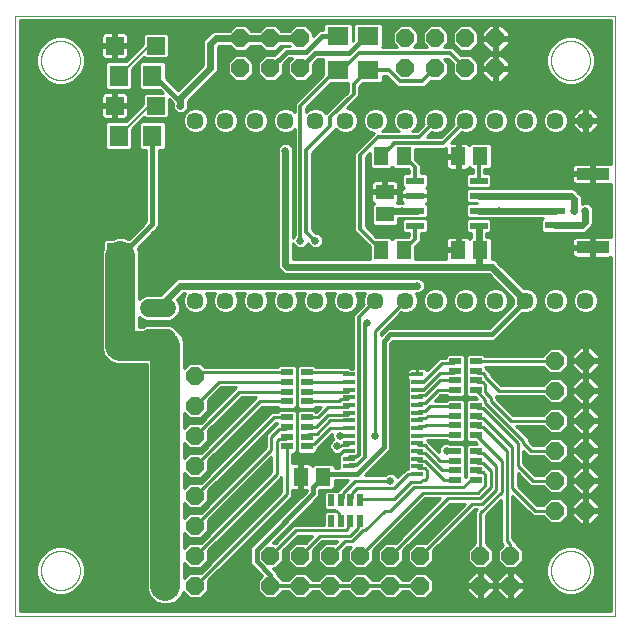
<source format=gtl>
G75*
%MOIN*%
%OFA0B0*%
%FSLAX25Y25*%
%IPPOS*%
%LPD*%
%AMOC8*
5,1,8,0,0,1.08239X$1,22.5*
%
%ADD10C,0.00300*%
%ADD11R,0.03900X0.01200*%
%ADD12R,0.05118X0.05906*%
%ADD13R,0.04000X0.02400*%
%ADD14R,0.02400X0.04000*%
%ADD15OC8,0.06000*%
%ADD16R,0.06299X0.07098*%
%ADD17R,0.05906X0.05906*%
%ADD18C,0.00000*%
%ADD19R,0.09000X0.09000*%
%ADD20C,0.06000*%
%ADD21R,0.07098X0.06299*%
%ADD22C,0.05700*%
%ADD23R,0.06000X0.02400*%
%ADD24R,0.05906X0.05118*%
%ADD25R,0.06693X0.02362*%
%ADD26R,0.10630X0.03937*%
%ADD27C,0.01000*%
%ADD28C,0.02578*%
%ADD29C,0.10000*%
%ADD30C,0.01600*%
%ADD31C,0.02400*%
%ADD32C,0.01200*%
%ADD33C,0.00800*%
D10*
X0430000Y0315000D02*
X0430000Y0515000D01*
X0630000Y0515000D01*
X0630000Y0315000D01*
X0430000Y0315000D01*
D11*
X0541013Y0362116D03*
X0541013Y0364675D03*
X0541013Y0367234D03*
X0541013Y0369793D03*
X0541013Y0372352D03*
X0541013Y0374911D03*
X0541013Y0377470D03*
X0541013Y0380030D03*
X0541013Y0382589D03*
X0541013Y0385148D03*
X0541013Y0387707D03*
X0541013Y0390266D03*
X0541013Y0392825D03*
X0541013Y0395384D03*
X0563987Y0395384D03*
X0563987Y0392825D03*
X0563987Y0390266D03*
X0563987Y0387707D03*
X0563987Y0385148D03*
X0563987Y0382589D03*
X0563987Y0380030D03*
X0563987Y0377470D03*
X0563987Y0374911D03*
X0563987Y0372352D03*
X0563987Y0369793D03*
X0563987Y0367234D03*
X0563987Y0364675D03*
X0563987Y0362116D03*
D12*
X0532490Y0361250D03*
X0525010Y0361250D03*
X0551885Y0436875D03*
X0559365Y0436875D03*
X0577510Y0436875D03*
X0584990Y0436875D03*
X0584990Y0468125D03*
X0577510Y0468125D03*
X0559365Y0468125D03*
X0551885Y0468125D03*
D13*
X0576650Y0399800D03*
X0576650Y0396600D03*
X0576650Y0393400D03*
X0576650Y0390200D03*
X0576650Y0384800D03*
X0576650Y0381600D03*
X0576650Y0378400D03*
X0576650Y0375200D03*
X0576650Y0369800D03*
X0576650Y0366600D03*
X0576650Y0363400D03*
X0576650Y0360200D03*
X0583350Y0360200D03*
X0583350Y0363400D03*
X0583350Y0366600D03*
X0583350Y0369800D03*
X0583350Y0375200D03*
X0583350Y0378400D03*
X0583350Y0381600D03*
X0583350Y0384800D03*
X0583350Y0390200D03*
X0583350Y0393400D03*
X0583350Y0396600D03*
X0583350Y0399800D03*
X0527100Y0396050D03*
X0527100Y0392850D03*
X0527100Y0389650D03*
X0527100Y0386450D03*
X0527100Y0381050D03*
X0527100Y0377850D03*
X0527100Y0374650D03*
X0527100Y0371450D03*
X0520400Y0371450D03*
X0520400Y0374650D03*
X0520400Y0377850D03*
X0520400Y0381050D03*
X0520400Y0386450D03*
X0520400Y0389650D03*
X0520400Y0392850D03*
X0520400Y0396050D03*
D14*
X0535200Y0353350D03*
X0538400Y0353350D03*
X0541600Y0353350D03*
X0544800Y0353350D03*
X0544800Y0346650D03*
X0541600Y0346650D03*
X0538400Y0346650D03*
X0535200Y0346650D03*
D15*
X0535000Y0335000D03*
X0535000Y0325000D03*
X0525000Y0325000D03*
X0525000Y0335000D03*
X0515000Y0335000D03*
X0515000Y0325000D03*
X0490000Y0325000D03*
X0490000Y0335000D03*
X0490000Y0345000D03*
X0480000Y0345000D03*
X0480000Y0335000D03*
X0480000Y0325000D03*
X0470000Y0325000D03*
X0470000Y0335000D03*
X0470000Y0345000D03*
X0470000Y0355000D03*
X0470000Y0365000D03*
X0470000Y0375000D03*
X0480000Y0375000D03*
X0480000Y0365000D03*
X0480000Y0355000D03*
X0490000Y0355000D03*
X0490000Y0365000D03*
X0490000Y0375000D03*
X0490000Y0385000D03*
X0490000Y0395000D03*
X0480000Y0395000D03*
X0480000Y0385000D03*
X0470000Y0385000D03*
X0470000Y0395000D03*
X0545000Y0335000D03*
X0545000Y0325000D03*
X0555000Y0325000D03*
X0555000Y0335000D03*
X0565000Y0335000D03*
X0565000Y0325000D03*
X0585000Y0325000D03*
X0585000Y0335000D03*
X0595000Y0335000D03*
X0595000Y0325000D03*
X0610000Y0350000D03*
X0610000Y0360000D03*
X0620000Y0360000D03*
X0620000Y0350000D03*
X0620000Y0370000D03*
X0620000Y0380000D03*
X0620000Y0390000D03*
X0610000Y0390000D03*
X0610000Y0380000D03*
X0610000Y0370000D03*
X0610000Y0400000D03*
X0620000Y0400000D03*
X0590000Y0497500D03*
X0590000Y0507500D03*
X0580000Y0507500D03*
X0580000Y0497500D03*
X0570000Y0497500D03*
X0570000Y0507500D03*
X0560000Y0507500D03*
X0560000Y0497500D03*
X0525000Y0497500D03*
X0525000Y0507500D03*
X0515000Y0507500D03*
X0515000Y0497500D03*
X0505000Y0497500D03*
X0505000Y0507500D03*
D16*
X0475598Y0495000D03*
X0464402Y0495000D03*
X0464402Y0475000D03*
X0475598Y0475000D03*
D17*
X0476890Y0485000D03*
X0463110Y0485000D03*
X0463110Y0505000D03*
X0476890Y0505000D03*
D18*
X0438500Y0500000D02*
X0438502Y0500161D01*
X0438508Y0500321D01*
X0438518Y0500482D01*
X0438532Y0500642D01*
X0438550Y0500802D01*
X0438571Y0500961D01*
X0438597Y0501120D01*
X0438627Y0501278D01*
X0438660Y0501435D01*
X0438698Y0501592D01*
X0438739Y0501747D01*
X0438784Y0501901D01*
X0438833Y0502054D01*
X0438886Y0502206D01*
X0438942Y0502357D01*
X0439003Y0502506D01*
X0439066Y0502654D01*
X0439134Y0502800D01*
X0439205Y0502944D01*
X0439279Y0503086D01*
X0439357Y0503227D01*
X0439439Y0503365D01*
X0439524Y0503502D01*
X0439612Y0503636D01*
X0439704Y0503768D01*
X0439799Y0503898D01*
X0439897Y0504026D01*
X0439998Y0504151D01*
X0440102Y0504273D01*
X0440209Y0504393D01*
X0440319Y0504510D01*
X0440432Y0504625D01*
X0440548Y0504736D01*
X0440667Y0504845D01*
X0440788Y0504950D01*
X0440912Y0505053D01*
X0441038Y0505153D01*
X0441166Y0505249D01*
X0441297Y0505342D01*
X0441431Y0505432D01*
X0441566Y0505519D01*
X0441704Y0505602D01*
X0441843Y0505682D01*
X0441985Y0505758D01*
X0442128Y0505831D01*
X0442273Y0505900D01*
X0442420Y0505966D01*
X0442568Y0506028D01*
X0442718Y0506086D01*
X0442869Y0506141D01*
X0443022Y0506192D01*
X0443176Y0506239D01*
X0443331Y0506282D01*
X0443487Y0506321D01*
X0443643Y0506357D01*
X0443801Y0506388D01*
X0443959Y0506416D01*
X0444118Y0506440D01*
X0444278Y0506460D01*
X0444438Y0506476D01*
X0444598Y0506488D01*
X0444759Y0506496D01*
X0444920Y0506500D01*
X0445080Y0506500D01*
X0445241Y0506496D01*
X0445402Y0506488D01*
X0445562Y0506476D01*
X0445722Y0506460D01*
X0445882Y0506440D01*
X0446041Y0506416D01*
X0446199Y0506388D01*
X0446357Y0506357D01*
X0446513Y0506321D01*
X0446669Y0506282D01*
X0446824Y0506239D01*
X0446978Y0506192D01*
X0447131Y0506141D01*
X0447282Y0506086D01*
X0447432Y0506028D01*
X0447580Y0505966D01*
X0447727Y0505900D01*
X0447872Y0505831D01*
X0448015Y0505758D01*
X0448157Y0505682D01*
X0448296Y0505602D01*
X0448434Y0505519D01*
X0448569Y0505432D01*
X0448703Y0505342D01*
X0448834Y0505249D01*
X0448962Y0505153D01*
X0449088Y0505053D01*
X0449212Y0504950D01*
X0449333Y0504845D01*
X0449452Y0504736D01*
X0449568Y0504625D01*
X0449681Y0504510D01*
X0449791Y0504393D01*
X0449898Y0504273D01*
X0450002Y0504151D01*
X0450103Y0504026D01*
X0450201Y0503898D01*
X0450296Y0503768D01*
X0450388Y0503636D01*
X0450476Y0503502D01*
X0450561Y0503365D01*
X0450643Y0503227D01*
X0450721Y0503086D01*
X0450795Y0502944D01*
X0450866Y0502800D01*
X0450934Y0502654D01*
X0450997Y0502506D01*
X0451058Y0502357D01*
X0451114Y0502206D01*
X0451167Y0502054D01*
X0451216Y0501901D01*
X0451261Y0501747D01*
X0451302Y0501592D01*
X0451340Y0501435D01*
X0451373Y0501278D01*
X0451403Y0501120D01*
X0451429Y0500961D01*
X0451450Y0500802D01*
X0451468Y0500642D01*
X0451482Y0500482D01*
X0451492Y0500321D01*
X0451498Y0500161D01*
X0451500Y0500000D01*
X0451498Y0499839D01*
X0451492Y0499679D01*
X0451482Y0499518D01*
X0451468Y0499358D01*
X0451450Y0499198D01*
X0451429Y0499039D01*
X0451403Y0498880D01*
X0451373Y0498722D01*
X0451340Y0498565D01*
X0451302Y0498408D01*
X0451261Y0498253D01*
X0451216Y0498099D01*
X0451167Y0497946D01*
X0451114Y0497794D01*
X0451058Y0497643D01*
X0450997Y0497494D01*
X0450934Y0497346D01*
X0450866Y0497200D01*
X0450795Y0497056D01*
X0450721Y0496914D01*
X0450643Y0496773D01*
X0450561Y0496635D01*
X0450476Y0496498D01*
X0450388Y0496364D01*
X0450296Y0496232D01*
X0450201Y0496102D01*
X0450103Y0495974D01*
X0450002Y0495849D01*
X0449898Y0495727D01*
X0449791Y0495607D01*
X0449681Y0495490D01*
X0449568Y0495375D01*
X0449452Y0495264D01*
X0449333Y0495155D01*
X0449212Y0495050D01*
X0449088Y0494947D01*
X0448962Y0494847D01*
X0448834Y0494751D01*
X0448703Y0494658D01*
X0448569Y0494568D01*
X0448434Y0494481D01*
X0448296Y0494398D01*
X0448157Y0494318D01*
X0448015Y0494242D01*
X0447872Y0494169D01*
X0447727Y0494100D01*
X0447580Y0494034D01*
X0447432Y0493972D01*
X0447282Y0493914D01*
X0447131Y0493859D01*
X0446978Y0493808D01*
X0446824Y0493761D01*
X0446669Y0493718D01*
X0446513Y0493679D01*
X0446357Y0493643D01*
X0446199Y0493612D01*
X0446041Y0493584D01*
X0445882Y0493560D01*
X0445722Y0493540D01*
X0445562Y0493524D01*
X0445402Y0493512D01*
X0445241Y0493504D01*
X0445080Y0493500D01*
X0444920Y0493500D01*
X0444759Y0493504D01*
X0444598Y0493512D01*
X0444438Y0493524D01*
X0444278Y0493540D01*
X0444118Y0493560D01*
X0443959Y0493584D01*
X0443801Y0493612D01*
X0443643Y0493643D01*
X0443487Y0493679D01*
X0443331Y0493718D01*
X0443176Y0493761D01*
X0443022Y0493808D01*
X0442869Y0493859D01*
X0442718Y0493914D01*
X0442568Y0493972D01*
X0442420Y0494034D01*
X0442273Y0494100D01*
X0442128Y0494169D01*
X0441985Y0494242D01*
X0441843Y0494318D01*
X0441704Y0494398D01*
X0441566Y0494481D01*
X0441431Y0494568D01*
X0441297Y0494658D01*
X0441166Y0494751D01*
X0441038Y0494847D01*
X0440912Y0494947D01*
X0440788Y0495050D01*
X0440667Y0495155D01*
X0440548Y0495264D01*
X0440432Y0495375D01*
X0440319Y0495490D01*
X0440209Y0495607D01*
X0440102Y0495727D01*
X0439998Y0495849D01*
X0439897Y0495974D01*
X0439799Y0496102D01*
X0439704Y0496232D01*
X0439612Y0496364D01*
X0439524Y0496498D01*
X0439439Y0496635D01*
X0439357Y0496773D01*
X0439279Y0496914D01*
X0439205Y0497056D01*
X0439134Y0497200D01*
X0439066Y0497346D01*
X0439003Y0497494D01*
X0438942Y0497643D01*
X0438886Y0497794D01*
X0438833Y0497946D01*
X0438784Y0498099D01*
X0438739Y0498253D01*
X0438698Y0498408D01*
X0438660Y0498565D01*
X0438627Y0498722D01*
X0438597Y0498880D01*
X0438571Y0499039D01*
X0438550Y0499198D01*
X0438532Y0499358D01*
X0438518Y0499518D01*
X0438508Y0499679D01*
X0438502Y0499839D01*
X0438500Y0500000D01*
X0608500Y0500000D02*
X0608502Y0500161D01*
X0608508Y0500321D01*
X0608518Y0500482D01*
X0608532Y0500642D01*
X0608550Y0500802D01*
X0608571Y0500961D01*
X0608597Y0501120D01*
X0608627Y0501278D01*
X0608660Y0501435D01*
X0608698Y0501592D01*
X0608739Y0501747D01*
X0608784Y0501901D01*
X0608833Y0502054D01*
X0608886Y0502206D01*
X0608942Y0502357D01*
X0609003Y0502506D01*
X0609066Y0502654D01*
X0609134Y0502800D01*
X0609205Y0502944D01*
X0609279Y0503086D01*
X0609357Y0503227D01*
X0609439Y0503365D01*
X0609524Y0503502D01*
X0609612Y0503636D01*
X0609704Y0503768D01*
X0609799Y0503898D01*
X0609897Y0504026D01*
X0609998Y0504151D01*
X0610102Y0504273D01*
X0610209Y0504393D01*
X0610319Y0504510D01*
X0610432Y0504625D01*
X0610548Y0504736D01*
X0610667Y0504845D01*
X0610788Y0504950D01*
X0610912Y0505053D01*
X0611038Y0505153D01*
X0611166Y0505249D01*
X0611297Y0505342D01*
X0611431Y0505432D01*
X0611566Y0505519D01*
X0611704Y0505602D01*
X0611843Y0505682D01*
X0611985Y0505758D01*
X0612128Y0505831D01*
X0612273Y0505900D01*
X0612420Y0505966D01*
X0612568Y0506028D01*
X0612718Y0506086D01*
X0612869Y0506141D01*
X0613022Y0506192D01*
X0613176Y0506239D01*
X0613331Y0506282D01*
X0613487Y0506321D01*
X0613643Y0506357D01*
X0613801Y0506388D01*
X0613959Y0506416D01*
X0614118Y0506440D01*
X0614278Y0506460D01*
X0614438Y0506476D01*
X0614598Y0506488D01*
X0614759Y0506496D01*
X0614920Y0506500D01*
X0615080Y0506500D01*
X0615241Y0506496D01*
X0615402Y0506488D01*
X0615562Y0506476D01*
X0615722Y0506460D01*
X0615882Y0506440D01*
X0616041Y0506416D01*
X0616199Y0506388D01*
X0616357Y0506357D01*
X0616513Y0506321D01*
X0616669Y0506282D01*
X0616824Y0506239D01*
X0616978Y0506192D01*
X0617131Y0506141D01*
X0617282Y0506086D01*
X0617432Y0506028D01*
X0617580Y0505966D01*
X0617727Y0505900D01*
X0617872Y0505831D01*
X0618015Y0505758D01*
X0618157Y0505682D01*
X0618296Y0505602D01*
X0618434Y0505519D01*
X0618569Y0505432D01*
X0618703Y0505342D01*
X0618834Y0505249D01*
X0618962Y0505153D01*
X0619088Y0505053D01*
X0619212Y0504950D01*
X0619333Y0504845D01*
X0619452Y0504736D01*
X0619568Y0504625D01*
X0619681Y0504510D01*
X0619791Y0504393D01*
X0619898Y0504273D01*
X0620002Y0504151D01*
X0620103Y0504026D01*
X0620201Y0503898D01*
X0620296Y0503768D01*
X0620388Y0503636D01*
X0620476Y0503502D01*
X0620561Y0503365D01*
X0620643Y0503227D01*
X0620721Y0503086D01*
X0620795Y0502944D01*
X0620866Y0502800D01*
X0620934Y0502654D01*
X0620997Y0502506D01*
X0621058Y0502357D01*
X0621114Y0502206D01*
X0621167Y0502054D01*
X0621216Y0501901D01*
X0621261Y0501747D01*
X0621302Y0501592D01*
X0621340Y0501435D01*
X0621373Y0501278D01*
X0621403Y0501120D01*
X0621429Y0500961D01*
X0621450Y0500802D01*
X0621468Y0500642D01*
X0621482Y0500482D01*
X0621492Y0500321D01*
X0621498Y0500161D01*
X0621500Y0500000D01*
X0621498Y0499839D01*
X0621492Y0499679D01*
X0621482Y0499518D01*
X0621468Y0499358D01*
X0621450Y0499198D01*
X0621429Y0499039D01*
X0621403Y0498880D01*
X0621373Y0498722D01*
X0621340Y0498565D01*
X0621302Y0498408D01*
X0621261Y0498253D01*
X0621216Y0498099D01*
X0621167Y0497946D01*
X0621114Y0497794D01*
X0621058Y0497643D01*
X0620997Y0497494D01*
X0620934Y0497346D01*
X0620866Y0497200D01*
X0620795Y0497056D01*
X0620721Y0496914D01*
X0620643Y0496773D01*
X0620561Y0496635D01*
X0620476Y0496498D01*
X0620388Y0496364D01*
X0620296Y0496232D01*
X0620201Y0496102D01*
X0620103Y0495974D01*
X0620002Y0495849D01*
X0619898Y0495727D01*
X0619791Y0495607D01*
X0619681Y0495490D01*
X0619568Y0495375D01*
X0619452Y0495264D01*
X0619333Y0495155D01*
X0619212Y0495050D01*
X0619088Y0494947D01*
X0618962Y0494847D01*
X0618834Y0494751D01*
X0618703Y0494658D01*
X0618569Y0494568D01*
X0618434Y0494481D01*
X0618296Y0494398D01*
X0618157Y0494318D01*
X0618015Y0494242D01*
X0617872Y0494169D01*
X0617727Y0494100D01*
X0617580Y0494034D01*
X0617432Y0493972D01*
X0617282Y0493914D01*
X0617131Y0493859D01*
X0616978Y0493808D01*
X0616824Y0493761D01*
X0616669Y0493718D01*
X0616513Y0493679D01*
X0616357Y0493643D01*
X0616199Y0493612D01*
X0616041Y0493584D01*
X0615882Y0493560D01*
X0615722Y0493540D01*
X0615562Y0493524D01*
X0615402Y0493512D01*
X0615241Y0493504D01*
X0615080Y0493500D01*
X0614920Y0493500D01*
X0614759Y0493504D01*
X0614598Y0493512D01*
X0614438Y0493524D01*
X0614278Y0493540D01*
X0614118Y0493560D01*
X0613959Y0493584D01*
X0613801Y0493612D01*
X0613643Y0493643D01*
X0613487Y0493679D01*
X0613331Y0493718D01*
X0613176Y0493761D01*
X0613022Y0493808D01*
X0612869Y0493859D01*
X0612718Y0493914D01*
X0612568Y0493972D01*
X0612420Y0494034D01*
X0612273Y0494100D01*
X0612128Y0494169D01*
X0611985Y0494242D01*
X0611843Y0494318D01*
X0611704Y0494398D01*
X0611566Y0494481D01*
X0611431Y0494568D01*
X0611297Y0494658D01*
X0611166Y0494751D01*
X0611038Y0494847D01*
X0610912Y0494947D01*
X0610788Y0495050D01*
X0610667Y0495155D01*
X0610548Y0495264D01*
X0610432Y0495375D01*
X0610319Y0495490D01*
X0610209Y0495607D01*
X0610102Y0495727D01*
X0609998Y0495849D01*
X0609897Y0495974D01*
X0609799Y0496102D01*
X0609704Y0496232D01*
X0609612Y0496364D01*
X0609524Y0496498D01*
X0609439Y0496635D01*
X0609357Y0496773D01*
X0609279Y0496914D01*
X0609205Y0497056D01*
X0609134Y0497200D01*
X0609066Y0497346D01*
X0609003Y0497494D01*
X0608942Y0497643D01*
X0608886Y0497794D01*
X0608833Y0497946D01*
X0608784Y0498099D01*
X0608739Y0498253D01*
X0608698Y0498408D01*
X0608660Y0498565D01*
X0608627Y0498722D01*
X0608597Y0498880D01*
X0608571Y0499039D01*
X0608550Y0499198D01*
X0608532Y0499358D01*
X0608518Y0499518D01*
X0608508Y0499679D01*
X0608502Y0499839D01*
X0608500Y0500000D01*
X0608500Y0330000D02*
X0608502Y0330161D01*
X0608508Y0330321D01*
X0608518Y0330482D01*
X0608532Y0330642D01*
X0608550Y0330802D01*
X0608571Y0330961D01*
X0608597Y0331120D01*
X0608627Y0331278D01*
X0608660Y0331435D01*
X0608698Y0331592D01*
X0608739Y0331747D01*
X0608784Y0331901D01*
X0608833Y0332054D01*
X0608886Y0332206D01*
X0608942Y0332357D01*
X0609003Y0332506D01*
X0609066Y0332654D01*
X0609134Y0332800D01*
X0609205Y0332944D01*
X0609279Y0333086D01*
X0609357Y0333227D01*
X0609439Y0333365D01*
X0609524Y0333502D01*
X0609612Y0333636D01*
X0609704Y0333768D01*
X0609799Y0333898D01*
X0609897Y0334026D01*
X0609998Y0334151D01*
X0610102Y0334273D01*
X0610209Y0334393D01*
X0610319Y0334510D01*
X0610432Y0334625D01*
X0610548Y0334736D01*
X0610667Y0334845D01*
X0610788Y0334950D01*
X0610912Y0335053D01*
X0611038Y0335153D01*
X0611166Y0335249D01*
X0611297Y0335342D01*
X0611431Y0335432D01*
X0611566Y0335519D01*
X0611704Y0335602D01*
X0611843Y0335682D01*
X0611985Y0335758D01*
X0612128Y0335831D01*
X0612273Y0335900D01*
X0612420Y0335966D01*
X0612568Y0336028D01*
X0612718Y0336086D01*
X0612869Y0336141D01*
X0613022Y0336192D01*
X0613176Y0336239D01*
X0613331Y0336282D01*
X0613487Y0336321D01*
X0613643Y0336357D01*
X0613801Y0336388D01*
X0613959Y0336416D01*
X0614118Y0336440D01*
X0614278Y0336460D01*
X0614438Y0336476D01*
X0614598Y0336488D01*
X0614759Y0336496D01*
X0614920Y0336500D01*
X0615080Y0336500D01*
X0615241Y0336496D01*
X0615402Y0336488D01*
X0615562Y0336476D01*
X0615722Y0336460D01*
X0615882Y0336440D01*
X0616041Y0336416D01*
X0616199Y0336388D01*
X0616357Y0336357D01*
X0616513Y0336321D01*
X0616669Y0336282D01*
X0616824Y0336239D01*
X0616978Y0336192D01*
X0617131Y0336141D01*
X0617282Y0336086D01*
X0617432Y0336028D01*
X0617580Y0335966D01*
X0617727Y0335900D01*
X0617872Y0335831D01*
X0618015Y0335758D01*
X0618157Y0335682D01*
X0618296Y0335602D01*
X0618434Y0335519D01*
X0618569Y0335432D01*
X0618703Y0335342D01*
X0618834Y0335249D01*
X0618962Y0335153D01*
X0619088Y0335053D01*
X0619212Y0334950D01*
X0619333Y0334845D01*
X0619452Y0334736D01*
X0619568Y0334625D01*
X0619681Y0334510D01*
X0619791Y0334393D01*
X0619898Y0334273D01*
X0620002Y0334151D01*
X0620103Y0334026D01*
X0620201Y0333898D01*
X0620296Y0333768D01*
X0620388Y0333636D01*
X0620476Y0333502D01*
X0620561Y0333365D01*
X0620643Y0333227D01*
X0620721Y0333086D01*
X0620795Y0332944D01*
X0620866Y0332800D01*
X0620934Y0332654D01*
X0620997Y0332506D01*
X0621058Y0332357D01*
X0621114Y0332206D01*
X0621167Y0332054D01*
X0621216Y0331901D01*
X0621261Y0331747D01*
X0621302Y0331592D01*
X0621340Y0331435D01*
X0621373Y0331278D01*
X0621403Y0331120D01*
X0621429Y0330961D01*
X0621450Y0330802D01*
X0621468Y0330642D01*
X0621482Y0330482D01*
X0621492Y0330321D01*
X0621498Y0330161D01*
X0621500Y0330000D01*
X0621498Y0329839D01*
X0621492Y0329679D01*
X0621482Y0329518D01*
X0621468Y0329358D01*
X0621450Y0329198D01*
X0621429Y0329039D01*
X0621403Y0328880D01*
X0621373Y0328722D01*
X0621340Y0328565D01*
X0621302Y0328408D01*
X0621261Y0328253D01*
X0621216Y0328099D01*
X0621167Y0327946D01*
X0621114Y0327794D01*
X0621058Y0327643D01*
X0620997Y0327494D01*
X0620934Y0327346D01*
X0620866Y0327200D01*
X0620795Y0327056D01*
X0620721Y0326914D01*
X0620643Y0326773D01*
X0620561Y0326635D01*
X0620476Y0326498D01*
X0620388Y0326364D01*
X0620296Y0326232D01*
X0620201Y0326102D01*
X0620103Y0325974D01*
X0620002Y0325849D01*
X0619898Y0325727D01*
X0619791Y0325607D01*
X0619681Y0325490D01*
X0619568Y0325375D01*
X0619452Y0325264D01*
X0619333Y0325155D01*
X0619212Y0325050D01*
X0619088Y0324947D01*
X0618962Y0324847D01*
X0618834Y0324751D01*
X0618703Y0324658D01*
X0618569Y0324568D01*
X0618434Y0324481D01*
X0618296Y0324398D01*
X0618157Y0324318D01*
X0618015Y0324242D01*
X0617872Y0324169D01*
X0617727Y0324100D01*
X0617580Y0324034D01*
X0617432Y0323972D01*
X0617282Y0323914D01*
X0617131Y0323859D01*
X0616978Y0323808D01*
X0616824Y0323761D01*
X0616669Y0323718D01*
X0616513Y0323679D01*
X0616357Y0323643D01*
X0616199Y0323612D01*
X0616041Y0323584D01*
X0615882Y0323560D01*
X0615722Y0323540D01*
X0615562Y0323524D01*
X0615402Y0323512D01*
X0615241Y0323504D01*
X0615080Y0323500D01*
X0614920Y0323500D01*
X0614759Y0323504D01*
X0614598Y0323512D01*
X0614438Y0323524D01*
X0614278Y0323540D01*
X0614118Y0323560D01*
X0613959Y0323584D01*
X0613801Y0323612D01*
X0613643Y0323643D01*
X0613487Y0323679D01*
X0613331Y0323718D01*
X0613176Y0323761D01*
X0613022Y0323808D01*
X0612869Y0323859D01*
X0612718Y0323914D01*
X0612568Y0323972D01*
X0612420Y0324034D01*
X0612273Y0324100D01*
X0612128Y0324169D01*
X0611985Y0324242D01*
X0611843Y0324318D01*
X0611704Y0324398D01*
X0611566Y0324481D01*
X0611431Y0324568D01*
X0611297Y0324658D01*
X0611166Y0324751D01*
X0611038Y0324847D01*
X0610912Y0324947D01*
X0610788Y0325050D01*
X0610667Y0325155D01*
X0610548Y0325264D01*
X0610432Y0325375D01*
X0610319Y0325490D01*
X0610209Y0325607D01*
X0610102Y0325727D01*
X0609998Y0325849D01*
X0609897Y0325974D01*
X0609799Y0326102D01*
X0609704Y0326232D01*
X0609612Y0326364D01*
X0609524Y0326498D01*
X0609439Y0326635D01*
X0609357Y0326773D01*
X0609279Y0326914D01*
X0609205Y0327056D01*
X0609134Y0327200D01*
X0609066Y0327346D01*
X0609003Y0327494D01*
X0608942Y0327643D01*
X0608886Y0327794D01*
X0608833Y0327946D01*
X0608784Y0328099D01*
X0608739Y0328253D01*
X0608698Y0328408D01*
X0608660Y0328565D01*
X0608627Y0328722D01*
X0608597Y0328880D01*
X0608571Y0329039D01*
X0608550Y0329198D01*
X0608532Y0329358D01*
X0608518Y0329518D01*
X0608508Y0329679D01*
X0608502Y0329839D01*
X0608500Y0330000D01*
X0438500Y0330000D02*
X0438502Y0330161D01*
X0438508Y0330321D01*
X0438518Y0330482D01*
X0438532Y0330642D01*
X0438550Y0330802D01*
X0438571Y0330961D01*
X0438597Y0331120D01*
X0438627Y0331278D01*
X0438660Y0331435D01*
X0438698Y0331592D01*
X0438739Y0331747D01*
X0438784Y0331901D01*
X0438833Y0332054D01*
X0438886Y0332206D01*
X0438942Y0332357D01*
X0439003Y0332506D01*
X0439066Y0332654D01*
X0439134Y0332800D01*
X0439205Y0332944D01*
X0439279Y0333086D01*
X0439357Y0333227D01*
X0439439Y0333365D01*
X0439524Y0333502D01*
X0439612Y0333636D01*
X0439704Y0333768D01*
X0439799Y0333898D01*
X0439897Y0334026D01*
X0439998Y0334151D01*
X0440102Y0334273D01*
X0440209Y0334393D01*
X0440319Y0334510D01*
X0440432Y0334625D01*
X0440548Y0334736D01*
X0440667Y0334845D01*
X0440788Y0334950D01*
X0440912Y0335053D01*
X0441038Y0335153D01*
X0441166Y0335249D01*
X0441297Y0335342D01*
X0441431Y0335432D01*
X0441566Y0335519D01*
X0441704Y0335602D01*
X0441843Y0335682D01*
X0441985Y0335758D01*
X0442128Y0335831D01*
X0442273Y0335900D01*
X0442420Y0335966D01*
X0442568Y0336028D01*
X0442718Y0336086D01*
X0442869Y0336141D01*
X0443022Y0336192D01*
X0443176Y0336239D01*
X0443331Y0336282D01*
X0443487Y0336321D01*
X0443643Y0336357D01*
X0443801Y0336388D01*
X0443959Y0336416D01*
X0444118Y0336440D01*
X0444278Y0336460D01*
X0444438Y0336476D01*
X0444598Y0336488D01*
X0444759Y0336496D01*
X0444920Y0336500D01*
X0445080Y0336500D01*
X0445241Y0336496D01*
X0445402Y0336488D01*
X0445562Y0336476D01*
X0445722Y0336460D01*
X0445882Y0336440D01*
X0446041Y0336416D01*
X0446199Y0336388D01*
X0446357Y0336357D01*
X0446513Y0336321D01*
X0446669Y0336282D01*
X0446824Y0336239D01*
X0446978Y0336192D01*
X0447131Y0336141D01*
X0447282Y0336086D01*
X0447432Y0336028D01*
X0447580Y0335966D01*
X0447727Y0335900D01*
X0447872Y0335831D01*
X0448015Y0335758D01*
X0448157Y0335682D01*
X0448296Y0335602D01*
X0448434Y0335519D01*
X0448569Y0335432D01*
X0448703Y0335342D01*
X0448834Y0335249D01*
X0448962Y0335153D01*
X0449088Y0335053D01*
X0449212Y0334950D01*
X0449333Y0334845D01*
X0449452Y0334736D01*
X0449568Y0334625D01*
X0449681Y0334510D01*
X0449791Y0334393D01*
X0449898Y0334273D01*
X0450002Y0334151D01*
X0450103Y0334026D01*
X0450201Y0333898D01*
X0450296Y0333768D01*
X0450388Y0333636D01*
X0450476Y0333502D01*
X0450561Y0333365D01*
X0450643Y0333227D01*
X0450721Y0333086D01*
X0450795Y0332944D01*
X0450866Y0332800D01*
X0450934Y0332654D01*
X0450997Y0332506D01*
X0451058Y0332357D01*
X0451114Y0332206D01*
X0451167Y0332054D01*
X0451216Y0331901D01*
X0451261Y0331747D01*
X0451302Y0331592D01*
X0451340Y0331435D01*
X0451373Y0331278D01*
X0451403Y0331120D01*
X0451429Y0330961D01*
X0451450Y0330802D01*
X0451468Y0330642D01*
X0451482Y0330482D01*
X0451492Y0330321D01*
X0451498Y0330161D01*
X0451500Y0330000D01*
X0451498Y0329839D01*
X0451492Y0329679D01*
X0451482Y0329518D01*
X0451468Y0329358D01*
X0451450Y0329198D01*
X0451429Y0329039D01*
X0451403Y0328880D01*
X0451373Y0328722D01*
X0451340Y0328565D01*
X0451302Y0328408D01*
X0451261Y0328253D01*
X0451216Y0328099D01*
X0451167Y0327946D01*
X0451114Y0327794D01*
X0451058Y0327643D01*
X0450997Y0327494D01*
X0450934Y0327346D01*
X0450866Y0327200D01*
X0450795Y0327056D01*
X0450721Y0326914D01*
X0450643Y0326773D01*
X0450561Y0326635D01*
X0450476Y0326498D01*
X0450388Y0326364D01*
X0450296Y0326232D01*
X0450201Y0326102D01*
X0450103Y0325974D01*
X0450002Y0325849D01*
X0449898Y0325727D01*
X0449791Y0325607D01*
X0449681Y0325490D01*
X0449568Y0325375D01*
X0449452Y0325264D01*
X0449333Y0325155D01*
X0449212Y0325050D01*
X0449088Y0324947D01*
X0448962Y0324847D01*
X0448834Y0324751D01*
X0448703Y0324658D01*
X0448569Y0324568D01*
X0448434Y0324481D01*
X0448296Y0324398D01*
X0448157Y0324318D01*
X0448015Y0324242D01*
X0447872Y0324169D01*
X0447727Y0324100D01*
X0447580Y0324034D01*
X0447432Y0323972D01*
X0447282Y0323914D01*
X0447131Y0323859D01*
X0446978Y0323808D01*
X0446824Y0323761D01*
X0446669Y0323718D01*
X0446513Y0323679D01*
X0446357Y0323643D01*
X0446199Y0323612D01*
X0446041Y0323584D01*
X0445882Y0323560D01*
X0445722Y0323540D01*
X0445562Y0323524D01*
X0445402Y0323512D01*
X0445241Y0323504D01*
X0445080Y0323500D01*
X0444920Y0323500D01*
X0444759Y0323504D01*
X0444598Y0323512D01*
X0444438Y0323524D01*
X0444278Y0323540D01*
X0444118Y0323560D01*
X0443959Y0323584D01*
X0443801Y0323612D01*
X0443643Y0323643D01*
X0443487Y0323679D01*
X0443331Y0323718D01*
X0443176Y0323761D01*
X0443022Y0323808D01*
X0442869Y0323859D01*
X0442718Y0323914D01*
X0442568Y0323972D01*
X0442420Y0324034D01*
X0442273Y0324100D01*
X0442128Y0324169D01*
X0441985Y0324242D01*
X0441843Y0324318D01*
X0441704Y0324398D01*
X0441566Y0324481D01*
X0441431Y0324568D01*
X0441297Y0324658D01*
X0441166Y0324751D01*
X0441038Y0324847D01*
X0440912Y0324947D01*
X0440788Y0325050D01*
X0440667Y0325155D01*
X0440548Y0325264D01*
X0440432Y0325375D01*
X0440319Y0325490D01*
X0440209Y0325607D01*
X0440102Y0325727D01*
X0439998Y0325849D01*
X0439897Y0325974D01*
X0439799Y0326102D01*
X0439704Y0326232D01*
X0439612Y0326364D01*
X0439524Y0326498D01*
X0439439Y0326635D01*
X0439357Y0326773D01*
X0439279Y0326914D01*
X0439205Y0327056D01*
X0439134Y0327200D01*
X0439066Y0327346D01*
X0439003Y0327494D01*
X0438942Y0327643D01*
X0438886Y0327794D01*
X0438833Y0327946D01*
X0438784Y0328099D01*
X0438739Y0328253D01*
X0438698Y0328408D01*
X0438660Y0328565D01*
X0438627Y0328722D01*
X0438597Y0328880D01*
X0438571Y0329039D01*
X0438550Y0329198D01*
X0438532Y0329358D01*
X0438518Y0329518D01*
X0438508Y0329679D01*
X0438502Y0329839D01*
X0438500Y0330000D01*
D19*
X0465000Y0434775D03*
X0465000Y0456475D03*
D20*
X0474500Y0417500D02*
X0480500Y0417500D01*
X0480500Y0407500D02*
X0474500Y0407500D01*
D21*
X0537500Y0496902D03*
X0547500Y0496902D03*
X0547500Y0508098D03*
X0537500Y0508098D03*
D22*
X0540000Y0480000D03*
X0530000Y0480000D03*
X0520000Y0480000D03*
X0510000Y0480000D03*
X0500000Y0480000D03*
X0490000Y0480000D03*
X0550000Y0480000D03*
X0560000Y0480000D03*
X0570000Y0480000D03*
X0580000Y0480000D03*
X0590000Y0480000D03*
X0600000Y0480000D03*
X0610000Y0480000D03*
X0620000Y0480000D03*
X0620000Y0420000D03*
X0610000Y0420000D03*
X0600000Y0420000D03*
X0590000Y0420000D03*
X0580000Y0420000D03*
X0570000Y0420000D03*
X0560000Y0420000D03*
X0550000Y0420000D03*
X0540000Y0420000D03*
X0530000Y0420000D03*
X0520000Y0420000D03*
X0510000Y0420000D03*
X0500000Y0420000D03*
X0490000Y0420000D03*
D23*
X0563150Y0445000D03*
X0563150Y0450000D03*
X0563150Y0455000D03*
X0563150Y0460000D03*
X0584350Y0460000D03*
X0584350Y0455000D03*
X0584350Y0450000D03*
X0584350Y0445000D03*
D24*
X0553125Y0448760D03*
X0553125Y0456240D03*
D25*
X0609779Y0454921D03*
X0609779Y0450000D03*
X0609779Y0445079D03*
D26*
X0622377Y0437795D03*
X0622377Y0462205D03*
D27*
X0621893Y0462318D02*
X0588070Y0462318D01*
X0587888Y0462500D02*
X0586250Y0462500D01*
X0586250Y0463872D01*
X0588088Y0463872D01*
X0588849Y0464634D01*
X0588849Y0471616D01*
X0588088Y0472378D01*
X0581893Y0472378D01*
X0581359Y0471844D01*
X0581269Y0471999D01*
X0580990Y0472278D01*
X0580648Y0472476D01*
X0580266Y0472578D01*
X0578010Y0472578D01*
X0578010Y0468625D01*
X0577010Y0468625D01*
X0577010Y0472578D01*
X0575265Y0472578D01*
X0578724Y0476037D01*
X0579175Y0475850D01*
X0580825Y0475850D01*
X0582351Y0476482D01*
X0583518Y0477649D01*
X0584150Y0479175D01*
X0584150Y0480825D01*
X0583518Y0482351D01*
X0582351Y0483518D01*
X0580825Y0484150D01*
X0579175Y0484150D01*
X0577649Y0483518D01*
X0576482Y0482351D01*
X0575850Y0480825D01*
X0575850Y0479175D01*
X0576037Y0478724D01*
X0571691Y0474378D01*
X0567065Y0474378D01*
X0568724Y0476037D01*
X0569175Y0475850D01*
X0570825Y0475850D01*
X0572351Y0476482D01*
X0573518Y0477649D01*
X0574150Y0479175D01*
X0574150Y0480825D01*
X0573518Y0482351D01*
X0572351Y0483518D01*
X0570825Y0484150D01*
X0569175Y0484150D01*
X0567649Y0483518D01*
X0566482Y0482351D01*
X0565850Y0480825D01*
X0565850Y0479175D01*
X0566037Y0478724D01*
X0563691Y0476378D01*
X0562100Y0476378D01*
X0562351Y0476482D01*
X0563518Y0477649D01*
X0564150Y0479175D01*
X0564150Y0480825D01*
X0563518Y0482351D01*
X0562351Y0483518D01*
X0560825Y0484150D01*
X0559175Y0484150D01*
X0557649Y0483518D01*
X0556482Y0482351D01*
X0555850Y0480825D01*
X0555850Y0479175D01*
X0556482Y0477649D01*
X0557649Y0476482D01*
X0557900Y0476378D01*
X0552100Y0476378D01*
X0552351Y0476482D01*
X0553518Y0477649D01*
X0554150Y0479175D01*
X0554150Y0480825D01*
X0553518Y0482351D01*
X0552351Y0483518D01*
X0550825Y0484150D01*
X0549175Y0484150D01*
X0547649Y0483518D01*
X0546482Y0482351D01*
X0545850Y0480825D01*
X0545850Y0479175D01*
X0546482Y0477649D01*
X0547649Y0476482D01*
X0549175Y0475850D01*
X0549431Y0475850D01*
X0548846Y0475265D01*
X0548846Y0475265D01*
X0544024Y0470443D01*
X0542911Y0469330D01*
X0542911Y0443162D01*
X0548026Y0438047D01*
X0548026Y0433750D01*
X0522500Y0433750D01*
X0522500Y0439270D01*
X0522805Y0438533D01*
X0523533Y0437805D01*
X0524485Y0437411D01*
X0525515Y0437411D01*
X0526467Y0437805D01*
X0527195Y0438533D01*
X0527500Y0439270D01*
X0527805Y0438533D01*
X0528533Y0437805D01*
X0529485Y0437411D01*
X0530515Y0437411D01*
X0531467Y0437805D01*
X0532195Y0438533D01*
X0532589Y0439485D01*
X0532589Y0440515D01*
X0532195Y0441467D01*
X0531467Y0442195D01*
X0530515Y0442589D01*
X0530098Y0442589D01*
X0528900Y0443787D01*
X0528900Y0469338D01*
X0535787Y0476225D01*
X0536847Y0477285D01*
X0537649Y0476482D01*
X0539175Y0475850D01*
X0540825Y0475850D01*
X0542351Y0476482D01*
X0543518Y0477649D01*
X0544150Y0479175D01*
X0544150Y0480825D01*
X0543518Y0482351D01*
X0542351Y0483518D01*
X0540825Y0484150D01*
X0540640Y0484150D01*
X0544589Y0488099D01*
X0544589Y0491304D01*
X0545737Y0492452D01*
X0551588Y0492452D01*
X0552349Y0493213D01*
X0552349Y0495002D01*
X0553589Y0495002D01*
X0556277Y0492313D01*
X0557390Y0491200D01*
X0566387Y0491200D01*
X0568387Y0493200D01*
X0571781Y0493200D01*
X0574300Y0495719D01*
X0574300Y0499281D01*
X0572981Y0500600D01*
X0574213Y0500600D01*
X0575700Y0499113D01*
X0575700Y0495719D01*
X0578219Y0493200D01*
X0581781Y0493200D01*
X0584300Y0495719D01*
X0584300Y0499281D01*
X0581781Y0501800D01*
X0578387Y0501800D01*
X0575787Y0504400D01*
X0572981Y0504400D01*
X0574300Y0505719D01*
X0574300Y0509281D01*
X0571781Y0511800D01*
X0568219Y0511800D01*
X0565700Y0509281D01*
X0565700Y0505719D01*
X0567019Y0504400D01*
X0562981Y0504400D01*
X0564300Y0505719D01*
X0564300Y0509281D01*
X0561781Y0511800D01*
X0558219Y0511800D01*
X0555700Y0509281D01*
X0555700Y0505719D01*
X0557019Y0504400D01*
X0552339Y0504400D01*
X0552349Y0504410D01*
X0552349Y0511787D01*
X0551588Y0512548D01*
X0543412Y0512548D01*
X0542651Y0511787D01*
X0542651Y0506871D01*
X0542349Y0506569D01*
X0542349Y0511787D01*
X0541588Y0512548D01*
X0533412Y0512548D01*
X0532651Y0511787D01*
X0532651Y0510198D01*
X0531234Y0510198D01*
X0529300Y0508264D01*
X0529300Y0509281D01*
X0526781Y0511800D01*
X0523219Y0511800D01*
X0521419Y0510000D01*
X0518581Y0510000D01*
X0516781Y0511800D01*
X0513219Y0511800D01*
X0511419Y0510000D01*
X0508581Y0510000D01*
X0506781Y0511800D01*
X0503219Y0511800D01*
X0501419Y0510000D01*
X0496378Y0510000D01*
X0495459Y0509619D01*
X0493584Y0507744D01*
X0492881Y0507041D01*
X0492500Y0506122D01*
X0492500Y0498536D01*
X0484092Y0490128D01*
X0480048Y0494172D01*
X0480048Y0499088D01*
X0479287Y0499849D01*
X0471910Y0499849D01*
X0471149Y0499088D01*
X0471149Y0490912D01*
X0471910Y0490151D01*
X0478129Y0490151D01*
X0479027Y0489253D01*
X0473399Y0489253D01*
X0472637Y0488491D01*
X0472637Y0485640D01*
X0466847Y0479849D01*
X0460713Y0479849D01*
X0459952Y0479088D01*
X0459952Y0470912D01*
X0460713Y0470151D01*
X0468090Y0470151D01*
X0468851Y0470912D01*
X0468851Y0477045D01*
X0472976Y0481170D01*
X0473399Y0480747D01*
X0480381Y0480747D01*
X0481143Y0481509D01*
X0481143Y0487138D01*
X0482500Y0485780D01*
X0482500Y0485730D01*
X0482411Y0485515D01*
X0482411Y0484485D01*
X0482805Y0483533D01*
X0483533Y0482805D01*
X0484485Y0482411D01*
X0485515Y0482411D01*
X0486467Y0482805D01*
X0487195Y0483533D01*
X0487589Y0484485D01*
X0487589Y0485515D01*
X0487500Y0485730D01*
X0487500Y0486464D01*
X0496416Y0495381D01*
X0497119Y0496084D01*
X0497500Y0497003D01*
X0497500Y0504589D01*
X0497911Y0505000D01*
X0501419Y0505000D01*
X0503219Y0503200D01*
X0506781Y0503200D01*
X0508581Y0505000D01*
X0511419Y0505000D01*
X0513219Y0503200D01*
X0516781Y0503200D01*
X0518581Y0505000D01*
X0521419Y0505000D01*
X0519530Y0505000D01*
X0518300Y0503770D01*
X0516330Y0501800D01*
X0513219Y0501800D01*
X0510700Y0499281D01*
X0510700Y0495719D01*
X0513219Y0493200D01*
X0516781Y0493200D01*
X0519300Y0495719D01*
X0519300Y0498830D01*
X0521270Y0500800D01*
X0522219Y0500800D01*
X0520700Y0499281D01*
X0520700Y0495719D01*
X0523219Y0493200D01*
X0526781Y0493200D01*
X0529300Y0495719D01*
X0529300Y0498830D01*
X0530870Y0500400D01*
X0532651Y0500400D01*
X0532651Y0495338D01*
X0524213Y0486900D01*
X0523100Y0485787D01*
X0523100Y0482769D01*
X0522351Y0483518D01*
X0520825Y0484150D01*
X0519175Y0484150D01*
X0517649Y0483518D01*
X0516482Y0482351D01*
X0515850Y0480825D01*
X0515850Y0479175D01*
X0516482Y0477649D01*
X0517649Y0476482D01*
X0519175Y0475850D01*
X0520825Y0475850D01*
X0522351Y0476482D01*
X0523100Y0477231D01*
X0523100Y0441761D01*
X0522805Y0441467D01*
X0522500Y0440730D01*
X0522500Y0469270D01*
X0522589Y0469485D01*
X0522589Y0470515D01*
X0522195Y0471467D01*
X0521467Y0472195D01*
X0520515Y0472589D01*
X0519485Y0472589D01*
X0518533Y0472195D01*
X0517805Y0471467D01*
X0517411Y0470515D01*
X0517411Y0469485D01*
X0517500Y0469270D01*
X0517500Y0431378D01*
X0517881Y0430459D01*
X0518584Y0429756D01*
X0519209Y0429131D01*
X0520128Y0428750D01*
X0587714Y0428750D01*
X0595850Y0420614D01*
X0595850Y0419175D01*
X0595954Y0418924D01*
X0587880Y0410850D01*
X0554130Y0410850D01*
X0552019Y0408739D01*
X0551800Y0408520D01*
X0551800Y0409254D01*
X0558624Y0416078D01*
X0559175Y0415850D01*
X0560825Y0415850D01*
X0562351Y0416482D01*
X0563518Y0417649D01*
X0564150Y0419175D01*
X0564150Y0420825D01*
X0563519Y0422350D01*
X0564365Y0422350D01*
X0565317Y0422744D01*
X0566045Y0423472D01*
X0566439Y0424424D01*
X0566439Y0425454D01*
X0566045Y0426406D01*
X0565317Y0427134D01*
X0564365Y0427528D01*
X0563335Y0427528D01*
X0563128Y0427442D01*
X0550542Y0427498D01*
X0550536Y0427500D01*
X0550045Y0427500D01*
X0549553Y0427502D01*
X0549547Y0427500D01*
X0484503Y0427500D01*
X0483584Y0427119D01*
X0482881Y0426416D01*
X0478264Y0421800D01*
X0473645Y0421800D01*
X0472064Y0421145D01*
X0471300Y0420381D01*
X0471300Y0436028D01*
X0470800Y0437235D01*
X0470800Y0437605D01*
X0475870Y0442675D01*
X0477100Y0443905D01*
X0477100Y0444130D01*
X0477698Y0444729D01*
X0477698Y0470151D01*
X0479287Y0470151D01*
X0480048Y0470912D01*
X0480048Y0479088D01*
X0479287Y0479849D01*
X0471910Y0479849D01*
X0471149Y0479088D01*
X0471149Y0470912D01*
X0471910Y0470151D01*
X0473498Y0470151D01*
X0473498Y0446468D01*
X0472900Y0445870D01*
X0472900Y0445645D01*
X0467830Y0440575D01*
X0467460Y0440575D01*
X0466253Y0441075D01*
X0463747Y0441075D01*
X0462540Y0440575D01*
X0459962Y0440575D01*
X0459200Y0439813D01*
X0459200Y0437235D01*
X0458700Y0436028D01*
X0458700Y0403747D01*
X0459659Y0401431D01*
X0461431Y0399659D01*
X0463747Y0398700D01*
X0467336Y0398700D01*
X0465500Y0396864D01*
X0465500Y0395500D01*
X0469500Y0395500D01*
X0469500Y0394500D01*
X0470500Y0394500D01*
X0470500Y0390500D01*
X0471864Y0390500D01*
X0473700Y0392336D01*
X0473700Y0387664D01*
X0471864Y0389500D01*
X0470500Y0389500D01*
X0470500Y0385500D01*
X0469500Y0385500D01*
X0469500Y0389500D01*
X0468136Y0389500D01*
X0465500Y0386864D01*
X0465500Y0385500D01*
X0469500Y0385500D01*
X0469500Y0384500D01*
X0470500Y0384500D01*
X0470500Y0380500D01*
X0471864Y0380500D01*
X0473700Y0382336D01*
X0473700Y0377664D01*
X0471864Y0379500D01*
X0470500Y0379500D01*
X0470500Y0375500D01*
X0469500Y0375500D01*
X0469500Y0379500D01*
X0468136Y0379500D01*
X0465500Y0376864D01*
X0465500Y0375500D01*
X0469500Y0375500D01*
X0469500Y0374500D01*
X0470500Y0374500D01*
X0470500Y0370500D01*
X0471864Y0370500D01*
X0473700Y0372336D01*
X0473700Y0367664D01*
X0471864Y0369500D01*
X0470500Y0369500D01*
X0470500Y0365500D01*
X0469500Y0365500D01*
X0469500Y0369500D01*
X0468136Y0369500D01*
X0465500Y0366864D01*
X0465500Y0365500D01*
X0469500Y0365500D01*
X0469500Y0364500D01*
X0470500Y0364500D01*
X0470500Y0360500D01*
X0471864Y0360500D01*
X0473700Y0362336D01*
X0473700Y0357664D01*
X0471864Y0359500D01*
X0470500Y0359500D01*
X0470500Y0355500D01*
X0469500Y0355500D01*
X0469500Y0359500D01*
X0468136Y0359500D01*
X0465500Y0356864D01*
X0465500Y0355500D01*
X0469500Y0355500D01*
X0469500Y0354500D01*
X0470500Y0354500D01*
X0470500Y0350500D01*
X0471864Y0350500D01*
X0473700Y0352336D01*
X0473700Y0347664D01*
X0471864Y0349500D01*
X0470500Y0349500D01*
X0470500Y0345500D01*
X0469500Y0345500D01*
X0469500Y0349500D01*
X0468136Y0349500D01*
X0465500Y0346864D01*
X0465500Y0345500D01*
X0469500Y0345500D01*
X0469500Y0344500D01*
X0470500Y0344500D01*
X0470500Y0340500D01*
X0471864Y0340500D01*
X0473700Y0342336D01*
X0473700Y0337664D01*
X0471864Y0339500D01*
X0470500Y0339500D01*
X0470500Y0335500D01*
X0469500Y0335500D01*
X0469500Y0339500D01*
X0468136Y0339500D01*
X0465500Y0336864D01*
X0465500Y0335500D01*
X0469500Y0335500D01*
X0469500Y0334500D01*
X0470500Y0334500D01*
X0470500Y0330500D01*
X0471864Y0330500D01*
X0473700Y0332336D01*
X0473700Y0327664D01*
X0471864Y0329500D01*
X0470500Y0329500D01*
X0470500Y0325500D01*
X0469500Y0325500D01*
X0469500Y0329500D01*
X0468136Y0329500D01*
X0465500Y0326864D01*
X0465500Y0325500D01*
X0469500Y0325500D01*
X0469500Y0324500D01*
X0470500Y0324500D01*
X0470500Y0320500D01*
X0471864Y0320500D01*
X0474113Y0322749D01*
X0474659Y0321431D01*
X0475000Y0321090D01*
X0475000Y0320000D01*
X0465000Y0320000D01*
X0465000Y0398700D01*
X0473700Y0398700D01*
X0473700Y0393747D01*
X0473700Y0383747D01*
X0473700Y0323747D01*
X0474659Y0321431D01*
X0476431Y0319659D01*
X0478747Y0318700D01*
X0481253Y0318700D01*
X0483569Y0319659D01*
X0485341Y0321431D01*
X0485970Y0322949D01*
X0488219Y0320700D01*
X0491781Y0320700D01*
X0494300Y0323219D01*
X0494300Y0326754D01*
X0522200Y0354654D01*
X0522200Y0356812D01*
X0522253Y0356797D01*
X0524510Y0356797D01*
X0524510Y0360750D01*
X0525510Y0360750D01*
X0525510Y0356797D01*
X0527069Y0356797D01*
X0527069Y0356544D01*
X0508300Y0337775D01*
X0508300Y0332225D01*
X0512222Y0328303D01*
X0510700Y0326781D01*
X0510700Y0323219D01*
X0513219Y0320700D01*
X0516781Y0320700D01*
X0519181Y0323100D01*
X0520819Y0323100D01*
X0523219Y0320700D01*
X0526781Y0320700D01*
X0529181Y0323100D01*
X0530819Y0323100D01*
X0533219Y0320700D01*
X0536781Y0320700D01*
X0539181Y0323100D01*
X0540819Y0323100D01*
X0543219Y0320700D01*
X0546781Y0320700D01*
X0549181Y0323100D01*
X0550819Y0323100D01*
X0553219Y0320700D01*
X0556781Y0320700D01*
X0559181Y0323100D01*
X0560819Y0323100D01*
X0563219Y0320700D01*
X0566781Y0320700D01*
X0569300Y0323219D01*
X0569300Y0326781D01*
X0566781Y0329300D01*
X0563219Y0329300D01*
X0560819Y0326900D01*
X0559181Y0326900D01*
X0556781Y0329300D01*
X0553219Y0329300D01*
X0550819Y0326900D01*
X0549181Y0326900D01*
X0546781Y0329300D01*
X0543219Y0329300D01*
X0540819Y0326900D01*
X0539181Y0326900D01*
X0536781Y0329300D01*
X0533219Y0329300D01*
X0530819Y0326900D01*
X0529181Y0326900D01*
X0526781Y0329300D01*
X0523219Y0329300D01*
X0520819Y0326900D01*
X0519181Y0326900D01*
X0517100Y0328981D01*
X0517100Y0329364D01*
X0515764Y0330700D01*
X0516781Y0330700D01*
X0519300Y0333219D01*
X0519300Y0336754D01*
X0524096Y0341550D01*
X0529004Y0341550D01*
X0526754Y0339300D01*
X0523219Y0339300D01*
X0520700Y0336781D01*
X0520700Y0333219D01*
X0523219Y0330700D01*
X0526781Y0330700D01*
X0529300Y0333219D01*
X0529300Y0336754D01*
X0532296Y0339750D01*
X0537204Y0339750D01*
X0536754Y0339300D01*
X0533219Y0339300D01*
X0530700Y0336781D01*
X0530700Y0333219D01*
X0533219Y0330700D01*
X0536781Y0330700D01*
X0539300Y0333219D01*
X0539300Y0336754D01*
X0540496Y0337950D01*
X0541869Y0337950D01*
X0540700Y0336781D01*
X0540700Y0333219D01*
X0543219Y0330700D01*
X0546781Y0330700D01*
X0549300Y0333219D01*
X0549300Y0336754D01*
X0566646Y0354100D01*
X0571554Y0354100D01*
X0556754Y0339300D01*
X0553219Y0339300D01*
X0550700Y0336781D01*
X0550700Y0333219D01*
X0553219Y0330700D01*
X0556781Y0330700D01*
X0559300Y0333219D01*
X0559300Y0336754D01*
X0574846Y0352300D01*
X0579754Y0352300D01*
X0566754Y0339300D01*
X0563219Y0339300D01*
X0560700Y0336781D01*
X0560700Y0333219D01*
X0563219Y0330700D01*
X0566781Y0330700D01*
X0569300Y0333219D01*
X0569300Y0336754D01*
X0583046Y0350500D01*
X0583780Y0350500D01*
X0583200Y0349920D01*
X0583200Y0339281D01*
X0580700Y0336781D01*
X0580700Y0333219D01*
X0583219Y0330700D01*
X0586781Y0330700D01*
X0589300Y0333219D01*
X0589300Y0336781D01*
X0586800Y0339281D01*
X0586800Y0348429D01*
X0591950Y0353579D01*
X0591950Y0339254D01*
X0592562Y0338643D01*
X0590700Y0336781D01*
X0590700Y0333219D01*
X0593219Y0330700D01*
X0596781Y0330700D01*
X0599300Y0333219D01*
X0599300Y0336781D01*
X0596800Y0339281D01*
X0596800Y0339496D01*
X0595746Y0340550D01*
X0595550Y0340746D01*
X0595550Y0354634D01*
X0595650Y0354734D01*
X0595650Y0354954D01*
X0601350Y0349254D01*
X0602404Y0348200D01*
X0605719Y0348200D01*
X0608219Y0345700D01*
X0611781Y0345700D01*
X0614300Y0348219D01*
X0614300Y0351781D01*
X0611781Y0354300D01*
X0608219Y0354300D01*
X0605719Y0351800D01*
X0603896Y0351800D01*
X0597450Y0358246D01*
X0597450Y0362454D01*
X0600650Y0359254D01*
X0601704Y0358200D01*
X0605719Y0358200D01*
X0608219Y0355700D01*
X0611781Y0355700D01*
X0614300Y0358219D01*
X0614300Y0361781D01*
X0611781Y0364300D01*
X0608219Y0364300D01*
X0605719Y0361800D01*
X0603196Y0361800D01*
X0599250Y0365746D01*
X0599250Y0369954D01*
X0599950Y0369254D01*
X0601004Y0368200D01*
X0605719Y0368200D01*
X0608219Y0365700D01*
X0611781Y0365700D01*
X0614300Y0368219D01*
X0614300Y0371781D01*
X0611781Y0374300D01*
X0608219Y0374300D01*
X0605719Y0371800D01*
X0602496Y0371800D01*
X0601050Y0373246D01*
X0601050Y0374030D01*
X0596880Y0378200D01*
X0605719Y0378200D01*
X0608219Y0375700D01*
X0611781Y0375700D01*
X0614300Y0378219D01*
X0614300Y0381781D01*
X0611781Y0384300D01*
X0608219Y0384300D01*
X0605719Y0381800D01*
X0595825Y0381800D01*
X0590250Y0387375D01*
X0590250Y0388339D01*
X0590388Y0388200D01*
X0605719Y0388200D01*
X0608219Y0385700D01*
X0611781Y0385700D01*
X0614300Y0388219D01*
X0614300Y0391781D01*
X0611781Y0394300D01*
X0608219Y0394300D01*
X0605719Y0391800D01*
X0591880Y0391800D01*
X0588450Y0395230D01*
X0588450Y0395884D01*
X0587396Y0396938D01*
X0586650Y0397684D01*
X0586650Y0398000D01*
X0605919Y0398000D01*
X0608219Y0395700D01*
X0611781Y0395700D01*
X0614300Y0398219D01*
X0614300Y0401781D01*
X0611781Y0404300D01*
X0608219Y0404300D01*
X0605700Y0401781D01*
X0605700Y0401600D01*
X0586588Y0401600D01*
X0585888Y0402300D01*
X0580812Y0402300D01*
X0580050Y0401538D01*
X0580050Y0388462D01*
X0580812Y0387700D01*
X0583304Y0387700D01*
X0583704Y0387300D01*
X0580812Y0387300D01*
X0580050Y0386538D01*
X0580050Y0373462D01*
X0580812Y0372700D01*
X0583304Y0372700D01*
X0583704Y0372300D01*
X0580812Y0372300D01*
X0580050Y0371538D01*
X0580050Y0361107D01*
X0579950Y0361007D01*
X0579950Y0371538D01*
X0579188Y0372300D01*
X0574963Y0372300D01*
X0574265Y0372589D01*
X0573235Y0372589D01*
X0572283Y0372195D01*
X0571555Y0371467D01*
X0571161Y0370515D01*
X0571161Y0369554D01*
X0567315Y0373400D01*
X0573412Y0373400D01*
X0574112Y0372700D01*
X0579188Y0372700D01*
X0579950Y0373462D01*
X0579950Y0386538D01*
X0579188Y0387300D01*
X0574112Y0387300D01*
X0573412Y0386600D01*
X0569815Y0386600D01*
X0571615Y0388400D01*
X0573412Y0388400D01*
X0574112Y0387700D01*
X0579188Y0387700D01*
X0579950Y0388462D01*
X0579950Y0401538D01*
X0579188Y0402300D01*
X0574112Y0402300D01*
X0573350Y0401538D01*
X0573350Y0400900D01*
X0571373Y0400900D01*
X0570319Y0399846D01*
X0567226Y0396752D01*
X0567138Y0396905D01*
X0566858Y0397184D01*
X0566516Y0397382D01*
X0566135Y0397484D01*
X0563987Y0397484D01*
X0561840Y0397484D01*
X0561458Y0397382D01*
X0561116Y0397184D01*
X0560837Y0396905D01*
X0560640Y0396563D01*
X0560537Y0396181D01*
X0560537Y0395384D01*
X0563987Y0395384D01*
X0563987Y0395384D01*
X0563987Y0397484D01*
X0563987Y0395384D01*
X0563987Y0395384D01*
X0560537Y0395384D01*
X0560537Y0394586D01*
X0560640Y0394205D01*
X0560764Y0393990D01*
X0560737Y0393963D01*
X0560737Y0391686D01*
X0560878Y0391545D01*
X0560737Y0391404D01*
X0560737Y0389127D01*
X0560878Y0388986D01*
X0560737Y0388845D01*
X0560737Y0386568D01*
X0560878Y0386427D01*
X0560737Y0386286D01*
X0560737Y0384009D01*
X0560878Y0383868D01*
X0560737Y0383727D01*
X0560737Y0381450D01*
X0560878Y0381309D01*
X0560737Y0381168D01*
X0560737Y0378891D01*
X0560878Y0378750D01*
X0560737Y0378609D01*
X0560737Y0376332D01*
X0560878Y0376191D01*
X0560737Y0376050D01*
X0560737Y0373773D01*
X0560878Y0373632D01*
X0560737Y0373491D01*
X0560737Y0371214D01*
X0560878Y0371073D01*
X0560737Y0370932D01*
X0560737Y0368655D01*
X0560878Y0368514D01*
X0560737Y0368373D01*
X0560737Y0366096D01*
X0560878Y0365955D01*
X0560737Y0365814D01*
X0560737Y0363916D01*
X0560121Y0363916D01*
X0559066Y0362862D01*
X0557334Y0361130D01*
X0557195Y0361467D01*
X0556467Y0362195D01*
X0555515Y0362589D01*
X0554485Y0362589D01*
X0553533Y0362195D01*
X0553139Y0361800D01*
X0546459Y0361800D01*
X0554989Y0370330D01*
X0554989Y0405769D01*
X0555870Y0406650D01*
X0589620Y0406650D01*
X0590850Y0407880D01*
X0598924Y0415954D01*
X0599175Y0415850D01*
X0600825Y0415850D01*
X0602351Y0416482D01*
X0603518Y0417649D01*
X0604150Y0419175D01*
X0604150Y0420825D01*
X0603518Y0422351D01*
X0602351Y0423518D01*
X0600825Y0424150D01*
X0599386Y0424150D01*
X0590869Y0432666D01*
X0590166Y0433369D01*
X0589247Y0433750D01*
X0588849Y0433750D01*
X0588849Y0440366D01*
X0588088Y0441128D01*
X0586850Y0441128D01*
X0586850Y0442500D01*
X0587888Y0442500D01*
X0588650Y0443262D01*
X0588650Y0446738D01*
X0587888Y0447500D01*
X0580812Y0447500D01*
X0590520Y0447500D01*
X0590735Y0447411D01*
X0591765Y0447411D01*
X0591980Y0447500D01*
X0605834Y0447500D01*
X0605132Y0446798D01*
X0605132Y0443359D01*
X0605894Y0442598D01*
X0609236Y0442598D01*
X0609281Y0442579D01*
X0619326Y0442579D01*
X0620245Y0442959D01*
X0620948Y0443663D01*
X0622119Y0444834D01*
X0622500Y0445753D01*
X0622500Y0449270D01*
X0622589Y0449485D01*
X0622589Y0450515D01*
X0622195Y0451467D01*
X0621467Y0452195D01*
X0620515Y0452589D01*
X0619485Y0452589D01*
X0618750Y0452284D01*
X0618750Y0454247D01*
X0618369Y0455166D01*
X0617666Y0455869D01*
X0616495Y0457041D01*
X0615576Y0457421D01*
X0587967Y0457421D01*
X0587888Y0457500D01*
X0580812Y0457500D01*
X0580050Y0456738D01*
X0580050Y0453262D01*
X0580812Y0452500D01*
X0580050Y0451738D01*
X0580050Y0448262D01*
X0580812Y0447500D01*
X0580050Y0446738D01*
X0580050Y0443262D01*
X0580812Y0442500D01*
X0581850Y0442500D01*
X0581850Y0441085D01*
X0581359Y0440594D01*
X0581269Y0440749D01*
X0580990Y0441028D01*
X0580648Y0441226D01*
X0580266Y0441328D01*
X0578010Y0441328D01*
X0578010Y0437375D01*
X0577010Y0437375D01*
X0577010Y0441328D01*
X0574753Y0441328D01*
X0574372Y0441226D01*
X0574030Y0441028D01*
X0573750Y0440749D01*
X0573553Y0440407D01*
X0573451Y0440025D01*
X0573451Y0437375D01*
X0577010Y0437375D01*
X0577010Y0436375D01*
X0573451Y0436375D01*
X0573451Y0433750D01*
X0563224Y0433750D01*
X0563224Y0438047D01*
X0565050Y0439873D01*
X0565050Y0442500D01*
X0566688Y0442500D01*
X0567450Y0443262D01*
X0567450Y0446738D01*
X0566688Y0447500D01*
X0567450Y0448262D01*
X0567450Y0451738D01*
X0566765Y0452423D01*
X0567071Y0452600D01*
X0567350Y0452879D01*
X0567548Y0453221D01*
X0567650Y0453603D01*
X0567650Y0454900D01*
X0563250Y0454900D01*
X0563250Y0455100D01*
X0567650Y0455100D01*
X0567650Y0456397D01*
X0567548Y0456779D01*
X0567350Y0457121D01*
X0567071Y0457400D01*
X0566765Y0457577D01*
X0567450Y0458262D01*
X0567450Y0461738D01*
X0566688Y0462500D01*
X0565050Y0462500D01*
X0565050Y0465127D01*
X0563224Y0466953D01*
X0563224Y0470578D01*
X0573265Y0470578D01*
X0573451Y0470764D01*
X0573451Y0468625D01*
X0577010Y0468625D01*
X0577010Y0467625D01*
X0578010Y0467625D01*
X0578010Y0463672D01*
X0580266Y0463672D01*
X0580648Y0463774D01*
X0580990Y0463972D01*
X0581269Y0464251D01*
X0581359Y0464406D01*
X0581893Y0463872D01*
X0582450Y0463872D01*
X0582450Y0462500D01*
X0580812Y0462500D01*
X0580050Y0461738D01*
X0580050Y0458262D01*
X0580812Y0457500D01*
X0587888Y0457500D01*
X0588650Y0458262D01*
X0588650Y0461738D01*
X0587888Y0462500D01*
X0588650Y0461320D02*
X0615562Y0461320D01*
X0615562Y0461720D02*
X0615562Y0460039D01*
X0615664Y0459657D01*
X0615862Y0459315D01*
X0616141Y0459036D01*
X0616483Y0458838D01*
X0616865Y0458736D01*
X0621893Y0458736D01*
X0621893Y0461720D01*
X0622861Y0461720D01*
X0622861Y0458736D01*
X0627889Y0458736D01*
X0628271Y0458838D01*
X0628350Y0458884D01*
X0628350Y0441116D01*
X0628271Y0441162D01*
X0627889Y0441264D01*
X0622861Y0441264D01*
X0622861Y0438280D01*
X0621893Y0438280D01*
X0621893Y0441264D01*
X0616865Y0441264D01*
X0616483Y0441162D01*
X0616141Y0440964D01*
X0615862Y0440685D01*
X0615664Y0440343D01*
X0615562Y0439961D01*
X0615562Y0438280D01*
X0621893Y0438280D01*
X0621893Y0437311D01*
X0622861Y0437311D01*
X0622861Y0434327D01*
X0627889Y0434327D01*
X0628271Y0434429D01*
X0628350Y0434475D01*
X0628350Y0316650D01*
X0431650Y0316650D01*
X0431650Y0513350D01*
X0628350Y0513350D01*
X0628350Y0465525D01*
X0628271Y0465571D01*
X0627889Y0465673D01*
X0622861Y0465673D01*
X0622861Y0462689D01*
X0621893Y0462689D01*
X0621893Y0465673D01*
X0616865Y0465673D01*
X0616483Y0465571D01*
X0616141Y0465374D01*
X0615862Y0465094D01*
X0615664Y0464752D01*
X0615562Y0464371D01*
X0615562Y0462689D01*
X0621893Y0462689D01*
X0621893Y0461720D01*
X0615562Y0461720D01*
X0615562Y0460321D02*
X0588650Y0460321D01*
X0588650Y0459323D02*
X0615857Y0459323D01*
X0615807Y0457326D02*
X0628350Y0457326D01*
X0628350Y0458324D02*
X0588650Y0458324D01*
X0586250Y0463317D02*
X0615562Y0463317D01*
X0615562Y0464315D02*
X0588531Y0464315D01*
X0588849Y0465314D02*
X0616081Y0465314D01*
X0621893Y0465314D02*
X0622861Y0465314D01*
X0622861Y0464315D02*
X0621893Y0464315D01*
X0621893Y0463317D02*
X0622861Y0463317D01*
X0622861Y0461320D02*
X0621893Y0461320D01*
X0621893Y0460321D02*
X0622861Y0460321D01*
X0622861Y0459323D02*
X0621893Y0459323D01*
X0618207Y0455329D02*
X0628350Y0455329D01*
X0628350Y0456327D02*
X0617208Y0456327D01*
X0618716Y0454330D02*
X0628350Y0454330D01*
X0628350Y0453332D02*
X0618750Y0453332D01*
X0618750Y0452333D02*
X0618867Y0452333D01*
X0621133Y0452333D02*
X0628350Y0452333D01*
X0628350Y0451335D02*
X0622249Y0451335D01*
X0622589Y0450336D02*
X0628350Y0450336D01*
X0628350Y0449338D02*
X0622528Y0449338D01*
X0622500Y0448339D02*
X0628350Y0448339D01*
X0628350Y0447341D02*
X0622500Y0447341D01*
X0622500Y0446342D02*
X0628350Y0446342D01*
X0628350Y0445343D02*
X0622330Y0445343D01*
X0621631Y0444345D02*
X0628350Y0444345D01*
X0628350Y0443346D02*
X0620632Y0443346D01*
X0621893Y0440351D02*
X0622861Y0440351D01*
X0622861Y0439352D02*
X0621893Y0439352D01*
X0621893Y0438354D02*
X0622861Y0438354D01*
X0621893Y0437355D02*
X0588849Y0437355D01*
X0588849Y0436357D02*
X0615562Y0436357D01*
X0615562Y0435629D02*
X0615664Y0435248D01*
X0615862Y0434906D01*
X0616141Y0434626D01*
X0616483Y0434429D01*
X0616865Y0434327D01*
X0621893Y0434327D01*
X0621893Y0437311D01*
X0615562Y0437311D01*
X0615562Y0435629D01*
X0615635Y0435358D02*
X0588849Y0435358D01*
X0588849Y0434360D02*
X0616741Y0434360D01*
X0615562Y0438354D02*
X0588849Y0438354D01*
X0588849Y0439352D02*
X0615562Y0439352D01*
X0615669Y0440351D02*
X0588849Y0440351D01*
X0586850Y0441349D02*
X0628350Y0441349D01*
X0628350Y0442348D02*
X0586850Y0442348D01*
X0588650Y0443346D02*
X0605145Y0443346D01*
X0605132Y0444345D02*
X0588650Y0444345D01*
X0588650Y0445343D02*
X0605132Y0445343D01*
X0605132Y0446342D02*
X0588650Y0446342D01*
X0588048Y0447341D02*
X0605674Y0447341D01*
X0621893Y0436357D02*
X0622861Y0436357D01*
X0622861Y0435358D02*
X0621893Y0435358D01*
X0621893Y0434360D02*
X0622861Y0434360D01*
X0628013Y0434360D02*
X0628350Y0434360D01*
X0628350Y0433361D02*
X0590174Y0433361D01*
X0591173Y0432363D02*
X0628350Y0432363D01*
X0628350Y0431364D02*
X0592171Y0431364D01*
X0593170Y0430366D02*
X0628350Y0430366D01*
X0628350Y0429367D02*
X0594168Y0429367D01*
X0595167Y0428369D02*
X0628350Y0428369D01*
X0628350Y0427370D02*
X0596165Y0427370D01*
X0597164Y0426372D02*
X0628350Y0426372D01*
X0628350Y0425373D02*
X0598162Y0425373D01*
X0599161Y0424375D02*
X0628350Y0424375D01*
X0628350Y0423376D02*
X0622493Y0423376D01*
X0622351Y0423518D02*
X0620825Y0424150D01*
X0619175Y0424150D01*
X0617649Y0423518D01*
X0616482Y0422351D01*
X0615850Y0420825D01*
X0615850Y0419175D01*
X0616482Y0417649D01*
X0617649Y0416482D01*
X0619175Y0415850D01*
X0620825Y0415850D01*
X0622351Y0416482D01*
X0623518Y0417649D01*
X0624150Y0419175D01*
X0624150Y0420825D01*
X0623518Y0422351D01*
X0622351Y0423518D01*
X0623491Y0422378D02*
X0628350Y0422378D01*
X0628350Y0421379D02*
X0623921Y0421379D01*
X0624150Y0420381D02*
X0628350Y0420381D01*
X0628350Y0419382D02*
X0624150Y0419382D01*
X0623822Y0418384D02*
X0628350Y0418384D01*
X0628350Y0417385D02*
X0623254Y0417385D01*
X0622121Y0416387D02*
X0628350Y0416387D01*
X0628350Y0415388D02*
X0598358Y0415388D01*
X0597359Y0414390D02*
X0628350Y0414390D01*
X0628350Y0413391D02*
X0596361Y0413391D01*
X0595362Y0412393D02*
X0628350Y0412393D01*
X0628350Y0411394D02*
X0594364Y0411394D01*
X0593365Y0410396D02*
X0628350Y0410396D01*
X0628350Y0409397D02*
X0592367Y0409397D01*
X0591368Y0408399D02*
X0628350Y0408399D01*
X0628350Y0407400D02*
X0590370Y0407400D01*
X0588424Y0411394D02*
X0553940Y0411394D01*
X0553676Y0410396D02*
X0552941Y0410396D01*
X0552677Y0409397D02*
X0551943Y0409397D01*
X0550000Y0410000D02*
X0560000Y0420000D01*
X0563822Y0418384D02*
X0566178Y0418384D01*
X0566482Y0417649D02*
X0567649Y0416482D01*
X0569175Y0415850D01*
X0570825Y0415850D01*
X0572351Y0416482D01*
X0573518Y0417649D01*
X0574150Y0419175D01*
X0574150Y0420825D01*
X0573518Y0422351D01*
X0572351Y0423518D01*
X0570825Y0424150D01*
X0569175Y0424150D01*
X0567649Y0423518D01*
X0566482Y0422351D01*
X0565850Y0420825D01*
X0565850Y0419175D01*
X0566482Y0417649D01*
X0566746Y0417385D02*
X0563254Y0417385D01*
X0562121Y0416387D02*
X0567879Y0416387D01*
X0565850Y0419382D02*
X0564150Y0419382D01*
X0564150Y0420381D02*
X0565850Y0420381D01*
X0566079Y0421379D02*
X0563921Y0421379D01*
X0564432Y0422378D02*
X0566509Y0422378D01*
X0565949Y0423376D02*
X0567507Y0423376D01*
X0566419Y0424375D02*
X0592090Y0424375D01*
X0592351Y0423518D02*
X0590825Y0424150D01*
X0589175Y0424150D01*
X0587649Y0423518D01*
X0586482Y0422351D01*
X0585850Y0420825D01*
X0585850Y0419175D01*
X0586482Y0417649D01*
X0587649Y0416482D01*
X0589175Y0415850D01*
X0590825Y0415850D01*
X0592351Y0416482D01*
X0593518Y0417649D01*
X0594150Y0419175D01*
X0594150Y0420825D01*
X0593518Y0422351D01*
X0592351Y0423518D01*
X0592493Y0423376D02*
X0593088Y0423376D01*
X0593491Y0422378D02*
X0594087Y0422378D01*
X0593921Y0421379D02*
X0595085Y0421379D01*
X0595850Y0420381D02*
X0594150Y0420381D01*
X0594150Y0419382D02*
X0595850Y0419382D01*
X0595414Y0418384D02*
X0593822Y0418384D01*
X0593254Y0417385D02*
X0594415Y0417385D01*
X0593417Y0416387D02*
X0592121Y0416387D01*
X0592418Y0415388D02*
X0557934Y0415388D01*
X0556935Y0414390D02*
X0591420Y0414390D01*
X0590421Y0413391D02*
X0555937Y0413391D01*
X0554938Y0412393D02*
X0589423Y0412393D01*
X0587879Y0416387D02*
X0582121Y0416387D01*
X0582351Y0416482D02*
X0583518Y0417649D01*
X0584150Y0419175D01*
X0584150Y0420825D01*
X0583518Y0422351D01*
X0582351Y0423518D01*
X0580825Y0424150D01*
X0579175Y0424150D01*
X0577649Y0423518D01*
X0576482Y0422351D01*
X0575850Y0420825D01*
X0575850Y0419175D01*
X0576482Y0417649D01*
X0577649Y0416482D01*
X0579175Y0415850D01*
X0580825Y0415850D01*
X0582351Y0416482D01*
X0583254Y0417385D02*
X0586746Y0417385D01*
X0586178Y0418384D02*
X0583822Y0418384D01*
X0584150Y0419382D02*
X0585850Y0419382D01*
X0585850Y0420381D02*
X0584150Y0420381D01*
X0583921Y0421379D02*
X0586079Y0421379D01*
X0586509Y0422378D02*
X0583491Y0422378D01*
X0582493Y0423376D02*
X0587507Y0423376D01*
X0590093Y0426372D02*
X0566059Y0426372D01*
X0566439Y0425373D02*
X0591091Y0425373D01*
X0589094Y0427370D02*
X0564746Y0427370D01*
X0563224Y0434360D02*
X0573451Y0434360D01*
X0573451Y0435358D02*
X0563224Y0435358D01*
X0563224Y0436357D02*
X0573451Y0436357D01*
X0573451Y0438354D02*
X0563531Y0438354D01*
X0563224Y0437355D02*
X0577010Y0437355D01*
X0577010Y0438354D02*
X0578010Y0438354D01*
X0578010Y0439352D02*
X0577010Y0439352D01*
X0577010Y0440351D02*
X0578010Y0440351D01*
X0580050Y0443346D02*
X0567450Y0443346D01*
X0567450Y0444345D02*
X0580050Y0444345D01*
X0580050Y0445343D02*
X0567450Y0445343D01*
X0567450Y0446342D02*
X0580050Y0446342D01*
X0580652Y0447341D02*
X0566848Y0447341D01*
X0566688Y0447500D02*
X0559612Y0447500D01*
X0558850Y0446738D01*
X0558850Y0443262D01*
X0559612Y0442500D01*
X0561250Y0442500D01*
X0561250Y0441447D01*
X0560931Y0441128D01*
X0556268Y0441128D01*
X0555625Y0440485D01*
X0554982Y0441128D01*
X0550319Y0441128D01*
X0546711Y0444736D01*
X0546711Y0467756D01*
X0548026Y0469071D01*
X0548026Y0464634D01*
X0548787Y0463872D01*
X0554982Y0463872D01*
X0555625Y0464515D01*
X0556268Y0463872D01*
X0560931Y0463872D01*
X0561250Y0463553D01*
X0561250Y0462500D01*
X0559612Y0462500D01*
X0558850Y0461738D01*
X0558850Y0458262D01*
X0559535Y0457577D01*
X0559229Y0457400D01*
X0558950Y0457121D01*
X0558752Y0456779D01*
X0558650Y0456397D01*
X0558650Y0455100D01*
X0563050Y0455100D01*
X0563050Y0454900D01*
X0558650Y0454900D01*
X0558650Y0453603D01*
X0558752Y0453221D01*
X0558950Y0452879D01*
X0559229Y0452600D01*
X0559248Y0452589D01*
X0558235Y0452589D01*
X0558020Y0452500D01*
X0557018Y0452500D01*
X0557278Y0452760D01*
X0557476Y0453102D01*
X0557578Y0453484D01*
X0557578Y0455740D01*
X0553625Y0455740D01*
X0553625Y0456740D01*
X0557578Y0456740D01*
X0557578Y0458997D01*
X0557476Y0459378D01*
X0557278Y0459720D01*
X0556999Y0459999D01*
X0556657Y0460197D01*
X0556275Y0460299D01*
X0553625Y0460299D01*
X0553625Y0456740D01*
X0552625Y0456740D01*
X0552625Y0455740D01*
X0548672Y0455740D01*
X0548672Y0453484D01*
X0548774Y0453102D01*
X0548972Y0452760D01*
X0549251Y0452481D01*
X0549406Y0452391D01*
X0548872Y0451857D01*
X0548872Y0445662D01*
X0549634Y0444901D01*
X0556616Y0444901D01*
X0557378Y0445662D01*
X0557378Y0447500D01*
X0558020Y0447500D01*
X0558235Y0447411D01*
X0559265Y0447411D01*
X0559480Y0447500D01*
X0566688Y0447500D01*
X0567450Y0448339D02*
X0580050Y0448339D01*
X0580050Y0449338D02*
X0567450Y0449338D01*
X0567450Y0450336D02*
X0580050Y0450336D01*
X0580050Y0451335D02*
X0567450Y0451335D01*
X0566855Y0452333D02*
X0580645Y0452333D01*
X0580812Y0452500D02*
X0583741Y0452500D01*
X0583741Y0452500D01*
X0580812Y0452500D01*
X0580050Y0453332D02*
X0567577Y0453332D01*
X0567650Y0454330D02*
X0580050Y0454330D01*
X0580050Y0455329D02*
X0567650Y0455329D01*
X0567650Y0456327D02*
X0580050Y0456327D01*
X0580637Y0457326D02*
X0567146Y0457326D01*
X0567450Y0458324D02*
X0580050Y0458324D01*
X0580050Y0459323D02*
X0567450Y0459323D01*
X0567450Y0460321D02*
X0580050Y0460321D01*
X0580050Y0461320D02*
X0567450Y0461320D01*
X0566870Y0462318D02*
X0580630Y0462318D01*
X0582450Y0463317D02*
X0565050Y0463317D01*
X0565050Y0464315D02*
X0573714Y0464315D01*
X0573750Y0464251D02*
X0574030Y0463972D01*
X0574372Y0463774D01*
X0574753Y0463672D01*
X0577010Y0463672D01*
X0577010Y0467625D01*
X0573451Y0467625D01*
X0573451Y0464975D01*
X0573553Y0464593D01*
X0573750Y0464251D01*
X0573451Y0465314D02*
X0564863Y0465314D01*
X0563865Y0466312D02*
X0573451Y0466312D01*
X0573451Y0467311D02*
X0563224Y0467311D01*
X0563224Y0468309D02*
X0577010Y0468309D01*
X0577010Y0467311D02*
X0578010Y0467311D01*
X0578010Y0466312D02*
X0577010Y0466312D01*
X0577010Y0465314D02*
X0578010Y0465314D01*
X0578010Y0464315D02*
X0577010Y0464315D01*
X0581306Y0464315D02*
X0581450Y0464315D01*
X0578010Y0469308D02*
X0577010Y0469308D01*
X0577010Y0470306D02*
X0578010Y0470306D01*
X0578010Y0471305D02*
X0577010Y0471305D01*
X0577010Y0472303D02*
X0578010Y0472303D01*
X0576987Y0474300D02*
X0628350Y0474300D01*
X0628350Y0473302D02*
X0575989Y0473302D01*
X0577986Y0475299D02*
X0628350Y0475299D01*
X0628350Y0476297D02*
X0622304Y0476297D01*
X0622280Y0476280D02*
X0622834Y0476682D01*
X0623318Y0477166D01*
X0623720Y0477720D01*
X0624031Y0478330D01*
X0624243Y0478981D01*
X0624333Y0479550D01*
X0620450Y0479550D01*
X0620450Y0480450D01*
X0619550Y0480450D01*
X0619550Y0484333D01*
X0618981Y0484243D01*
X0618330Y0484031D01*
X0617720Y0483720D01*
X0617166Y0483318D01*
X0616682Y0482834D01*
X0616280Y0482280D01*
X0615969Y0481670D01*
X0615757Y0481019D01*
X0615667Y0480450D01*
X0619550Y0480450D01*
X0619550Y0479550D01*
X0615667Y0479550D01*
X0615757Y0478981D01*
X0615969Y0478330D01*
X0616280Y0477720D01*
X0616682Y0477166D01*
X0617166Y0476682D01*
X0617720Y0476280D01*
X0618330Y0475969D01*
X0618981Y0475757D01*
X0619550Y0475667D01*
X0619550Y0479550D01*
X0620450Y0479550D01*
X0620450Y0475667D01*
X0621019Y0475757D01*
X0621670Y0475969D01*
X0622280Y0476280D01*
X0623412Y0477296D02*
X0628350Y0477296D01*
X0628350Y0478294D02*
X0624013Y0478294D01*
X0624292Y0479293D02*
X0628350Y0479293D01*
X0628350Y0480291D02*
X0620450Y0480291D01*
X0620450Y0480450D02*
X0624333Y0480450D01*
X0624243Y0481019D01*
X0624031Y0481670D01*
X0623720Y0482280D01*
X0623318Y0482834D01*
X0622834Y0483318D01*
X0622280Y0483720D01*
X0621670Y0484031D01*
X0621019Y0484243D01*
X0620450Y0484333D01*
X0620450Y0480450D01*
X0620450Y0481290D02*
X0619550Y0481290D01*
X0619550Y0482288D02*
X0620450Y0482288D01*
X0620450Y0483287D02*
X0619550Y0483287D01*
X0619550Y0484285D02*
X0620450Y0484285D01*
X0620750Y0484285D02*
X0628350Y0484285D01*
X0628350Y0483287D02*
X0622865Y0483287D01*
X0623714Y0482288D02*
X0628350Y0482288D01*
X0628350Y0481290D02*
X0624155Y0481290D01*
X0620450Y0479293D02*
X0619550Y0479293D01*
X0619550Y0480291D02*
X0614150Y0480291D01*
X0614150Y0480825D02*
X0613518Y0482351D01*
X0612351Y0483518D01*
X0610825Y0484150D01*
X0609175Y0484150D01*
X0607649Y0483518D01*
X0606482Y0482351D01*
X0605850Y0480825D01*
X0605850Y0479175D01*
X0606482Y0477649D01*
X0607649Y0476482D01*
X0609175Y0475850D01*
X0610825Y0475850D01*
X0612351Y0476482D01*
X0613518Y0477649D01*
X0614150Y0479175D01*
X0614150Y0480825D01*
X0613958Y0481290D02*
X0615845Y0481290D01*
X0616286Y0482288D02*
X0613544Y0482288D01*
X0612582Y0483287D02*
X0617135Y0483287D01*
X0619250Y0484285D02*
X0540775Y0484285D01*
X0541774Y0485284D02*
X0628350Y0485284D01*
X0628350Y0486282D02*
X0542772Y0486282D01*
X0543771Y0487281D02*
X0628350Y0487281D01*
X0628350Y0488279D02*
X0544589Y0488279D01*
X0544589Y0489278D02*
X0628350Y0489278D01*
X0628350Y0490277D02*
X0544589Y0490277D01*
X0544589Y0491275D02*
X0557315Y0491275D01*
X0556317Y0492274D02*
X0545559Y0492274D01*
X0540789Y0492274D02*
X0534961Y0492274D01*
X0535139Y0492452D02*
X0540789Y0492452D01*
X0540789Y0489673D01*
X0534213Y0483097D01*
X0533492Y0482377D01*
X0532351Y0483518D01*
X0530825Y0484150D01*
X0529175Y0484150D01*
X0527649Y0483518D01*
X0526900Y0482769D01*
X0526900Y0484213D01*
X0535139Y0492452D01*
X0533962Y0491275D02*
X0540789Y0491275D01*
X0540789Y0490277D02*
X0532963Y0490277D01*
X0531965Y0489278D02*
X0540394Y0489278D01*
X0539395Y0488279D02*
X0530966Y0488279D01*
X0529968Y0487281D02*
X0538397Y0487281D01*
X0537398Y0486282D02*
X0528969Y0486282D01*
X0527971Y0485284D02*
X0536400Y0485284D01*
X0535401Y0484285D02*
X0526972Y0484285D01*
X0526900Y0483287D02*
X0527418Y0483287D01*
X0523100Y0483287D02*
X0522582Y0483287D01*
X0523100Y0484285D02*
X0487506Y0484285D01*
X0487649Y0483518D02*
X0486482Y0482351D01*
X0485850Y0480825D01*
X0485850Y0479175D01*
X0486482Y0477649D01*
X0487649Y0476482D01*
X0489175Y0475850D01*
X0490825Y0475850D01*
X0492351Y0476482D01*
X0493518Y0477649D01*
X0494150Y0479175D01*
X0494150Y0480825D01*
X0493518Y0482351D01*
X0492351Y0483518D01*
X0490825Y0484150D01*
X0489175Y0484150D01*
X0487649Y0483518D01*
X0487418Y0483287D02*
X0486948Y0483287D01*
X0486456Y0482288D02*
X0481143Y0482288D01*
X0481143Y0483287D02*
X0483052Y0483287D01*
X0482494Y0484285D02*
X0481143Y0484285D01*
X0481143Y0485284D02*
X0482411Y0485284D01*
X0481998Y0486282D02*
X0481143Y0486282D01*
X0479002Y0489278D02*
X0466768Y0489278D01*
X0466642Y0489351D02*
X0466260Y0489453D01*
X0463610Y0489453D01*
X0463610Y0485500D01*
X0462610Y0485500D01*
X0462610Y0484500D01*
X0458657Y0484500D01*
X0458657Y0481850D01*
X0458760Y0481468D01*
X0458957Y0481126D01*
X0459236Y0480847D01*
X0459578Y0480649D01*
X0459960Y0480547D01*
X0462610Y0480547D01*
X0462610Y0484500D01*
X0463610Y0484500D01*
X0463610Y0480547D01*
X0466260Y0480547D01*
X0466642Y0480649D01*
X0466984Y0480847D01*
X0467263Y0481126D01*
X0467461Y0481468D01*
X0467563Y0481850D01*
X0467563Y0484500D01*
X0463610Y0484500D01*
X0463610Y0485500D01*
X0467563Y0485500D01*
X0467563Y0488150D01*
X0467461Y0488532D01*
X0467263Y0488874D01*
X0466984Y0489153D01*
X0466642Y0489351D01*
X0467528Y0488279D02*
X0472637Y0488279D01*
X0472637Y0487281D02*
X0467563Y0487281D01*
X0467563Y0486282D02*
X0472637Y0486282D01*
X0472281Y0485284D02*
X0463610Y0485284D01*
X0463610Y0486282D02*
X0462610Y0486282D01*
X0462610Y0485500D02*
X0462610Y0489453D01*
X0459960Y0489453D01*
X0459578Y0489351D01*
X0459236Y0489153D01*
X0458957Y0488874D01*
X0458760Y0488532D01*
X0458657Y0488150D01*
X0458657Y0485500D01*
X0462610Y0485500D01*
X0462610Y0485284D02*
X0431650Y0485284D01*
X0431650Y0486282D02*
X0458657Y0486282D01*
X0458657Y0487281D02*
X0431650Y0487281D01*
X0431650Y0488279D02*
X0458692Y0488279D01*
X0459453Y0489278D02*
X0431650Y0489278D01*
X0431650Y0490277D02*
X0460588Y0490277D01*
X0460713Y0490151D02*
X0468090Y0490151D01*
X0468851Y0490912D01*
X0468851Y0497045D01*
X0472976Y0501170D01*
X0473399Y0500747D01*
X0480381Y0500747D01*
X0481143Y0501509D01*
X0481143Y0508491D01*
X0480381Y0509253D01*
X0473399Y0509253D01*
X0472637Y0508491D01*
X0472637Y0505640D01*
X0466847Y0499849D01*
X0460713Y0499849D01*
X0459952Y0499088D01*
X0459952Y0490912D01*
X0460713Y0490151D01*
X0459952Y0491275D02*
X0431650Y0491275D01*
X0431650Y0492274D02*
X0442226Y0492274D01*
X0443369Y0491800D02*
X0445373Y0491800D01*
X0446631Y0491800D01*
X0446631Y0491800D01*
X0449645Y0493048D01*
X0451952Y0495355D01*
X0453200Y0498369D01*
X0453200Y0501631D01*
X0451952Y0504645D01*
X0449645Y0506952D01*
X0446631Y0508200D01*
X0443369Y0508200D01*
X0440355Y0506952D01*
X0438048Y0504645D01*
X0438048Y0504645D01*
X0436800Y0501631D01*
X0436800Y0498369D01*
X0438048Y0495355D01*
X0440355Y0493048D01*
X0443369Y0491800D01*
X0440355Y0493048D02*
X0440355Y0493048D01*
X0440131Y0493272D02*
X0431650Y0493272D01*
X0431650Y0494271D02*
X0439133Y0494271D01*
X0438134Y0495269D02*
X0431650Y0495269D01*
X0431650Y0496268D02*
X0437670Y0496268D01*
X0438048Y0495355D02*
X0438048Y0495355D01*
X0437257Y0497266D02*
X0431650Y0497266D01*
X0431650Y0498265D02*
X0436843Y0498265D01*
X0436800Y0499263D02*
X0431650Y0499263D01*
X0431650Y0500262D02*
X0436800Y0500262D01*
X0436800Y0501260D02*
X0431650Y0501260D01*
X0431650Y0502259D02*
X0437060Y0502259D01*
X0437474Y0503257D02*
X0431650Y0503257D01*
X0431650Y0504256D02*
X0437887Y0504256D01*
X0438658Y0505254D02*
X0431650Y0505254D01*
X0431650Y0506253D02*
X0439656Y0506253D01*
X0440355Y0506952D02*
X0440355Y0506952D01*
X0441078Y0507251D02*
X0431650Y0507251D01*
X0431650Y0508250D02*
X0458684Y0508250D01*
X0458657Y0508150D02*
X0458657Y0505500D01*
X0462610Y0505500D01*
X0462610Y0504500D01*
X0458657Y0504500D01*
X0458657Y0501850D01*
X0458760Y0501468D01*
X0458957Y0501126D01*
X0459236Y0500847D01*
X0459578Y0500649D01*
X0459960Y0500547D01*
X0462610Y0500547D01*
X0462610Y0504500D01*
X0463610Y0504500D01*
X0463610Y0500547D01*
X0466260Y0500547D01*
X0466642Y0500649D01*
X0466984Y0500847D01*
X0467263Y0501126D01*
X0467461Y0501468D01*
X0467563Y0501850D01*
X0467563Y0504500D01*
X0463610Y0504500D01*
X0463610Y0505500D01*
X0462610Y0505500D01*
X0462610Y0509453D01*
X0459960Y0509453D01*
X0459578Y0509351D01*
X0459236Y0509153D01*
X0458957Y0508874D01*
X0458760Y0508532D01*
X0458657Y0508150D01*
X0458657Y0507251D02*
X0448922Y0507251D01*
X0449645Y0506952D02*
X0449645Y0506952D01*
X0450344Y0506253D02*
X0458657Y0506253D01*
X0458657Y0504256D02*
X0452113Y0504256D01*
X0451952Y0504645D02*
X0451952Y0504645D01*
X0451342Y0505254D02*
X0462610Y0505254D01*
X0462610Y0504256D02*
X0463610Y0504256D01*
X0463610Y0505254D02*
X0472252Y0505254D01*
X0472637Y0506253D02*
X0467563Y0506253D01*
X0467563Y0505500D02*
X0467563Y0508150D01*
X0467461Y0508532D01*
X0467263Y0508874D01*
X0466984Y0509153D01*
X0466642Y0509351D01*
X0466260Y0509453D01*
X0463610Y0509453D01*
X0463610Y0505500D01*
X0467563Y0505500D01*
X0467563Y0504256D02*
X0471253Y0504256D01*
X0470255Y0503257D02*
X0467563Y0503257D01*
X0467563Y0502259D02*
X0469256Y0502259D01*
X0468258Y0501260D02*
X0467341Y0501260D01*
X0467259Y0500262D02*
X0453200Y0500262D01*
X0453200Y0501260D02*
X0458880Y0501260D01*
X0458657Y0502259D02*
X0452940Y0502259D01*
X0452526Y0503257D02*
X0458657Y0503257D01*
X0462610Y0503257D02*
X0463610Y0503257D01*
X0463610Y0502259D02*
X0462610Y0502259D01*
X0462610Y0501260D02*
X0463610Y0501260D01*
X0460127Y0499263D02*
X0453200Y0499263D01*
X0453157Y0498265D02*
X0459952Y0498265D01*
X0459952Y0497266D02*
X0452743Y0497266D01*
X0452330Y0496268D02*
X0459952Y0496268D01*
X0459952Y0495269D02*
X0451866Y0495269D01*
X0451952Y0495355D02*
X0451952Y0495355D01*
X0450867Y0494271D02*
X0459952Y0494271D01*
X0459952Y0493272D02*
X0449869Y0493272D01*
X0449645Y0493048D02*
X0449645Y0493048D01*
X0447774Y0492274D02*
X0459952Y0492274D01*
X0462610Y0489278D02*
X0463610Y0489278D01*
X0463610Y0488279D02*
X0462610Y0488279D01*
X0462610Y0487281D02*
X0463610Y0487281D01*
X0463610Y0484285D02*
X0462610Y0484285D01*
X0462610Y0483287D02*
X0463610Y0483287D01*
X0463610Y0482288D02*
X0462610Y0482288D01*
X0462610Y0481290D02*
X0463610Y0481290D01*
X0467358Y0481290D02*
X0468287Y0481290D01*
X0467563Y0482288D02*
X0469286Y0482288D01*
X0470284Y0483287D02*
X0467563Y0483287D01*
X0467563Y0484285D02*
X0471283Y0484285D01*
X0472097Y0480291D02*
X0485850Y0480291D01*
X0485850Y0479293D02*
X0479843Y0479293D01*
X0480048Y0478294D02*
X0486215Y0478294D01*
X0486835Y0477296D02*
X0480048Y0477296D01*
X0480048Y0476297D02*
X0488095Y0476297D01*
X0491905Y0476297D02*
X0498095Y0476297D01*
X0497649Y0476482D02*
X0499175Y0475850D01*
X0500825Y0475850D01*
X0502351Y0476482D01*
X0503518Y0477649D01*
X0504150Y0479175D01*
X0504150Y0480825D01*
X0503518Y0482351D01*
X0502351Y0483518D01*
X0500825Y0484150D01*
X0499175Y0484150D01*
X0497649Y0483518D01*
X0496482Y0482351D01*
X0495850Y0480825D01*
X0495850Y0479175D01*
X0496482Y0477649D01*
X0497649Y0476482D01*
X0496835Y0477296D02*
X0493165Y0477296D01*
X0493785Y0478294D02*
X0496215Y0478294D01*
X0495850Y0479293D02*
X0494150Y0479293D01*
X0494150Y0480291D02*
X0495850Y0480291D01*
X0496042Y0481290D02*
X0493958Y0481290D01*
X0493544Y0482288D02*
X0496456Y0482288D01*
X0497418Y0483287D02*
X0492582Y0483287D01*
X0487589Y0485284D02*
X0523100Y0485284D01*
X0523595Y0486282D02*
X0487500Y0486282D01*
X0488316Y0487281D02*
X0524594Y0487281D01*
X0525592Y0488279D02*
X0489315Y0488279D01*
X0490314Y0489278D02*
X0526591Y0489278D01*
X0527590Y0490277D02*
X0491312Y0490277D01*
X0492311Y0491275D02*
X0528588Y0491275D01*
X0529587Y0492274D02*
X0493309Y0492274D01*
X0494308Y0493272D02*
X0503147Y0493272D01*
X0503219Y0493200D02*
X0506781Y0493200D01*
X0509300Y0495719D01*
X0509300Y0499281D01*
X0506781Y0501800D01*
X0503219Y0501800D01*
X0500700Y0499281D01*
X0500700Y0495719D01*
X0503219Y0493200D01*
X0502148Y0494271D02*
X0495306Y0494271D01*
X0496305Y0495269D02*
X0501150Y0495269D01*
X0500700Y0496268D02*
X0497195Y0496268D01*
X0497500Y0497266D02*
X0500700Y0497266D01*
X0500700Y0498265D02*
X0497500Y0498265D01*
X0497500Y0499263D02*
X0500700Y0499263D01*
X0501681Y0500262D02*
X0497500Y0500262D01*
X0497500Y0501260D02*
X0502679Y0501260D01*
X0503162Y0503257D02*
X0497500Y0503257D01*
X0497500Y0502259D02*
X0516789Y0502259D01*
X0516838Y0503257D02*
X0517787Y0503257D01*
X0517837Y0504256D02*
X0518786Y0504256D01*
X0521419Y0505000D02*
X0521419Y0505000D01*
X0521681Y0500262D02*
X0520731Y0500262D01*
X0520700Y0499263D02*
X0519733Y0499263D01*
X0519300Y0498265D02*
X0520700Y0498265D01*
X0520700Y0497266D02*
X0519300Y0497266D01*
X0519300Y0496268D02*
X0520700Y0496268D01*
X0521150Y0495269D02*
X0518850Y0495269D01*
X0517852Y0494271D02*
X0522148Y0494271D01*
X0523147Y0493272D02*
X0516853Y0493272D01*
X0513147Y0493272D02*
X0506853Y0493272D01*
X0507852Y0494271D02*
X0512148Y0494271D01*
X0511150Y0495269D02*
X0508850Y0495269D01*
X0509300Y0496268D02*
X0510700Y0496268D01*
X0510700Y0497266D02*
X0509300Y0497266D01*
X0509300Y0498265D02*
X0510700Y0498265D01*
X0510700Y0499263D02*
X0509300Y0499263D01*
X0508319Y0500262D02*
X0511681Y0500262D01*
X0512679Y0501260D02*
X0507321Y0501260D01*
X0506838Y0503257D02*
X0513162Y0503257D01*
X0512163Y0504256D02*
X0507837Y0504256D01*
X0502163Y0504256D02*
X0497500Y0504256D01*
X0492500Y0504256D02*
X0481143Y0504256D01*
X0481143Y0505254D02*
X0492500Y0505254D01*
X0492554Y0506253D02*
X0481143Y0506253D01*
X0481143Y0507251D02*
X0493091Y0507251D01*
X0494089Y0508250D02*
X0481143Y0508250D01*
X0480386Y0509248D02*
X0495088Y0509248D01*
X0492500Y0503257D02*
X0481143Y0503257D01*
X0481143Y0502259D02*
X0492500Y0502259D01*
X0492500Y0501260D02*
X0480894Y0501260D01*
X0479873Y0499263D02*
X0492500Y0499263D01*
X0492500Y0500262D02*
X0472067Y0500262D01*
X0471324Y0499263D02*
X0471069Y0499263D01*
X0471149Y0498265D02*
X0470070Y0498265D01*
X0469072Y0497266D02*
X0471149Y0497266D01*
X0471149Y0496268D02*
X0468851Y0496268D01*
X0468851Y0495269D02*
X0471149Y0495269D01*
X0471149Y0494271D02*
X0468851Y0494271D01*
X0468851Y0493272D02*
X0471149Y0493272D01*
X0471149Y0492274D02*
X0468851Y0492274D01*
X0468851Y0491275D02*
X0471149Y0491275D01*
X0471785Y0490277D02*
X0468215Y0490277D01*
X0467289Y0480291D02*
X0431650Y0480291D01*
X0431650Y0479293D02*
X0460157Y0479293D01*
X0459952Y0478294D02*
X0431650Y0478294D01*
X0431650Y0477296D02*
X0459952Y0477296D01*
X0459952Y0476297D02*
X0431650Y0476297D01*
X0431650Y0475299D02*
X0459952Y0475299D01*
X0459952Y0474300D02*
X0431650Y0474300D01*
X0431650Y0473302D02*
X0459952Y0473302D01*
X0459952Y0472303D02*
X0431650Y0472303D01*
X0431650Y0471305D02*
X0459952Y0471305D01*
X0460558Y0470306D02*
X0431650Y0470306D01*
X0431650Y0469308D02*
X0473498Y0469308D01*
X0473498Y0468309D02*
X0431650Y0468309D01*
X0431650Y0467311D02*
X0473498Y0467311D01*
X0473498Y0466312D02*
X0431650Y0466312D01*
X0431650Y0465314D02*
X0473498Y0465314D01*
X0473498Y0464315D02*
X0431650Y0464315D01*
X0431650Y0463317D02*
X0473498Y0463317D01*
X0473498Y0462318D02*
X0470174Y0462318D01*
X0470079Y0462373D02*
X0469697Y0462475D01*
X0465500Y0462475D01*
X0465500Y0456975D01*
X0471000Y0456975D01*
X0471000Y0461172D01*
X0470898Y0461554D01*
X0470700Y0461896D01*
X0470421Y0462175D01*
X0470079Y0462373D01*
X0470961Y0461320D02*
X0473498Y0461320D01*
X0472500Y0461320D02*
X0457500Y0461320D01*
X0457500Y0462318D02*
X0472500Y0462318D01*
X0472500Y0462500D02*
X0457500Y0462500D01*
X0457500Y0450000D01*
X0472500Y0450000D01*
X0472500Y0462500D01*
X0472500Y0460321D02*
X0457500Y0460321D01*
X0457500Y0459323D02*
X0472500Y0459323D01*
X0473498Y0459323D02*
X0471000Y0459323D01*
X0471000Y0460321D02*
X0473498Y0460321D01*
X0473498Y0458324D02*
X0471000Y0458324D01*
X0471000Y0457326D02*
X0473498Y0457326D01*
X0472500Y0457326D02*
X0457500Y0457326D01*
X0457500Y0458324D02*
X0472500Y0458324D01*
X0472500Y0456327D02*
X0457500Y0456327D01*
X0457500Y0455329D02*
X0472500Y0455329D01*
X0473498Y0455329D02*
X0471000Y0455329D01*
X0471000Y0455975D02*
X0465500Y0455975D01*
X0465500Y0456975D01*
X0464500Y0456975D01*
X0464500Y0462475D01*
X0460303Y0462475D01*
X0459921Y0462373D01*
X0459579Y0462175D01*
X0459300Y0461896D01*
X0459102Y0461554D01*
X0459000Y0461172D01*
X0459000Y0456975D01*
X0464500Y0456975D01*
X0464500Y0455975D01*
X0465500Y0455975D01*
X0465500Y0450475D01*
X0469697Y0450475D01*
X0470079Y0450577D01*
X0470421Y0450775D01*
X0470700Y0451054D01*
X0470898Y0451396D01*
X0471000Y0451778D01*
X0471000Y0455975D01*
X0471000Y0454330D02*
X0473498Y0454330D01*
X0472500Y0454330D02*
X0457500Y0454330D01*
X0457500Y0453332D02*
X0472500Y0453332D01*
X0473498Y0453332D02*
X0471000Y0453332D01*
X0471000Y0452333D02*
X0473498Y0452333D01*
X0472500Y0452333D02*
X0457500Y0452333D01*
X0457500Y0451335D02*
X0472500Y0451335D01*
X0473498Y0451335D02*
X0470862Y0451335D01*
X0472500Y0450336D02*
X0457500Y0450336D01*
X0459138Y0451335D02*
X0431650Y0451335D01*
X0431650Y0452333D02*
X0459000Y0452333D01*
X0459000Y0451778D02*
X0459102Y0451396D01*
X0459300Y0451054D01*
X0459579Y0450775D01*
X0459921Y0450577D01*
X0460303Y0450475D01*
X0464500Y0450475D01*
X0464500Y0455975D01*
X0459000Y0455975D01*
X0459000Y0451778D01*
X0459000Y0453332D02*
X0431650Y0453332D01*
X0431650Y0454330D02*
X0459000Y0454330D01*
X0459000Y0455329D02*
X0431650Y0455329D01*
X0431650Y0456327D02*
X0464500Y0456327D01*
X0464500Y0455329D02*
X0465500Y0455329D01*
X0465500Y0456327D02*
X0473498Y0456327D01*
X0477698Y0456327D02*
X0517500Y0456327D01*
X0517500Y0455329D02*
X0477698Y0455329D01*
X0477698Y0454330D02*
X0517500Y0454330D01*
X0517500Y0453332D02*
X0477698Y0453332D01*
X0477698Y0452333D02*
X0517500Y0452333D01*
X0517500Y0451335D02*
X0477698Y0451335D01*
X0477698Y0450336D02*
X0517500Y0450336D01*
X0517500Y0449338D02*
X0477698Y0449338D01*
X0477698Y0448339D02*
X0517500Y0448339D01*
X0517500Y0447341D02*
X0477698Y0447341D01*
X0477698Y0446342D02*
X0517500Y0446342D01*
X0517500Y0445343D02*
X0477698Y0445343D01*
X0477315Y0444345D02*
X0517500Y0444345D01*
X0517500Y0443346D02*
X0476541Y0443346D01*
X0475543Y0442348D02*
X0517500Y0442348D01*
X0517500Y0441349D02*
X0474544Y0441349D01*
X0473546Y0440351D02*
X0517500Y0440351D01*
X0517500Y0439352D02*
X0472547Y0439352D01*
X0471549Y0438354D02*
X0517500Y0438354D01*
X0517500Y0437355D02*
X0470800Y0437355D01*
X0471164Y0436357D02*
X0517500Y0436357D01*
X0517500Y0435358D02*
X0471300Y0435358D01*
X0471300Y0434360D02*
X0517500Y0434360D01*
X0517500Y0433361D02*
X0471300Y0433361D01*
X0471300Y0432363D02*
X0517500Y0432363D01*
X0517506Y0431364D02*
X0471300Y0431364D01*
X0471300Y0430366D02*
X0517974Y0430366D01*
X0518972Y0429367D02*
X0471300Y0429367D01*
X0471300Y0428369D02*
X0588096Y0428369D01*
X0577507Y0423376D02*
X0572493Y0423376D01*
X0573491Y0422378D02*
X0576509Y0422378D01*
X0576079Y0421379D02*
X0573921Y0421379D01*
X0574150Y0420381D02*
X0575850Y0420381D01*
X0575850Y0419382D02*
X0574150Y0419382D01*
X0573822Y0418384D02*
X0576178Y0418384D01*
X0576746Y0417385D02*
X0573254Y0417385D01*
X0572121Y0416387D02*
X0577879Y0416387D01*
X0579950Y0401409D02*
X0580050Y0401409D01*
X0580050Y0400410D02*
X0579950Y0400410D01*
X0579950Y0399412D02*
X0580050Y0399412D01*
X0580050Y0398413D02*
X0579950Y0398413D01*
X0579950Y0397415D02*
X0580050Y0397415D01*
X0580050Y0396416D02*
X0579950Y0396416D01*
X0579950Y0395418D02*
X0580050Y0395418D01*
X0580050Y0394419D02*
X0579950Y0394419D01*
X0579950Y0393421D02*
X0580050Y0393421D01*
X0580050Y0392422D02*
X0579950Y0392422D01*
X0579950Y0391424D02*
X0580050Y0391424D01*
X0580050Y0390425D02*
X0579950Y0390425D01*
X0579950Y0389427D02*
X0580050Y0389427D01*
X0580083Y0388428D02*
X0579917Y0388428D01*
X0579950Y0386431D02*
X0580050Y0386431D01*
X0580050Y0385433D02*
X0579950Y0385433D01*
X0579950Y0384434D02*
X0580050Y0384434D01*
X0580050Y0383436D02*
X0579950Y0383436D01*
X0579950Y0382437D02*
X0580050Y0382437D01*
X0580050Y0381439D02*
X0579950Y0381439D01*
X0579950Y0380440D02*
X0580050Y0380440D01*
X0580050Y0379442D02*
X0579950Y0379442D01*
X0579950Y0378443D02*
X0580050Y0378443D01*
X0580050Y0377445D02*
X0579950Y0377445D01*
X0579950Y0376446D02*
X0580050Y0376446D01*
X0580050Y0375448D02*
X0579950Y0375448D01*
X0579950Y0374449D02*
X0580050Y0374449D01*
X0580061Y0373451D02*
X0579939Y0373451D01*
X0579950Y0371454D02*
X0580050Y0371454D01*
X0580050Y0370455D02*
X0579950Y0370455D01*
X0579950Y0369457D02*
X0580050Y0369457D01*
X0580050Y0368458D02*
X0579950Y0368458D01*
X0579950Y0367460D02*
X0580050Y0367460D01*
X0580050Y0366461D02*
X0579950Y0366461D01*
X0579950Y0365463D02*
X0580050Y0365463D01*
X0580050Y0364464D02*
X0579950Y0364464D01*
X0579950Y0363466D02*
X0580050Y0363466D01*
X0580050Y0362467D02*
X0579950Y0362467D01*
X0579950Y0361469D02*
X0580050Y0361469D01*
X0581688Y0360200D02*
X0579188Y0357700D01*
X0562700Y0357700D01*
X0555000Y0350000D01*
X0553188Y0350000D01*
X0546538Y0343350D01*
X0545884Y0343350D01*
X0542284Y0339750D01*
X0539750Y0339750D01*
X0535000Y0335000D01*
X0539300Y0334509D02*
X0540700Y0334509D01*
X0540700Y0335507D02*
X0539300Y0335507D01*
X0539300Y0336506D02*
X0540700Y0336506D01*
X0540050Y0337504D02*
X0541423Y0337504D01*
X0541538Y0341550D02*
X0531550Y0341550D01*
X0525000Y0335000D01*
X0529300Y0334509D02*
X0530700Y0334509D01*
X0530700Y0335507D02*
X0529300Y0335507D01*
X0529300Y0336506D02*
X0530700Y0336506D01*
X0530050Y0337504D02*
X0531423Y0337504D01*
X0531048Y0338503D02*
X0532422Y0338503D01*
X0532047Y0339501D02*
X0536956Y0339501D01*
X0540138Y0343350D02*
X0523350Y0343350D01*
X0515000Y0335000D01*
X0519300Y0334509D02*
X0520700Y0334509D01*
X0520700Y0335507D02*
X0519300Y0335507D01*
X0519300Y0336506D02*
X0520700Y0336506D01*
X0520050Y0337504D02*
X0521423Y0337504D01*
X0521048Y0338503D02*
X0522422Y0338503D01*
X0522047Y0339501D02*
X0526956Y0339501D01*
X0527954Y0340500D02*
X0523045Y0340500D01*
X0524044Y0341498D02*
X0528953Y0341498D01*
X0532700Y0345150D02*
X0522604Y0345150D01*
X0521550Y0344096D01*
X0516754Y0339300D01*
X0515764Y0339300D01*
X0531269Y0354804D01*
X0531269Y0356997D01*
X0535588Y0356997D01*
X0536349Y0357759D01*
X0536349Y0360016D01*
X0540682Y0360016D01*
X0537316Y0356650D01*
X0533462Y0356650D01*
X0532700Y0355888D01*
X0532700Y0350812D01*
X0533462Y0350050D01*
X0536629Y0350050D01*
X0536621Y0350048D01*
X0536452Y0349950D01*
X0533462Y0349950D01*
X0532700Y0349188D01*
X0532700Y0345150D01*
X0532700Y0345492D02*
X0521957Y0345492D01*
X0521948Y0344494D02*
X0520958Y0344494D01*
X0520950Y0343495D02*
X0519960Y0343495D01*
X0519951Y0342497D02*
X0518961Y0342497D01*
X0518953Y0341498D02*
X0517963Y0341498D01*
X0517954Y0340500D02*
X0516964Y0340500D01*
X0516956Y0339501D02*
X0515966Y0339501D01*
X0513022Y0342497D02*
X0510042Y0342497D01*
X0509044Y0341498D02*
X0512023Y0341498D01*
X0511025Y0340500D02*
X0508045Y0340500D01*
X0507047Y0339501D02*
X0510026Y0339501D01*
X0509028Y0338503D02*
X0506048Y0338503D01*
X0505050Y0337504D02*
X0508300Y0337504D01*
X0508300Y0336506D02*
X0504051Y0336506D01*
X0503053Y0335507D02*
X0508300Y0335507D01*
X0508300Y0334509D02*
X0502054Y0334509D01*
X0501056Y0333510D02*
X0508300Y0333510D01*
X0508300Y0332512D02*
X0500057Y0332512D01*
X0499059Y0331513D02*
X0509012Y0331513D01*
X0510010Y0330515D02*
X0498060Y0330515D01*
X0497062Y0329516D02*
X0511009Y0329516D01*
X0512007Y0328518D02*
X0496063Y0328518D01*
X0495065Y0327519D02*
X0511438Y0327519D01*
X0510700Y0326521D02*
X0494300Y0326521D01*
X0494300Y0325522D02*
X0510700Y0325522D01*
X0510700Y0324524D02*
X0494300Y0324524D01*
X0494300Y0323525D02*
X0510700Y0323525D01*
X0511392Y0322527D02*
X0493608Y0322527D01*
X0492609Y0321528D02*
X0512391Y0321528D01*
X0517609Y0321528D02*
X0522391Y0321528D01*
X0521392Y0322527D02*
X0518608Y0322527D01*
X0518562Y0327519D02*
X0521438Y0327519D01*
X0522437Y0328518D02*
X0517563Y0328518D01*
X0516948Y0329516D02*
X0606800Y0329516D01*
X0606800Y0328518D02*
X0597846Y0328518D01*
X0596864Y0329500D02*
X0595500Y0329500D01*
X0595500Y0325500D01*
X0594500Y0325500D01*
X0594500Y0329500D01*
X0593136Y0329500D01*
X0590500Y0326864D01*
X0590500Y0325500D01*
X0594500Y0325500D01*
X0594500Y0324500D01*
X0590500Y0324500D01*
X0590500Y0323136D01*
X0593136Y0320500D01*
X0594500Y0320500D01*
X0594500Y0324500D01*
X0595500Y0324500D01*
X0595500Y0325500D01*
X0599500Y0325500D01*
X0599500Y0326864D01*
X0596864Y0329500D01*
X0595500Y0328518D02*
X0594500Y0328518D01*
X0594500Y0327519D02*
X0595500Y0327519D01*
X0595500Y0326521D02*
X0594500Y0326521D01*
X0594500Y0325522D02*
X0595500Y0325522D01*
X0595500Y0324524D02*
X0608880Y0324524D01*
X0608048Y0325355D02*
X0610355Y0323048D01*
X0613369Y0321800D01*
X0615373Y0321800D01*
X0616631Y0321800D01*
X0616631Y0321800D01*
X0619645Y0323048D01*
X0621952Y0325355D01*
X0623200Y0328369D01*
X0623200Y0331631D01*
X0621952Y0334645D01*
X0619645Y0336952D01*
X0616631Y0338200D01*
X0613369Y0338200D01*
X0610355Y0336952D01*
X0608048Y0334645D01*
X0608048Y0334645D01*
X0606800Y0331631D01*
X0606800Y0328369D01*
X0608048Y0325355D01*
X0608048Y0325355D01*
X0607979Y0325522D02*
X0599500Y0325522D01*
X0599500Y0326521D02*
X0607566Y0326521D01*
X0607152Y0327519D02*
X0598845Y0327519D01*
X0599500Y0324500D02*
X0595500Y0324500D01*
X0595500Y0320500D01*
X0596864Y0320500D01*
X0599500Y0323136D01*
X0599500Y0324500D01*
X0599500Y0323525D02*
X0609878Y0323525D01*
X0610355Y0323048D02*
X0610355Y0323048D01*
X0611615Y0322527D02*
X0598891Y0322527D01*
X0597892Y0321528D02*
X0628350Y0321528D01*
X0628350Y0320530D02*
X0596894Y0320530D01*
X0595500Y0320530D02*
X0594500Y0320530D01*
X0594500Y0321528D02*
X0595500Y0321528D01*
X0595500Y0322527D02*
X0594500Y0322527D01*
X0594500Y0323525D02*
X0595500Y0323525D01*
X0594500Y0324524D02*
X0585500Y0324524D01*
X0585500Y0324500D02*
X0585500Y0325500D01*
X0584500Y0325500D01*
X0584500Y0329500D01*
X0583136Y0329500D01*
X0580500Y0326864D01*
X0580500Y0325500D01*
X0584500Y0325500D01*
X0584500Y0324500D01*
X0580500Y0324500D01*
X0580500Y0323136D01*
X0583136Y0320500D01*
X0584500Y0320500D01*
X0584500Y0324500D01*
X0585500Y0324500D01*
X0589500Y0324500D01*
X0589500Y0323136D01*
X0586864Y0320500D01*
X0585500Y0320500D01*
X0585500Y0324500D01*
X0585500Y0323525D02*
X0584500Y0323525D01*
X0584500Y0322527D02*
X0585500Y0322527D01*
X0585500Y0321528D02*
X0584500Y0321528D01*
X0584500Y0320530D02*
X0585500Y0320530D01*
X0586894Y0320530D02*
X0593106Y0320530D01*
X0592108Y0321528D02*
X0587892Y0321528D01*
X0588891Y0322527D02*
X0591109Y0322527D01*
X0590500Y0323525D02*
X0589500Y0323525D01*
X0589500Y0325500D02*
X0589500Y0326864D01*
X0586864Y0329500D01*
X0585500Y0329500D01*
X0585500Y0325500D01*
X0589500Y0325500D01*
X0589500Y0325522D02*
X0590500Y0325522D01*
X0590500Y0326521D02*
X0589500Y0326521D01*
X0588845Y0327519D02*
X0591155Y0327519D01*
X0592154Y0328518D02*
X0587846Y0328518D01*
X0585500Y0328518D02*
X0584500Y0328518D01*
X0584500Y0327519D02*
X0585500Y0327519D01*
X0585500Y0326521D02*
X0584500Y0326521D01*
X0584500Y0325522D02*
X0585500Y0325522D01*
X0584500Y0324524D02*
X0569300Y0324524D01*
X0569300Y0325522D02*
X0580500Y0325522D01*
X0580500Y0326521D02*
X0569300Y0326521D01*
X0568562Y0327519D02*
X0581155Y0327519D01*
X0582154Y0328518D02*
X0567563Y0328518D01*
X0567594Y0331513D02*
X0582406Y0331513D01*
X0581407Y0332512D02*
X0568593Y0332512D01*
X0569300Y0333510D02*
X0580700Y0333510D01*
X0580700Y0334509D02*
X0569300Y0334509D01*
X0569300Y0335507D02*
X0580700Y0335507D01*
X0580700Y0336506D02*
X0569300Y0336506D01*
X0570050Y0337504D02*
X0581423Y0337504D01*
X0582422Y0338503D02*
X0571048Y0338503D01*
X0572047Y0339501D02*
X0583200Y0339501D01*
X0583200Y0340500D02*
X0573045Y0340500D01*
X0574044Y0341498D02*
X0583200Y0341498D01*
X0583200Y0342497D02*
X0575042Y0342497D01*
X0576041Y0343495D02*
X0583200Y0343495D01*
X0583200Y0344494D02*
X0577039Y0344494D01*
X0578038Y0345492D02*
X0583200Y0345492D01*
X0583200Y0346491D02*
X0579036Y0346491D01*
X0580035Y0347489D02*
X0583200Y0347489D01*
X0583200Y0348488D02*
X0581033Y0348488D01*
X0582032Y0349486D02*
X0583200Y0349486D01*
X0583030Y0350485D02*
X0583765Y0350485D01*
X0585000Y0349175D02*
X0592050Y0356225D01*
X0592050Y0366500D01*
X0583350Y0375200D01*
X0584050Y0377700D02*
X0585888Y0377700D01*
X0593850Y0369738D01*
X0593850Y0355479D01*
X0593750Y0355379D01*
X0593750Y0340000D01*
X0595000Y0338750D01*
X0595000Y0335000D01*
X0599300Y0334509D02*
X0607992Y0334509D01*
X0607578Y0333510D02*
X0599300Y0333510D01*
X0598593Y0332512D02*
X0607165Y0332512D01*
X0606800Y0331513D02*
X0597594Y0331513D01*
X0599300Y0335507D02*
X0608911Y0335507D01*
X0609909Y0336506D02*
X0599300Y0336506D01*
X0598577Y0337504D02*
X0611689Y0337504D01*
X0610355Y0336952D02*
X0610355Y0336952D01*
X0606800Y0330515D02*
X0515950Y0330515D01*
X0517594Y0331513D02*
X0522406Y0331513D01*
X0521407Y0332512D02*
X0518593Y0332512D01*
X0519300Y0333510D02*
X0520700Y0333510D01*
X0527594Y0331513D02*
X0532406Y0331513D01*
X0531407Y0332512D02*
X0528593Y0332512D01*
X0529300Y0333510D02*
X0530700Y0333510D01*
X0532437Y0328518D02*
X0527563Y0328518D01*
X0528562Y0327519D02*
X0531438Y0327519D01*
X0531392Y0322527D02*
X0528608Y0322527D01*
X0527609Y0321528D02*
X0532391Y0321528D01*
X0537609Y0321528D02*
X0542391Y0321528D01*
X0541392Y0322527D02*
X0538608Y0322527D01*
X0538562Y0327519D02*
X0541438Y0327519D01*
X0542437Y0328518D02*
X0537563Y0328518D01*
X0537594Y0331513D02*
X0542406Y0331513D01*
X0541407Y0332512D02*
X0538593Y0332512D01*
X0539300Y0333510D02*
X0540700Y0333510D01*
X0545000Y0335000D02*
X0565900Y0355900D01*
X0584088Y0355900D01*
X0586650Y0358462D01*
X0586650Y0361938D01*
X0585888Y0362700D01*
X0584050Y0362700D01*
X0583350Y0363400D01*
X0584050Y0365900D02*
X0583350Y0366600D01*
X0584050Y0365900D02*
X0585888Y0365900D01*
X0588450Y0363338D01*
X0588450Y0357716D01*
X0584834Y0354100D01*
X0574100Y0354100D01*
X0555000Y0335000D01*
X0559300Y0334509D02*
X0560700Y0334509D01*
X0560700Y0335507D02*
X0559300Y0335507D01*
X0559300Y0336506D02*
X0560700Y0336506D01*
X0560050Y0337504D02*
X0561423Y0337504D01*
X0561048Y0338503D02*
X0562422Y0338503D01*
X0562047Y0339501D02*
X0566956Y0339501D01*
X0567954Y0340500D02*
X0563045Y0340500D01*
X0564044Y0341498D02*
X0568953Y0341498D01*
X0569951Y0342497D02*
X0565042Y0342497D01*
X0566041Y0343495D02*
X0570950Y0343495D01*
X0571948Y0344494D02*
X0567039Y0344494D01*
X0568038Y0345492D02*
X0572947Y0345492D01*
X0573945Y0346491D02*
X0569036Y0346491D01*
X0570035Y0347489D02*
X0574944Y0347489D01*
X0575942Y0348488D02*
X0571033Y0348488D01*
X0572032Y0349486D02*
X0576941Y0349486D01*
X0577939Y0350485D02*
X0573030Y0350485D01*
X0574029Y0351483D02*
X0578938Y0351483D01*
X0582300Y0352300D02*
X0585580Y0352300D01*
X0590250Y0356970D01*
X0590250Y0364738D01*
X0585888Y0369100D01*
X0584050Y0369100D01*
X0583350Y0369800D01*
X0583552Y0372452D02*
X0574595Y0372452D01*
X0572905Y0372452D02*
X0568263Y0372452D01*
X0569261Y0371454D02*
X0571550Y0371454D01*
X0571161Y0370455D02*
X0570260Y0370455D01*
X0573750Y0370000D02*
X0573950Y0369800D01*
X0576650Y0369800D01*
X0576650Y0366600D02*
X0571569Y0366600D01*
X0566476Y0371693D01*
X0564646Y0371693D01*
X0563987Y0372352D01*
X0563987Y0369793D02*
X0564646Y0369134D01*
X0566476Y0369134D01*
X0572210Y0363400D01*
X0576650Y0363400D01*
X0576650Y0360200D02*
X0572851Y0360200D01*
X0566476Y0366575D01*
X0564646Y0366575D01*
X0563987Y0367234D01*
X0563987Y0364675D02*
X0564646Y0364016D01*
X0566476Y0364016D01*
X0567237Y0363255D01*
X0567237Y0360978D01*
X0566476Y0360216D01*
X0565716Y0360216D01*
X0565000Y0359500D01*
X0561954Y0359500D01*
X0556204Y0353750D01*
X0555000Y0353750D01*
X0545200Y0353750D01*
X0544800Y0353350D01*
X0542300Y0354050D02*
X0542300Y0355888D01*
X0543823Y0357411D01*
X0556072Y0357411D01*
X0557411Y0358750D01*
X0557500Y0358750D01*
X0560866Y0362116D01*
X0563987Y0362116D01*
X0560737Y0364464D02*
X0549123Y0364464D01*
X0550121Y0365463D02*
X0560737Y0365463D01*
X0560737Y0366461D02*
X0551120Y0366461D01*
X0552118Y0367460D02*
X0560737Y0367460D01*
X0560823Y0368458D02*
X0553117Y0368458D01*
X0554115Y0369457D02*
X0560737Y0369457D01*
X0560737Y0370455D02*
X0554989Y0370455D01*
X0554989Y0371454D02*
X0560737Y0371454D01*
X0560737Y0372452D02*
X0554989Y0372452D01*
X0554989Y0373451D02*
X0560737Y0373451D01*
X0560737Y0374449D02*
X0554989Y0374449D01*
X0554989Y0375448D02*
X0560737Y0375448D01*
X0560737Y0376446D02*
X0554989Y0376446D01*
X0554989Y0377445D02*
X0560737Y0377445D01*
X0560737Y0378443D02*
X0554989Y0378443D01*
X0554989Y0379442D02*
X0560737Y0379442D01*
X0560737Y0380440D02*
X0554989Y0380440D01*
X0554989Y0381439D02*
X0560749Y0381439D01*
X0560737Y0382437D02*
X0554989Y0382437D01*
X0554989Y0383436D02*
X0560737Y0383436D01*
X0560737Y0384434D02*
X0554989Y0384434D01*
X0554989Y0385433D02*
X0560737Y0385433D01*
X0560874Y0386431D02*
X0554989Y0386431D01*
X0554989Y0387430D02*
X0560737Y0387430D01*
X0560737Y0388428D02*
X0554989Y0388428D01*
X0554989Y0389427D02*
X0560737Y0389427D01*
X0560737Y0390425D02*
X0554989Y0390425D01*
X0554989Y0391424D02*
X0560757Y0391424D01*
X0560737Y0392422D02*
X0554989Y0392422D01*
X0554989Y0393421D02*
X0560737Y0393421D01*
X0560582Y0394419D02*
X0554989Y0394419D01*
X0554989Y0395418D02*
X0560537Y0395418D01*
X0560600Y0396416D02*
X0554989Y0396416D01*
X0554989Y0397415D02*
X0561583Y0397415D01*
X0563987Y0397415D02*
X0563987Y0397415D01*
X0563987Y0396416D02*
X0563987Y0396416D01*
X0563987Y0395418D02*
X0563987Y0395418D01*
X0563987Y0392825D02*
X0565844Y0392825D01*
X0572119Y0399100D01*
X0575950Y0399100D01*
X0576650Y0399800D01*
X0576650Y0396600D02*
X0575950Y0395900D01*
X0571465Y0395900D01*
X0565830Y0390266D01*
X0563987Y0390266D01*
X0564646Y0388366D02*
X0563987Y0387707D01*
X0564646Y0388366D02*
X0566476Y0388366D01*
X0571510Y0393400D01*
X0576650Y0393400D01*
X0576650Y0390200D02*
X0570869Y0390200D01*
X0566476Y0385807D01*
X0564646Y0385807D01*
X0563987Y0385148D01*
X0564646Y0383248D02*
X0563987Y0382589D01*
X0564646Y0383248D02*
X0566476Y0383248D01*
X0568028Y0384800D01*
X0576650Y0384800D01*
X0576650Y0381600D02*
X0567387Y0381600D01*
X0566476Y0380689D01*
X0564646Y0380689D01*
X0563987Y0380030D01*
X0564646Y0378130D02*
X0563987Y0377470D01*
X0564646Y0378130D02*
X0566476Y0378130D01*
X0566746Y0378400D01*
X0576650Y0378400D01*
X0576650Y0375200D02*
X0564276Y0375200D01*
X0563987Y0374911D01*
X0559670Y0363466D02*
X0548124Y0363466D01*
X0547126Y0362467D02*
X0554191Y0362467D01*
X0555809Y0362467D02*
X0558671Y0362467D01*
X0557673Y0361469D02*
X0557193Y0361469D01*
X0555000Y0360000D02*
X0543212Y0360000D01*
X0539100Y0355888D01*
X0539100Y0354050D01*
X0538400Y0353350D01*
X0541600Y0353350D02*
X0542300Y0354050D01*
X0538140Y0357474D02*
X0536065Y0357474D01*
X0536349Y0358473D02*
X0539139Y0358473D01*
X0540137Y0359472D02*
X0536349Y0359472D01*
X0533750Y0362116D02*
X0533356Y0362116D01*
X0532490Y0361250D01*
X0533750Y0362116D02*
X0541013Y0362116D01*
X0537763Y0364216D02*
X0536349Y0364216D01*
X0536349Y0364741D01*
X0535588Y0365503D01*
X0529393Y0365503D01*
X0528859Y0364969D01*
X0528769Y0365124D01*
X0528490Y0365403D01*
X0528148Y0365601D01*
X0527766Y0365703D01*
X0525510Y0365703D01*
X0525510Y0361750D01*
X0524510Y0361750D01*
X0524510Y0365703D01*
X0522253Y0365703D01*
X0522200Y0365688D01*
X0522200Y0368950D01*
X0522938Y0368950D01*
X0523700Y0369712D01*
X0523700Y0382788D01*
X0522938Y0383550D01*
X0517862Y0383550D01*
X0517162Y0382850D01*
X0515304Y0382850D01*
X0491754Y0359300D01*
X0488219Y0359300D01*
X0486300Y0357381D01*
X0486300Y0362619D01*
X0488219Y0360700D01*
X0491781Y0360700D01*
X0494300Y0363219D01*
X0494300Y0366754D01*
X0512196Y0384650D01*
X0517162Y0384650D01*
X0517862Y0383950D01*
X0522938Y0383950D01*
X0523700Y0384712D01*
X0523700Y0397788D01*
X0522938Y0398550D01*
X0517862Y0398550D01*
X0517162Y0397850D01*
X0493231Y0397850D01*
X0491781Y0399300D01*
X0488219Y0399300D01*
X0486300Y0397381D01*
X0486300Y0406253D01*
X0485341Y0408569D01*
X0484267Y0409643D01*
X0484145Y0409936D01*
X0482936Y0411145D01*
X0481355Y0411800D01*
X0473645Y0411800D01*
X0472438Y0411300D01*
X0471300Y0411300D01*
X0471300Y0414619D01*
X0472064Y0413855D01*
X0473645Y0413200D01*
X0481355Y0413200D01*
X0482936Y0413855D01*
X0484145Y0415064D01*
X0484800Y0416645D01*
X0484800Y0418355D01*
X0484145Y0419936D01*
X0483808Y0420273D01*
X0486036Y0422500D01*
X0486631Y0422500D01*
X0486482Y0422351D01*
X0485850Y0420825D01*
X0485850Y0419175D01*
X0486482Y0417649D01*
X0487649Y0416482D01*
X0489175Y0415850D01*
X0490825Y0415850D01*
X0492351Y0416482D01*
X0493518Y0417649D01*
X0494150Y0419175D01*
X0494150Y0420825D01*
X0493518Y0422351D01*
X0493369Y0422500D01*
X0496631Y0422500D01*
X0496482Y0422351D01*
X0495850Y0420825D01*
X0495850Y0419175D01*
X0496482Y0417649D01*
X0497649Y0416482D01*
X0499175Y0415850D01*
X0500825Y0415850D01*
X0502351Y0416482D01*
X0503518Y0417649D01*
X0504150Y0419175D01*
X0504150Y0420825D01*
X0503518Y0422351D01*
X0503369Y0422500D01*
X0506631Y0422500D01*
X0506482Y0422351D01*
X0505850Y0420825D01*
X0505850Y0419175D01*
X0506482Y0417649D01*
X0507649Y0416482D01*
X0509175Y0415850D01*
X0510825Y0415850D01*
X0512351Y0416482D01*
X0513518Y0417649D01*
X0514150Y0419175D01*
X0514150Y0420825D01*
X0513518Y0422351D01*
X0513369Y0422500D01*
X0516631Y0422500D01*
X0516482Y0422351D01*
X0515850Y0420825D01*
X0515850Y0419175D01*
X0516482Y0417649D01*
X0517649Y0416482D01*
X0519175Y0415850D01*
X0520825Y0415850D01*
X0522351Y0416482D01*
X0523518Y0417649D01*
X0524150Y0419175D01*
X0524150Y0420825D01*
X0523518Y0422351D01*
X0523369Y0422500D01*
X0526631Y0422500D01*
X0526482Y0422351D01*
X0525850Y0420825D01*
X0525850Y0419175D01*
X0526482Y0417649D01*
X0527649Y0416482D01*
X0529175Y0415850D01*
X0530825Y0415850D01*
X0532351Y0416482D01*
X0533518Y0417649D01*
X0534150Y0419175D01*
X0534150Y0420825D01*
X0533518Y0422351D01*
X0533369Y0422500D01*
X0536631Y0422500D01*
X0536482Y0422351D01*
X0535850Y0420825D01*
X0535850Y0419175D01*
X0536482Y0417649D01*
X0537649Y0416482D01*
X0539175Y0415850D01*
X0540825Y0415850D01*
X0542351Y0416482D01*
X0543518Y0417649D01*
X0544150Y0419175D01*
X0544150Y0420825D01*
X0543518Y0422351D01*
X0543369Y0422500D01*
X0546631Y0422500D01*
X0546482Y0422351D01*
X0545850Y0420825D01*
X0545850Y0419175D01*
X0546037Y0418724D01*
X0543576Y0416263D01*
X0542463Y0415150D01*
X0542463Y0397284D01*
X0541658Y0397284D01*
X0541092Y0397850D01*
X0530338Y0397850D01*
X0529638Y0398550D01*
X0524562Y0398550D01*
X0523800Y0397788D01*
X0523800Y0384712D01*
X0524562Y0383950D01*
X0529638Y0383950D01*
X0530338Y0384650D01*
X0531956Y0384650D01*
X0530247Y0382941D01*
X0529638Y0383550D01*
X0524562Y0383550D01*
X0523800Y0382788D01*
X0523800Y0369712D01*
X0524562Y0368950D01*
X0529638Y0368950D01*
X0530400Y0369712D01*
X0530400Y0370366D01*
X0535491Y0375457D01*
X0535478Y0375426D01*
X0535478Y0374396D01*
X0535763Y0373709D01*
X0535038Y0372984D01*
X0534644Y0372032D01*
X0534644Y0371002D01*
X0535038Y0370051D01*
X0535766Y0369323D01*
X0536718Y0368929D01*
X0537581Y0368929D01*
X0537665Y0368614D01*
X0537789Y0368399D01*
X0537763Y0368373D01*
X0537763Y0366096D01*
X0537904Y0365955D01*
X0537763Y0365814D01*
X0537763Y0364216D01*
X0537763Y0364464D02*
X0536349Y0364464D01*
X0535628Y0365463D02*
X0537763Y0365463D01*
X0537763Y0366461D02*
X0522200Y0366461D01*
X0522200Y0367460D02*
X0537763Y0367460D01*
X0537755Y0368458D02*
X0522200Y0368458D01*
X0523445Y0369457D02*
X0524055Y0369457D01*
X0523800Y0370455D02*
X0523700Y0370455D01*
X0523700Y0371454D02*
X0523800Y0371454D01*
X0523800Y0372452D02*
X0523700Y0372452D01*
X0523700Y0373451D02*
X0523800Y0373451D01*
X0523800Y0374449D02*
X0523700Y0374449D01*
X0523700Y0375448D02*
X0523800Y0375448D01*
X0523800Y0376446D02*
X0523700Y0376446D01*
X0523700Y0377445D02*
X0523800Y0377445D01*
X0523800Y0378443D02*
X0523700Y0378443D01*
X0523700Y0379442D02*
X0523800Y0379442D01*
X0523800Y0380440D02*
X0523700Y0380440D01*
X0523700Y0381439D02*
X0523800Y0381439D01*
X0523800Y0382437D02*
X0523700Y0382437D01*
X0523053Y0383436D02*
X0524447Y0383436D01*
X0524077Y0384434D02*
X0523423Y0384434D01*
X0523700Y0385433D02*
X0523800Y0385433D01*
X0523800Y0386431D02*
X0523700Y0386431D01*
X0523700Y0387430D02*
X0523800Y0387430D01*
X0523800Y0388428D02*
X0523700Y0388428D01*
X0523700Y0389427D02*
X0523800Y0389427D01*
X0523800Y0390425D02*
X0523700Y0390425D01*
X0523700Y0391424D02*
X0523800Y0391424D01*
X0523800Y0392422D02*
X0523700Y0392422D01*
X0523700Y0393421D02*
X0523800Y0393421D01*
X0523800Y0394419D02*
X0523700Y0394419D01*
X0523700Y0395418D02*
X0523800Y0395418D01*
X0523800Y0396416D02*
X0523700Y0396416D01*
X0523700Y0397415D02*
X0523800Y0397415D01*
X0524425Y0398413D02*
X0523075Y0398413D01*
X0520400Y0396050D02*
X0491050Y0396050D01*
X0490000Y0395000D01*
X0492668Y0398413D02*
X0517725Y0398413D01*
X0520400Y0392850D02*
X0497850Y0392850D01*
X0490000Y0385000D01*
X0494300Y0385433D02*
X0497887Y0385433D01*
X0496889Y0384434D02*
X0494300Y0384434D01*
X0494300Y0383436D02*
X0495890Y0383436D01*
X0494892Y0382437D02*
X0493518Y0382437D01*
X0493893Y0381439D02*
X0492520Y0381439D01*
X0491781Y0380700D02*
X0494300Y0383219D01*
X0494300Y0386754D01*
X0498596Y0391050D01*
X0503504Y0391050D01*
X0491754Y0379300D01*
X0488219Y0379300D01*
X0486300Y0377381D01*
X0486300Y0382619D01*
X0488219Y0380700D01*
X0491781Y0380700D01*
X0492895Y0380440D02*
X0486300Y0380440D01*
X0486300Y0379442D02*
X0491896Y0379442D01*
X0494300Y0376754D02*
X0494300Y0373219D01*
X0491781Y0370700D01*
X0488219Y0370700D01*
X0486300Y0372619D01*
X0486300Y0367381D01*
X0488219Y0369300D01*
X0491754Y0369300D01*
X0510304Y0387850D01*
X0505396Y0387850D01*
X0494300Y0376754D01*
X0494300Y0376446D02*
X0498901Y0376446D01*
X0499899Y0377445D02*
X0494990Y0377445D01*
X0495989Y0378443D02*
X0500898Y0378443D01*
X0501896Y0379442D02*
X0496987Y0379442D01*
X0497986Y0380440D02*
X0502895Y0380440D01*
X0503893Y0381439D02*
X0498984Y0381439D01*
X0499983Y0382437D02*
X0504892Y0382437D01*
X0505890Y0383436D02*
X0500981Y0383436D01*
X0501980Y0384434D02*
X0506889Y0384434D01*
X0507887Y0385433D02*
X0502978Y0385433D01*
X0503977Y0386431D02*
X0508886Y0386431D01*
X0509884Y0387430D02*
X0504975Y0387430D01*
X0504650Y0389650D02*
X0490000Y0375000D01*
X0494300Y0375448D02*
X0497902Y0375448D01*
X0496904Y0374449D02*
X0494300Y0374449D01*
X0494300Y0373451D02*
X0495905Y0373451D01*
X0494907Y0372452D02*
X0493533Y0372452D01*
X0493908Y0371454D02*
X0492535Y0371454D01*
X0492910Y0370455D02*
X0486300Y0370455D01*
X0486300Y0369457D02*
X0491911Y0369457D01*
X0495005Y0367460D02*
X0499914Y0367460D01*
X0500913Y0368458D02*
X0496004Y0368458D01*
X0497002Y0369457D02*
X0501911Y0369457D01*
X0502910Y0370455D02*
X0498001Y0370455D01*
X0498999Y0371454D02*
X0503908Y0371454D01*
X0504907Y0372452D02*
X0499998Y0372452D01*
X0500996Y0373451D02*
X0505905Y0373451D01*
X0506904Y0374449D02*
X0501995Y0374449D01*
X0502993Y0375448D02*
X0507902Y0375448D01*
X0508901Y0376446D02*
X0503992Y0376446D01*
X0504990Y0377445D02*
X0509899Y0377445D01*
X0510898Y0378443D02*
X0505989Y0378443D01*
X0506987Y0379442D02*
X0511896Y0379442D01*
X0512895Y0380440D02*
X0507986Y0380440D01*
X0508984Y0381439D02*
X0513893Y0381439D01*
X0514892Y0382437D02*
X0509983Y0382437D01*
X0510981Y0383436D02*
X0517747Y0383436D01*
X0517377Y0384434D02*
X0511980Y0384434D01*
X0511450Y0386450D02*
X0490000Y0365000D01*
X0494300Y0365463D02*
X0497917Y0365463D01*
X0498916Y0366461D02*
X0494300Y0366461D01*
X0494300Y0364464D02*
X0496919Y0364464D01*
X0495920Y0363466D02*
X0494300Y0363466D01*
X0494921Y0362467D02*
X0493548Y0362467D01*
X0493923Y0361469D02*
X0492550Y0361469D01*
X0492924Y0360470D02*
X0486300Y0360470D01*
X0486300Y0359472D02*
X0491926Y0359472D01*
X0494300Y0356754D02*
X0494300Y0353219D01*
X0491781Y0350700D01*
X0488219Y0350700D01*
X0486300Y0352619D01*
X0486300Y0347381D01*
X0488219Y0349300D01*
X0491754Y0349300D01*
X0513500Y0371046D01*
X0513500Y0375334D01*
X0514554Y0376388D01*
X0514554Y0376388D01*
X0517100Y0378934D01*
X0517100Y0379250D01*
X0516796Y0379250D01*
X0494300Y0356754D01*
X0494300Y0356476D02*
X0498930Y0356476D01*
X0497932Y0355477D02*
X0494300Y0355477D01*
X0494300Y0354479D02*
X0496933Y0354479D01*
X0495935Y0353480D02*
X0494300Y0353480D01*
X0494936Y0352482D02*
X0493563Y0352482D01*
X0493938Y0351483D02*
X0492565Y0351483D01*
X0492939Y0350485D02*
X0486300Y0350485D01*
X0486300Y0351483D02*
X0487435Y0351483D01*
X0486437Y0352482D02*
X0486300Y0352482D01*
X0486300Y0349486D02*
X0491941Y0349486D01*
X0494300Y0346754D02*
X0494300Y0343219D01*
X0491781Y0340700D01*
X0488219Y0340700D01*
X0486300Y0342619D01*
X0486300Y0337381D01*
X0488219Y0339300D01*
X0491754Y0339300D01*
X0515300Y0362846D01*
X0515300Y0367754D01*
X0494300Y0346754D01*
X0494300Y0346491D02*
X0498945Y0346491D01*
X0497947Y0345492D02*
X0494300Y0345492D01*
X0494300Y0344494D02*
X0496948Y0344494D01*
X0495950Y0343495D02*
X0494300Y0343495D01*
X0494951Y0342497D02*
X0493578Y0342497D01*
X0493953Y0341498D02*
X0492579Y0341498D01*
X0492954Y0340500D02*
X0486300Y0340500D01*
X0486300Y0341498D02*
X0487421Y0341498D01*
X0486422Y0342497D02*
X0486300Y0342497D01*
X0486300Y0339501D02*
X0491956Y0339501D01*
X0494300Y0336754D02*
X0517846Y0360300D01*
X0518600Y0361054D01*
X0518600Y0356146D01*
X0491754Y0329300D01*
X0488219Y0329300D01*
X0486300Y0327381D01*
X0486300Y0332619D01*
X0488219Y0330700D01*
X0491781Y0330700D01*
X0494300Y0333219D01*
X0494300Y0336754D01*
X0494300Y0336506D02*
X0498960Y0336506D01*
X0499959Y0337504D02*
X0495050Y0337504D01*
X0496048Y0338503D02*
X0500957Y0338503D01*
X0501956Y0339501D02*
X0497047Y0339501D01*
X0498045Y0340500D02*
X0502954Y0340500D01*
X0503953Y0341498D02*
X0499044Y0341498D01*
X0500042Y0342497D02*
X0504951Y0342497D01*
X0505950Y0343495D02*
X0501041Y0343495D01*
X0502039Y0344494D02*
X0506948Y0344494D01*
X0507947Y0345492D02*
X0503038Y0345492D01*
X0504036Y0346491D02*
X0508945Y0346491D01*
X0509944Y0347489D02*
X0505035Y0347489D01*
X0506033Y0348488D02*
X0510942Y0348488D01*
X0511941Y0349486D02*
X0507032Y0349486D01*
X0508030Y0350485D02*
X0512939Y0350485D01*
X0513938Y0351483D02*
X0509029Y0351483D01*
X0510028Y0352482D02*
X0514936Y0352482D01*
X0515935Y0353480D02*
X0511026Y0353480D01*
X0512025Y0354479D02*
X0516933Y0354479D01*
X0517932Y0355477D02*
X0513023Y0355477D01*
X0514022Y0356476D02*
X0518600Y0356476D01*
X0518600Y0357474D02*
X0515020Y0357474D01*
X0516019Y0358473D02*
X0518600Y0358473D01*
X0518600Y0359472D02*
X0517017Y0359472D01*
X0518016Y0360470D02*
X0518600Y0360470D01*
X0517100Y0362100D02*
X0517100Y0373188D01*
X0517862Y0373950D01*
X0519700Y0373950D01*
X0520400Y0374650D01*
X0519700Y0377150D02*
X0517862Y0377150D01*
X0515300Y0374588D01*
X0515300Y0370300D01*
X0490000Y0345000D01*
X0487407Y0348488D02*
X0486300Y0348488D01*
X0486300Y0347489D02*
X0486408Y0347489D01*
X0490000Y0355000D02*
X0516050Y0381050D01*
X0520400Y0381050D01*
X0520400Y0377850D02*
X0519700Y0377150D01*
X0516609Y0378443D02*
X0515989Y0378443D01*
X0515611Y0377445D02*
X0514990Y0377445D01*
X0514612Y0376446D02*
X0513992Y0376446D01*
X0513614Y0375448D02*
X0512993Y0375448D01*
X0513500Y0374449D02*
X0511995Y0374449D01*
X0510996Y0373451D02*
X0513500Y0373451D01*
X0513500Y0372452D02*
X0509998Y0372452D01*
X0508999Y0371454D02*
X0513500Y0371454D01*
X0512910Y0370455D02*
X0508001Y0370455D01*
X0507002Y0369457D02*
X0511911Y0369457D01*
X0510913Y0368458D02*
X0506004Y0368458D01*
X0505005Y0367460D02*
X0509914Y0367460D01*
X0508916Y0366461D02*
X0504007Y0366461D01*
X0503008Y0365463D02*
X0507917Y0365463D01*
X0506918Y0364464D02*
X0502010Y0364464D01*
X0501011Y0363466D02*
X0505920Y0363466D01*
X0504921Y0362467D02*
X0500013Y0362467D01*
X0499014Y0361469D02*
X0503923Y0361469D01*
X0502924Y0360470D02*
X0498016Y0360470D01*
X0497017Y0359472D02*
X0501926Y0359472D01*
X0500927Y0358473D02*
X0496019Y0358473D01*
X0495020Y0357474D02*
X0499929Y0357474D01*
X0502025Y0354479D02*
X0506933Y0354479D01*
X0505935Y0353480D02*
X0501026Y0353480D01*
X0500028Y0352482D02*
X0504936Y0352482D01*
X0503938Y0351483D02*
X0499029Y0351483D01*
X0498030Y0350485D02*
X0502939Y0350485D01*
X0501941Y0349486D02*
X0497032Y0349486D01*
X0496033Y0348488D02*
X0500942Y0348488D01*
X0499944Y0347489D02*
X0495035Y0347489D01*
X0503023Y0355477D02*
X0507932Y0355477D01*
X0508930Y0356476D02*
X0504022Y0356476D01*
X0505020Y0357474D02*
X0509929Y0357474D01*
X0510927Y0358473D02*
X0506019Y0358473D01*
X0507017Y0359472D02*
X0511926Y0359472D01*
X0512924Y0360470D02*
X0508016Y0360470D01*
X0509014Y0361469D02*
X0513923Y0361469D01*
X0514921Y0362467D02*
X0510013Y0362467D01*
X0511011Y0363466D02*
X0515300Y0363466D01*
X0515300Y0364464D02*
X0512010Y0364464D01*
X0513008Y0365463D02*
X0515300Y0365463D01*
X0515300Y0366461D02*
X0514007Y0366461D01*
X0515005Y0367460D02*
X0515300Y0367460D01*
X0517100Y0362100D02*
X0490000Y0335000D01*
X0494300Y0334509D02*
X0496963Y0334509D01*
X0497962Y0335507D02*
X0494300Y0335507D01*
X0494300Y0333510D02*
X0495965Y0333510D01*
X0494966Y0332512D02*
X0493593Y0332512D01*
X0493968Y0331513D02*
X0492594Y0331513D01*
X0492969Y0330515D02*
X0486300Y0330515D01*
X0486300Y0331513D02*
X0487406Y0331513D01*
X0486407Y0332512D02*
X0486300Y0332512D01*
X0486300Y0329516D02*
X0491971Y0329516D01*
X0487437Y0328518D02*
X0486300Y0328518D01*
X0486300Y0327519D02*
X0486438Y0327519D01*
X0490000Y0325000D02*
X0520400Y0355400D01*
X0520400Y0371450D01*
X0527100Y0371450D02*
X0527800Y0372150D01*
X0529638Y0372150D01*
X0534989Y0377500D01*
X0539140Y0377500D01*
X0539170Y0377470D01*
X0541013Y0377470D01*
X0541013Y0374911D02*
X0538067Y0374911D01*
X0535478Y0374449D02*
X0534483Y0374449D01*
X0533485Y0373451D02*
X0535504Y0373451D01*
X0534817Y0372452D02*
X0532486Y0372452D01*
X0531488Y0371454D02*
X0534644Y0371454D01*
X0534870Y0370455D02*
X0530489Y0370455D01*
X0530145Y0369457D02*
X0535632Y0369457D01*
X0537233Y0371517D02*
X0538348Y0371517D01*
X0538524Y0371693D01*
X0540354Y0371693D01*
X0541013Y0372352D01*
X0541012Y0369793D02*
X0539170Y0369793D01*
X0538305Y0368928D01*
X0528928Y0368928D01*
X0525000Y0365000D01*
X0525000Y0361260D01*
X0525010Y0361250D01*
X0524510Y0360470D02*
X0525510Y0360470D01*
X0525510Y0359472D02*
X0524510Y0359472D01*
X0524510Y0358473D02*
X0525510Y0358473D01*
X0525510Y0357474D02*
X0524510Y0357474D01*
X0526002Y0355477D02*
X0522200Y0355477D01*
X0522200Y0356476D02*
X0527001Y0356476D01*
X0525004Y0354479D02*
X0522025Y0354479D01*
X0521026Y0353480D02*
X0524005Y0353480D01*
X0523007Y0352482D02*
X0520028Y0352482D01*
X0519029Y0351483D02*
X0522008Y0351483D01*
X0521010Y0350485D02*
X0518030Y0350485D01*
X0517032Y0349486D02*
X0520011Y0349486D01*
X0519013Y0348488D02*
X0516033Y0348488D01*
X0515035Y0347489D02*
X0518014Y0347489D01*
X0517016Y0346491D02*
X0514036Y0346491D01*
X0513038Y0345492D02*
X0516017Y0345492D01*
X0515019Y0344494D02*
X0512039Y0344494D01*
X0511041Y0343495D02*
X0514020Y0343495D01*
X0522955Y0346491D02*
X0532700Y0346491D01*
X0532700Y0347489D02*
X0523954Y0347489D01*
X0524952Y0348488D02*
X0532700Y0348488D01*
X0532998Y0349486D02*
X0525951Y0349486D01*
X0526949Y0350485D02*
X0533027Y0350485D01*
X0532396Y0350000D02*
X0536888Y0350000D01*
X0537700Y0349188D01*
X0537700Y0347350D01*
X0538400Y0346650D01*
X0540900Y0345950D02*
X0541600Y0346650D01*
X0540900Y0345950D02*
X0540900Y0344112D01*
X0540138Y0343350D01*
X0541538Y0341550D02*
X0544100Y0344112D01*
X0544100Y0345950D01*
X0544800Y0346650D01*
X0552047Y0339501D02*
X0556956Y0339501D01*
X0557954Y0340500D02*
X0553045Y0340500D01*
X0554044Y0341498D02*
X0558953Y0341498D01*
X0559951Y0342497D02*
X0555042Y0342497D01*
X0556041Y0343495D02*
X0560950Y0343495D01*
X0561948Y0344494D02*
X0557039Y0344494D01*
X0558038Y0345492D02*
X0562947Y0345492D01*
X0563945Y0346491D02*
X0559036Y0346491D01*
X0560035Y0347489D02*
X0564944Y0347489D01*
X0565942Y0348488D02*
X0561033Y0348488D01*
X0562032Y0349486D02*
X0566941Y0349486D01*
X0567939Y0350485D02*
X0563030Y0350485D01*
X0564029Y0351483D02*
X0568938Y0351483D01*
X0569936Y0352482D02*
X0565028Y0352482D01*
X0566026Y0353480D02*
X0570935Y0353480D01*
X0582300Y0352300D02*
X0565000Y0335000D01*
X0562406Y0331513D02*
X0557594Y0331513D01*
X0558593Y0332512D02*
X0561407Y0332512D01*
X0560700Y0333510D02*
X0559300Y0333510D01*
X0557563Y0328518D02*
X0562437Y0328518D01*
X0561438Y0327519D02*
X0558562Y0327519D01*
X0558608Y0322527D02*
X0561392Y0322527D01*
X0562391Y0321528D02*
X0557609Y0321528D01*
X0552391Y0321528D02*
X0547609Y0321528D01*
X0548608Y0322527D02*
X0551392Y0322527D01*
X0551438Y0327519D02*
X0548562Y0327519D01*
X0547563Y0328518D02*
X0552437Y0328518D01*
X0552406Y0331513D02*
X0547594Y0331513D01*
X0548593Y0332512D02*
X0551407Y0332512D01*
X0550700Y0333510D02*
X0549300Y0333510D01*
X0549300Y0334509D02*
X0550700Y0334509D01*
X0550700Y0335507D02*
X0549300Y0335507D01*
X0549300Y0336506D02*
X0550700Y0336506D01*
X0550050Y0337504D02*
X0551423Y0337504D01*
X0551048Y0338503D02*
X0552422Y0338503D01*
X0555000Y0353750D02*
X0556204Y0353750D01*
X0533288Y0356476D02*
X0531269Y0356476D01*
X0531269Y0355477D02*
X0532700Y0355477D01*
X0532700Y0354479D02*
X0530943Y0354479D01*
X0529945Y0353480D02*
X0532700Y0353480D01*
X0532700Y0352482D02*
X0528946Y0352482D01*
X0527948Y0351483D02*
X0532700Y0351483D01*
X0525510Y0362467D02*
X0524510Y0362467D01*
X0524510Y0363466D02*
X0525510Y0363466D01*
X0525510Y0364464D02*
X0524510Y0364464D01*
X0524510Y0365463D02*
X0525510Y0365463D01*
X0528387Y0365463D02*
X0529352Y0365463D01*
X0527100Y0374650D02*
X0527800Y0375350D01*
X0529638Y0375350D01*
X0529942Y0375654D01*
X0530596Y0375654D01*
X0534972Y0380030D01*
X0541013Y0380030D01*
X0540354Y0381930D02*
X0534327Y0381930D01*
X0530247Y0377850D01*
X0527100Y0377850D01*
X0527100Y0381050D02*
X0530902Y0381050D01*
X0534340Y0384489D01*
X0540354Y0384489D01*
X0541013Y0385148D01*
X0540354Y0387048D02*
X0541013Y0387707D01*
X0540354Y0387048D02*
X0538524Y0387048D01*
X0537926Y0386450D01*
X0527100Y0386450D01*
X0527100Y0389650D02*
X0540397Y0389650D01*
X0541013Y0390266D01*
X0541013Y0392825D02*
X0540987Y0392850D01*
X0527100Y0392850D01*
X0527100Y0396050D02*
X0540346Y0396050D01*
X0541013Y0395384D01*
X0541527Y0397415D02*
X0542463Y0397415D01*
X0542463Y0398413D02*
X0529775Y0398413D01*
X0542463Y0399412D02*
X0486300Y0399412D01*
X0486300Y0400410D02*
X0542463Y0400410D01*
X0542463Y0401409D02*
X0486300Y0401409D01*
X0486300Y0402408D02*
X0542463Y0402408D01*
X0542463Y0403406D02*
X0486300Y0403406D01*
X0486300Y0404405D02*
X0542463Y0404405D01*
X0542463Y0405403D02*
X0486300Y0405403D01*
X0486239Y0406402D02*
X0542463Y0406402D01*
X0542463Y0407400D02*
X0485825Y0407400D01*
X0485411Y0408399D02*
X0542463Y0408399D01*
X0542463Y0409397D02*
X0484512Y0409397D01*
X0483686Y0410396D02*
X0542463Y0410396D01*
X0542463Y0411394D02*
X0482335Y0411394D01*
X0481817Y0413391D02*
X0542463Y0413391D01*
X0542463Y0412393D02*
X0471300Y0412393D01*
X0471300Y0413391D02*
X0473183Y0413391D01*
X0471529Y0414390D02*
X0471300Y0414390D01*
X0471300Y0411394D02*
X0472665Y0411394D01*
X0483471Y0414390D02*
X0542463Y0414390D01*
X0542701Y0415388D02*
X0484280Y0415388D01*
X0484693Y0416387D02*
X0487879Y0416387D01*
X0486746Y0417385D02*
X0484800Y0417385D01*
X0484788Y0418384D02*
X0486178Y0418384D01*
X0485850Y0419382D02*
X0484375Y0419382D01*
X0483916Y0420381D02*
X0485850Y0420381D01*
X0486079Y0421379D02*
X0484915Y0421379D01*
X0485913Y0422378D02*
X0486509Y0422378D01*
X0482836Y0426372D02*
X0471300Y0426372D01*
X0471300Y0427370D02*
X0484190Y0427370D01*
X0481838Y0425373D02*
X0471300Y0425373D01*
X0471300Y0424375D02*
X0480839Y0424375D01*
X0479841Y0423376D02*
X0471300Y0423376D01*
X0471300Y0422378D02*
X0478842Y0422378D01*
X0472629Y0421379D02*
X0471300Y0421379D01*
X0458700Y0421379D02*
X0431650Y0421379D01*
X0431650Y0420381D02*
X0458700Y0420381D01*
X0458700Y0419382D02*
X0431650Y0419382D01*
X0431650Y0418384D02*
X0458700Y0418384D01*
X0458700Y0417385D02*
X0431650Y0417385D01*
X0431650Y0416387D02*
X0458700Y0416387D01*
X0458700Y0415388D02*
X0431650Y0415388D01*
X0431650Y0414390D02*
X0458700Y0414390D01*
X0458700Y0413391D02*
X0431650Y0413391D01*
X0431650Y0412393D02*
X0458700Y0412393D01*
X0458700Y0411394D02*
X0431650Y0411394D01*
X0431650Y0410396D02*
X0458700Y0410396D01*
X0458700Y0409397D02*
X0431650Y0409397D01*
X0431650Y0408399D02*
X0458700Y0408399D01*
X0458700Y0407400D02*
X0431650Y0407400D01*
X0431650Y0406402D02*
X0458700Y0406402D01*
X0458700Y0405403D02*
X0431650Y0405403D01*
X0431650Y0404405D02*
X0458700Y0404405D01*
X0458841Y0403406D02*
X0431650Y0403406D01*
X0431650Y0402408D02*
X0459255Y0402408D01*
X0459681Y0401409D02*
X0431650Y0401409D01*
X0431650Y0400410D02*
X0460680Y0400410D01*
X0462028Y0399412D02*
X0431650Y0399412D01*
X0431650Y0398413D02*
X0467050Y0398413D01*
X0466051Y0397415D02*
X0431650Y0397415D01*
X0431650Y0396416D02*
X0465500Y0396416D01*
X0465000Y0396416D02*
X0473700Y0396416D01*
X0473700Y0395418D02*
X0465000Y0395418D01*
X0465000Y0394419D02*
X0473700Y0394419D01*
X0473700Y0393421D02*
X0465000Y0393421D01*
X0465500Y0393421D02*
X0431650Y0393421D01*
X0431650Y0394419D02*
X0465500Y0394419D01*
X0465500Y0394500D02*
X0465500Y0393136D01*
X0468136Y0390500D01*
X0469500Y0390500D01*
X0469500Y0394500D01*
X0465500Y0394500D01*
X0465000Y0392422D02*
X0473700Y0392422D01*
X0473700Y0391424D02*
X0465000Y0391424D01*
X0465000Y0390425D02*
X0473700Y0390425D01*
X0431650Y0390425D01*
X0431650Y0389427D02*
X0468063Y0389427D01*
X0467064Y0388428D02*
X0431650Y0388428D01*
X0431650Y0387430D02*
X0466066Y0387430D01*
X0465000Y0387430D02*
X0473700Y0387430D01*
X0473700Y0388428D02*
X0465000Y0388428D01*
X0465000Y0389427D02*
X0473700Y0389427D01*
X0471937Y0389427D01*
X0472936Y0388428D02*
X0473700Y0388428D01*
X0473700Y0386431D02*
X0465000Y0386431D01*
X0465500Y0386431D02*
X0431650Y0386431D01*
X0431650Y0385433D02*
X0469500Y0385433D01*
X0469500Y0384500D02*
X0465500Y0384500D01*
X0465500Y0383136D01*
X0468136Y0380500D01*
X0469500Y0380500D01*
X0469500Y0384500D01*
X0469500Y0384434D02*
X0470500Y0384434D01*
X0470500Y0383436D02*
X0469500Y0383436D01*
X0469500Y0382437D02*
X0470500Y0382437D01*
X0470500Y0381439D02*
X0469500Y0381439D01*
X0469500Y0379442D02*
X0470500Y0379442D01*
X0470500Y0378443D02*
X0469500Y0378443D01*
X0469500Y0377445D02*
X0470500Y0377445D01*
X0470500Y0376446D02*
X0469500Y0376446D01*
X0469500Y0375448D02*
X0431650Y0375448D01*
X0431650Y0376446D02*
X0465500Y0376446D01*
X0465000Y0376446D02*
X0473700Y0376446D01*
X0473700Y0375448D02*
X0465000Y0375448D01*
X0465000Y0374449D02*
X0473700Y0374449D01*
X0473700Y0373451D02*
X0465000Y0373451D01*
X0465500Y0373451D02*
X0431650Y0373451D01*
X0431650Y0374449D02*
X0465500Y0374449D01*
X0465500Y0374500D02*
X0465500Y0373136D01*
X0468136Y0370500D01*
X0469500Y0370500D01*
X0469500Y0374500D01*
X0465500Y0374500D01*
X0465000Y0372452D02*
X0473700Y0372452D01*
X0473700Y0371454D02*
X0465000Y0371454D01*
X0465000Y0370455D02*
X0473700Y0370455D01*
X0431650Y0370455D01*
X0431650Y0369457D02*
X0468093Y0369457D01*
X0469500Y0369457D02*
X0470500Y0369457D01*
X0470500Y0368458D02*
X0469500Y0368458D01*
X0469500Y0367460D02*
X0470500Y0367460D01*
X0470500Y0366461D02*
X0469500Y0366461D01*
X0469500Y0365463D02*
X0431650Y0365463D01*
X0431650Y0366461D02*
X0465500Y0366461D01*
X0465000Y0366461D02*
X0473700Y0366461D01*
X0473700Y0365463D02*
X0465000Y0365463D01*
X0465000Y0364464D02*
X0473700Y0364464D01*
X0473700Y0363466D02*
X0465000Y0363466D01*
X0465500Y0363466D02*
X0431650Y0363466D01*
X0431650Y0364464D02*
X0465500Y0364464D01*
X0465500Y0364500D02*
X0465500Y0363136D01*
X0468136Y0360500D01*
X0469500Y0360500D01*
X0469500Y0364500D01*
X0465500Y0364500D01*
X0465000Y0362467D02*
X0473700Y0362467D01*
X0473700Y0361469D02*
X0465000Y0361469D01*
X0465000Y0360470D02*
X0473700Y0360470D01*
X0431650Y0360470D01*
X0431650Y0359472D02*
X0468108Y0359472D01*
X0469500Y0359472D02*
X0470500Y0359472D01*
X0470500Y0358473D02*
X0469500Y0358473D01*
X0469500Y0357474D02*
X0470500Y0357474D01*
X0470500Y0356476D02*
X0469500Y0356476D01*
X0469500Y0355477D02*
X0431650Y0355477D01*
X0431650Y0354479D02*
X0465500Y0354479D01*
X0465500Y0354500D02*
X0465500Y0353136D01*
X0468136Y0350500D01*
X0469500Y0350500D01*
X0469500Y0354500D01*
X0465500Y0354500D01*
X0465000Y0354479D02*
X0473700Y0354479D01*
X0473700Y0355477D02*
X0465000Y0355477D01*
X0465000Y0356476D02*
X0473700Y0356476D01*
X0473700Y0357474D02*
X0465000Y0357474D01*
X0465000Y0358473D02*
X0473700Y0358473D01*
X0472891Y0358473D01*
X0473700Y0359472D02*
X0465000Y0359472D01*
X0466111Y0357474D02*
X0431650Y0357474D01*
X0431650Y0356476D02*
X0465500Y0356476D01*
X0467109Y0358473D02*
X0431650Y0358473D01*
X0431650Y0361469D02*
X0467167Y0361469D01*
X0466169Y0362467D02*
X0431650Y0362467D01*
X0431650Y0367460D02*
X0466096Y0367460D01*
X0465000Y0367460D02*
X0473700Y0367460D01*
X0473700Y0368458D02*
X0465000Y0368458D01*
X0465000Y0369457D02*
X0473700Y0369457D01*
X0471907Y0369457D01*
X0472906Y0368458D02*
X0473700Y0368458D01*
X0473700Y0371454D02*
X0472818Y0371454D01*
X0470500Y0371454D02*
X0469500Y0371454D01*
X0469500Y0372452D02*
X0470500Y0372452D01*
X0470500Y0373451D02*
X0469500Y0373451D01*
X0469500Y0374449D02*
X0470500Y0374449D01*
X0473700Y0377445D02*
X0465000Y0377445D01*
X0465000Y0378443D02*
X0473700Y0378443D01*
X0472921Y0378443D01*
X0473700Y0379442D02*
X0465000Y0379442D01*
X0465000Y0380440D02*
X0473700Y0380440D01*
X0431650Y0380440D01*
X0431650Y0379442D02*
X0468078Y0379442D01*
X0467079Y0378443D02*
X0431650Y0378443D01*
X0431650Y0377445D02*
X0466081Y0377445D01*
X0465000Y0381439D02*
X0473700Y0381439D01*
X0472803Y0381439D01*
X0473700Y0382437D02*
X0465000Y0382437D01*
X0465000Y0383436D02*
X0473700Y0383436D01*
X0473700Y0384434D02*
X0465000Y0384434D01*
X0465500Y0384434D02*
X0431650Y0384434D01*
X0431650Y0383436D02*
X0465500Y0383436D01*
X0466199Y0382437D02*
X0431650Y0382437D01*
X0431650Y0381439D02*
X0467197Y0381439D01*
X0465000Y0385433D02*
X0473700Y0385433D01*
X0470500Y0386431D02*
X0469500Y0386431D01*
X0469500Y0387430D02*
X0470500Y0387430D01*
X0470500Y0388428D02*
X0469500Y0388428D01*
X0469500Y0389427D02*
X0470500Y0389427D01*
X0470500Y0391424D02*
X0469500Y0391424D01*
X0469500Y0392422D02*
X0470500Y0392422D01*
X0470500Y0393421D02*
X0469500Y0393421D01*
X0469500Y0394419D02*
X0470500Y0394419D01*
X0469500Y0395418D02*
X0431650Y0395418D01*
X0431650Y0392422D02*
X0466214Y0392422D01*
X0467212Y0391424D02*
X0431650Y0391424D01*
X0431650Y0372452D02*
X0466184Y0372452D01*
X0467182Y0371454D02*
X0431650Y0371454D01*
X0431650Y0368458D02*
X0467094Y0368458D01*
X0469500Y0364464D02*
X0470500Y0364464D01*
X0470500Y0363466D02*
X0469500Y0363466D01*
X0469500Y0362467D02*
X0470500Y0362467D01*
X0470500Y0361469D02*
X0469500Y0361469D01*
X0471892Y0359472D02*
X0473700Y0359472D01*
X0473700Y0361469D02*
X0472832Y0361469D01*
X0470500Y0354479D02*
X0469500Y0354479D01*
X0469500Y0353480D02*
X0470500Y0353480D01*
X0470500Y0352482D02*
X0469500Y0352482D01*
X0469500Y0351483D02*
X0470500Y0351483D01*
X0470500Y0349486D02*
X0469500Y0349486D01*
X0469500Y0348488D02*
X0470500Y0348488D01*
X0470500Y0347489D02*
X0469500Y0347489D01*
X0469500Y0346491D02*
X0470500Y0346491D01*
X0469500Y0345492D02*
X0431650Y0345492D01*
X0431650Y0344494D02*
X0465500Y0344494D01*
X0465500Y0344500D02*
X0465500Y0343136D01*
X0468136Y0340500D01*
X0469500Y0340500D01*
X0469500Y0344500D01*
X0465500Y0344500D01*
X0465000Y0344494D02*
X0473700Y0344494D01*
X0473700Y0345492D02*
X0465000Y0345492D01*
X0465000Y0346491D02*
X0473700Y0346491D01*
X0473700Y0347489D02*
X0465000Y0347489D01*
X0465000Y0348488D02*
X0473700Y0348488D01*
X0472876Y0348488D01*
X0473700Y0349486D02*
X0465000Y0349486D01*
X0465000Y0350485D02*
X0473700Y0350485D01*
X0431650Y0350485D01*
X0431650Y0351483D02*
X0467153Y0351483D01*
X0466154Y0352482D02*
X0431650Y0352482D01*
X0431650Y0353480D02*
X0465500Y0353480D01*
X0465000Y0353480D02*
X0473700Y0353480D01*
X0473700Y0352482D02*
X0465000Y0352482D01*
X0465000Y0351483D02*
X0473700Y0351483D01*
X0472847Y0351483D01*
X0473700Y0349486D02*
X0471878Y0349486D01*
X0468122Y0349486D02*
X0431650Y0349486D01*
X0431650Y0348488D02*
X0467124Y0348488D01*
X0466125Y0347489D02*
X0431650Y0347489D01*
X0431650Y0346491D02*
X0465500Y0346491D01*
X0465500Y0343495D02*
X0431650Y0343495D01*
X0431650Y0342497D02*
X0466139Y0342497D01*
X0465000Y0342497D02*
X0473700Y0342497D01*
X0473700Y0343495D02*
X0465000Y0343495D01*
X0465000Y0341498D02*
X0473700Y0341498D01*
X0472862Y0341498D01*
X0473700Y0340500D02*
X0465000Y0340500D01*
X0465000Y0339501D02*
X0473700Y0339501D01*
X0431650Y0339501D01*
X0431650Y0338503D02*
X0467139Y0338503D01*
X0466140Y0337504D02*
X0448311Y0337504D01*
X0449645Y0336952D02*
X0446631Y0338200D01*
X0443369Y0338200D01*
X0440355Y0336952D01*
X0438048Y0334645D01*
X0438048Y0334645D01*
X0438048Y0334645D01*
X0436800Y0331631D01*
X0436800Y0328369D01*
X0438048Y0325355D01*
X0440355Y0323048D01*
X0443369Y0321800D01*
X0444627Y0321800D01*
X0446631Y0321800D01*
X0449645Y0323048D01*
X0451952Y0325355D01*
X0453200Y0328369D01*
X0453200Y0331631D01*
X0451952Y0334645D01*
X0449645Y0336952D01*
X0449645Y0336952D01*
X0450091Y0336506D02*
X0465500Y0336506D01*
X0465000Y0336506D02*
X0473700Y0336506D01*
X0473700Y0337504D02*
X0465000Y0337504D01*
X0465000Y0338503D02*
X0473700Y0338503D01*
X0472861Y0338503D01*
X0473700Y0340500D02*
X0431650Y0340500D01*
X0431650Y0341498D02*
X0467138Y0341498D01*
X0469500Y0341498D02*
X0470500Y0341498D01*
X0470500Y0342497D02*
X0469500Y0342497D01*
X0469500Y0343495D02*
X0470500Y0343495D01*
X0470500Y0344494D02*
X0469500Y0344494D01*
X0469500Y0338503D02*
X0470500Y0338503D01*
X0470500Y0337504D02*
X0469500Y0337504D01*
X0469500Y0336506D02*
X0470500Y0336506D01*
X0470500Y0335507D02*
X0469500Y0335507D01*
X0469500Y0334509D02*
X0452008Y0334509D01*
X0451952Y0334645D02*
X0451952Y0334645D01*
X0451089Y0335507D02*
X0465500Y0335507D01*
X0465000Y0335507D02*
X0473700Y0335507D01*
X0473700Y0334509D02*
X0465000Y0334509D01*
X0465500Y0334500D02*
X0465500Y0333136D01*
X0468136Y0330500D01*
X0469500Y0330500D01*
X0469500Y0334500D01*
X0465500Y0334500D01*
X0465500Y0333510D02*
X0452422Y0333510D01*
X0452835Y0332512D02*
X0466124Y0332512D01*
X0465000Y0332512D02*
X0473700Y0332512D01*
X0473700Y0333510D02*
X0465000Y0333510D01*
X0465000Y0331513D02*
X0473700Y0331513D01*
X0472877Y0331513D01*
X0473700Y0330515D02*
X0465000Y0330515D01*
X0465000Y0329516D02*
X0473700Y0329516D01*
X0453200Y0329516D01*
X0453200Y0328518D02*
X0467154Y0328518D01*
X0466155Y0327519D02*
X0452848Y0327519D01*
X0452434Y0326521D02*
X0465500Y0326521D01*
X0465000Y0326521D02*
X0473700Y0326521D01*
X0473700Y0327519D02*
X0465000Y0327519D01*
X0465000Y0328518D02*
X0473700Y0328518D01*
X0472846Y0328518D01*
X0473700Y0330515D02*
X0471879Y0330515D01*
X0470500Y0330515D02*
X0469500Y0330515D01*
X0469500Y0331513D02*
X0470500Y0331513D01*
X0470500Y0332512D02*
X0469500Y0332512D01*
X0469500Y0333510D02*
X0470500Y0333510D01*
X0468121Y0330515D02*
X0453200Y0330515D01*
X0453200Y0331513D02*
X0467123Y0331513D01*
X0469500Y0328518D02*
X0470500Y0328518D01*
X0470500Y0327519D02*
X0469500Y0327519D01*
X0469500Y0326521D02*
X0470500Y0326521D01*
X0470500Y0325522D02*
X0469500Y0325522D01*
X0469500Y0324524D02*
X0451120Y0324524D01*
X0451952Y0325355D02*
X0451952Y0325355D01*
X0452021Y0325522D02*
X0465500Y0325522D01*
X0465000Y0325522D02*
X0473700Y0325522D01*
X0473700Y0324524D02*
X0465000Y0324524D01*
X0465500Y0324500D02*
X0465500Y0323136D01*
X0468136Y0320500D01*
X0469500Y0320500D01*
X0469500Y0324500D01*
X0465500Y0324500D01*
X0465500Y0323525D02*
X0450122Y0323525D01*
X0449645Y0323048D02*
X0449645Y0323048D01*
X0448385Y0322527D02*
X0466109Y0322527D01*
X0465000Y0322527D02*
X0474205Y0322527D01*
X0473891Y0322527D01*
X0473792Y0323525D02*
X0465000Y0323525D01*
X0465000Y0321528D02*
X0474619Y0321528D01*
X0472892Y0321528D01*
X0471894Y0320530D02*
X0475561Y0320530D01*
X0475000Y0320530D02*
X0465000Y0320530D01*
X0467108Y0321528D02*
X0431650Y0321528D01*
X0431650Y0320530D02*
X0468106Y0320530D01*
X0469500Y0320530D02*
X0470500Y0320530D01*
X0470500Y0321528D02*
X0469500Y0321528D01*
X0469500Y0322527D02*
X0470500Y0322527D01*
X0470500Y0323525D02*
X0469500Y0323525D01*
X0476740Y0319531D02*
X0431650Y0319531D01*
X0431650Y0318533D02*
X0628350Y0318533D01*
X0628350Y0319531D02*
X0483259Y0319531D01*
X0484439Y0320530D02*
X0583106Y0320530D01*
X0582108Y0321528D02*
X0567609Y0321528D01*
X0568608Y0322527D02*
X0581109Y0322527D01*
X0580500Y0323525D02*
X0569300Y0323525D01*
X0585000Y0335000D02*
X0585000Y0349175D01*
X0586859Y0348488D02*
X0591950Y0348488D01*
X0591950Y0349486D02*
X0587857Y0349486D01*
X0588856Y0350485D02*
X0591950Y0350485D01*
X0591950Y0351483D02*
X0589854Y0351483D01*
X0590853Y0352482D02*
X0591950Y0352482D01*
X0591950Y0353480D02*
X0591851Y0353480D01*
X0595550Y0353480D02*
X0597124Y0353480D01*
X0598122Y0352482D02*
X0595550Y0352482D01*
X0595550Y0351483D02*
X0599121Y0351483D01*
X0600119Y0350485D02*
X0595550Y0350485D01*
X0595550Y0349486D02*
X0601118Y0349486D01*
X0602117Y0348488D02*
X0595550Y0348488D01*
X0595550Y0347489D02*
X0606430Y0347489D01*
X0607428Y0346491D02*
X0595550Y0346491D01*
X0595550Y0345492D02*
X0628350Y0345492D01*
X0628350Y0344494D02*
X0595550Y0344494D01*
X0595550Y0343495D02*
X0628350Y0343495D01*
X0628350Y0342497D02*
X0595550Y0342497D01*
X0595550Y0341498D02*
X0628350Y0341498D01*
X0628350Y0340500D02*
X0595796Y0340500D01*
X0596794Y0339501D02*
X0628350Y0339501D01*
X0628350Y0338503D02*
X0597578Y0338503D01*
X0592422Y0338503D02*
X0587578Y0338503D01*
X0586800Y0339501D02*
X0591950Y0339501D01*
X0591950Y0340500D02*
X0586800Y0340500D01*
X0586800Y0341498D02*
X0591950Y0341498D01*
X0591950Y0342497D02*
X0586800Y0342497D01*
X0586800Y0343495D02*
X0591950Y0343495D01*
X0591950Y0344494D02*
X0586800Y0344494D01*
X0586800Y0345492D02*
X0591950Y0345492D01*
X0591950Y0346491D02*
X0586800Y0346491D01*
X0586800Y0347489D02*
X0591950Y0347489D01*
X0595550Y0354479D02*
X0596125Y0354479D01*
X0595650Y0357500D02*
X0603150Y0350000D01*
X0610000Y0350000D01*
X0614300Y0350485D02*
X0619500Y0350485D01*
X0619500Y0350500D02*
X0619500Y0349500D01*
X0620500Y0349500D01*
X0620500Y0350500D01*
X0624500Y0350500D01*
X0624500Y0351864D01*
X0621864Y0354500D01*
X0620500Y0354500D01*
X0620500Y0350500D01*
X0619500Y0350500D01*
X0619500Y0354500D01*
X0618136Y0354500D01*
X0615500Y0351864D01*
X0615500Y0350500D01*
X0619500Y0350500D01*
X0619500Y0351483D02*
X0620500Y0351483D01*
X0620500Y0350485D02*
X0628350Y0350485D01*
X0628350Y0351483D02*
X0624500Y0351483D01*
X0623882Y0352482D02*
X0628350Y0352482D01*
X0628350Y0353480D02*
X0622883Y0353480D01*
X0621885Y0354479D02*
X0628350Y0354479D01*
X0628350Y0355477D02*
X0600218Y0355477D01*
X0601217Y0354479D02*
X0618115Y0354479D01*
X0618136Y0355500D02*
X0619500Y0355500D01*
X0619500Y0359500D01*
X0620500Y0359500D01*
X0620500Y0360500D01*
X0624500Y0360500D01*
X0624500Y0361864D01*
X0621864Y0364500D01*
X0620500Y0364500D01*
X0620500Y0360500D01*
X0619500Y0360500D01*
X0619500Y0364500D01*
X0618136Y0364500D01*
X0615500Y0361864D01*
X0615500Y0360500D01*
X0619500Y0360500D01*
X0619500Y0359500D01*
X0615500Y0359500D01*
X0615500Y0358136D01*
X0618136Y0355500D01*
X0617160Y0356476D02*
X0612557Y0356476D01*
X0613556Y0357474D02*
X0616162Y0357474D01*
X0615500Y0358473D02*
X0614300Y0358473D01*
X0614300Y0359472D02*
X0615500Y0359472D01*
X0614300Y0360470D02*
X0619500Y0360470D01*
X0619500Y0359472D02*
X0620500Y0359472D01*
X0620500Y0359500D02*
X0620500Y0355500D01*
X0621864Y0355500D01*
X0624500Y0358136D01*
X0624500Y0359500D01*
X0620500Y0359500D01*
X0620500Y0360470D02*
X0628350Y0360470D01*
X0628350Y0359472D02*
X0624500Y0359472D01*
X0624500Y0358473D02*
X0628350Y0358473D01*
X0628350Y0357474D02*
X0623838Y0357474D01*
X0622840Y0356476D02*
X0628350Y0356476D01*
X0628350Y0361469D02*
X0624500Y0361469D01*
X0623897Y0362467D02*
X0628350Y0362467D01*
X0628350Y0363466D02*
X0622898Y0363466D01*
X0621900Y0364464D02*
X0628350Y0364464D01*
X0628350Y0365463D02*
X0599533Y0365463D01*
X0599250Y0366461D02*
X0607458Y0366461D01*
X0606459Y0367460D02*
X0599250Y0367460D01*
X0599250Y0368458D02*
X0600746Y0368458D01*
X0599748Y0369457D02*
X0599250Y0369457D01*
X0601750Y0370000D02*
X0610000Y0370000D01*
X0614300Y0370455D02*
X0619500Y0370455D01*
X0619500Y0370500D02*
X0619500Y0369500D01*
X0620500Y0369500D01*
X0620500Y0370500D01*
X0624500Y0370500D01*
X0624500Y0371864D01*
X0621864Y0374500D01*
X0620500Y0374500D01*
X0620500Y0370500D01*
X0619500Y0370500D01*
X0619500Y0374500D01*
X0618136Y0374500D01*
X0615500Y0371864D01*
X0615500Y0370500D01*
X0619500Y0370500D01*
X0619500Y0371454D02*
X0620500Y0371454D01*
X0620500Y0372452D02*
X0619500Y0372452D01*
X0619500Y0373451D02*
X0620500Y0373451D01*
X0620500Y0374449D02*
X0619500Y0374449D01*
X0619500Y0375500D02*
X0619500Y0379500D01*
X0620500Y0379500D01*
X0620500Y0380500D01*
X0624500Y0380500D01*
X0624500Y0381864D01*
X0621864Y0384500D01*
X0620500Y0384500D01*
X0620500Y0380500D01*
X0619500Y0380500D01*
X0619500Y0384500D01*
X0618136Y0384500D01*
X0615500Y0381864D01*
X0615500Y0380500D01*
X0619500Y0380500D01*
X0619500Y0379500D01*
X0615500Y0379500D01*
X0615500Y0378136D01*
X0618136Y0375500D01*
X0619500Y0375500D01*
X0619500Y0376446D02*
X0620500Y0376446D01*
X0620500Y0375500D02*
X0620500Y0379500D01*
X0624500Y0379500D01*
X0624500Y0378136D01*
X0621864Y0375500D01*
X0620500Y0375500D01*
X0621915Y0374449D02*
X0628350Y0374449D01*
X0628350Y0373451D02*
X0622913Y0373451D01*
X0623912Y0372452D02*
X0628350Y0372452D01*
X0628350Y0371454D02*
X0624500Y0371454D01*
X0624500Y0369500D02*
X0620500Y0369500D01*
X0620500Y0365500D01*
X0621864Y0365500D01*
X0624500Y0368136D01*
X0624500Y0369500D01*
X0624500Y0369457D02*
X0628350Y0369457D01*
X0628350Y0370455D02*
X0620500Y0370455D01*
X0620500Y0369457D02*
X0619500Y0369457D01*
X0619500Y0369500D02*
X0619500Y0365500D01*
X0618136Y0365500D01*
X0615500Y0368136D01*
X0615500Y0369500D01*
X0619500Y0369500D01*
X0619500Y0368458D02*
X0620500Y0368458D01*
X0620500Y0367460D02*
X0619500Y0367460D01*
X0619500Y0366461D02*
X0620500Y0366461D01*
X0620500Y0364464D02*
X0619500Y0364464D01*
X0619500Y0363466D02*
X0620500Y0363466D01*
X0620500Y0362467D02*
X0619500Y0362467D01*
X0619500Y0361469D02*
X0620500Y0361469D01*
X0620500Y0358473D02*
X0619500Y0358473D01*
X0619500Y0357474D02*
X0620500Y0357474D01*
X0620500Y0356476D02*
X0619500Y0356476D01*
X0619500Y0354479D02*
X0620500Y0354479D01*
X0620500Y0353480D02*
X0619500Y0353480D01*
X0619500Y0352482D02*
X0620500Y0352482D01*
X0620500Y0349500D02*
X0624500Y0349500D01*
X0624500Y0348136D01*
X0621864Y0345500D01*
X0620500Y0345500D01*
X0620500Y0349500D01*
X0620500Y0349486D02*
X0619500Y0349486D01*
X0619500Y0349500D02*
X0619500Y0345500D01*
X0618136Y0345500D01*
X0615500Y0348136D01*
X0615500Y0349500D01*
X0619500Y0349500D01*
X0619500Y0348488D02*
X0620500Y0348488D01*
X0620500Y0347489D02*
X0619500Y0347489D01*
X0619500Y0346491D02*
X0620500Y0346491D01*
X0622855Y0346491D02*
X0628350Y0346491D01*
X0628350Y0347489D02*
X0623853Y0347489D01*
X0624500Y0348488D02*
X0628350Y0348488D01*
X0628350Y0349486D02*
X0624500Y0349486D01*
X0617145Y0346491D02*
X0612572Y0346491D01*
X0613570Y0347489D02*
X0616147Y0347489D01*
X0615500Y0348488D02*
X0614300Y0348488D01*
X0614300Y0349486D02*
X0615500Y0349486D01*
X0615500Y0351483D02*
X0614300Y0351483D01*
X0613599Y0352482D02*
X0616118Y0352482D01*
X0617116Y0353480D02*
X0612601Y0353480D01*
X0607399Y0353480D02*
X0602215Y0353480D01*
X0603214Y0352482D02*
X0606401Y0352482D01*
X0607443Y0356476D02*
X0599220Y0356476D01*
X0598221Y0357474D02*
X0606444Y0357474D01*
X0610000Y0360000D02*
X0602450Y0360000D01*
X0597450Y0365000D01*
X0597450Y0372538D01*
X0585888Y0384100D01*
X0584050Y0384100D01*
X0583350Y0384800D01*
X0583575Y0387430D02*
X0570645Y0387430D01*
X0567888Y0397415D02*
X0566392Y0397415D01*
X0568887Y0398413D02*
X0554989Y0398413D01*
X0554989Y0399412D02*
X0569885Y0399412D01*
X0570884Y0400410D02*
X0554989Y0400410D01*
X0554989Y0401409D02*
X0573350Y0401409D01*
X0583350Y0399800D02*
X0609800Y0399800D01*
X0610000Y0400000D01*
X0614300Y0400410D02*
X0619500Y0400410D01*
X0619500Y0400500D02*
X0619500Y0399500D01*
X0620500Y0399500D01*
X0620500Y0400500D01*
X0624500Y0400500D01*
X0624500Y0401864D01*
X0621864Y0404500D01*
X0620500Y0404500D01*
X0620500Y0400500D01*
X0619500Y0400500D01*
X0619500Y0404500D01*
X0618136Y0404500D01*
X0615500Y0401864D01*
X0615500Y0400500D01*
X0619500Y0400500D01*
X0619500Y0401409D02*
X0620500Y0401409D01*
X0620500Y0402408D02*
X0619500Y0402408D01*
X0619500Y0403406D02*
X0620500Y0403406D01*
X0620500Y0404405D02*
X0619500Y0404405D01*
X0618041Y0404405D02*
X0554989Y0404405D01*
X0554989Y0405403D02*
X0628350Y0405403D01*
X0628350Y0404405D02*
X0621959Y0404405D01*
X0622958Y0403406D02*
X0628350Y0403406D01*
X0628350Y0402408D02*
X0623956Y0402408D01*
X0624500Y0401409D02*
X0628350Y0401409D01*
X0628350Y0400410D02*
X0620500Y0400410D01*
X0620500Y0399500D02*
X0624500Y0399500D01*
X0624500Y0398136D01*
X0621864Y0395500D01*
X0620500Y0395500D01*
X0620500Y0399500D01*
X0620500Y0399412D02*
X0619500Y0399412D01*
X0619500Y0399500D02*
X0619500Y0395500D01*
X0618136Y0395500D01*
X0615500Y0398136D01*
X0615500Y0399500D01*
X0619500Y0399500D01*
X0619500Y0398413D02*
X0620500Y0398413D01*
X0620500Y0397415D02*
X0619500Y0397415D01*
X0619500Y0396416D02*
X0620500Y0396416D01*
X0620500Y0394500D02*
X0621864Y0394500D01*
X0624500Y0391864D01*
X0624500Y0390500D01*
X0620500Y0390500D01*
X0620500Y0389500D01*
X0624500Y0389500D01*
X0624500Y0388136D01*
X0621864Y0385500D01*
X0620500Y0385500D01*
X0620500Y0389500D01*
X0619500Y0389500D01*
X0619500Y0385500D01*
X0618136Y0385500D01*
X0615500Y0388136D01*
X0615500Y0389500D01*
X0619500Y0389500D01*
X0619500Y0390500D01*
X0619500Y0394500D01*
X0618136Y0394500D01*
X0615500Y0391864D01*
X0615500Y0390500D01*
X0619500Y0390500D01*
X0620500Y0390500D01*
X0620500Y0394500D01*
X0620500Y0394419D02*
X0619500Y0394419D01*
X0619500Y0393421D02*
X0620500Y0393421D01*
X0620500Y0392422D02*
X0619500Y0392422D01*
X0619500Y0391424D02*
X0620500Y0391424D01*
X0620500Y0390425D02*
X0628350Y0390425D01*
X0628350Y0389427D02*
X0624500Y0389427D01*
X0624500Y0388428D02*
X0628350Y0388428D01*
X0628350Y0387430D02*
X0623794Y0387430D01*
X0622795Y0386431D02*
X0628350Y0386431D01*
X0628350Y0385433D02*
X0592192Y0385433D01*
X0591194Y0386431D02*
X0607488Y0386431D01*
X0606489Y0387430D02*
X0590250Y0387430D01*
X0588450Y0387646D02*
X0586650Y0389446D01*
X0586650Y0391938D01*
X0585888Y0392700D01*
X0584050Y0392700D01*
X0583350Y0393400D01*
X0584050Y0395900D02*
X0585888Y0395900D01*
X0586650Y0395138D01*
X0586650Y0394484D01*
X0591134Y0390000D01*
X0610000Y0390000D01*
X0614300Y0390425D02*
X0619500Y0390425D01*
X0619500Y0389427D02*
X0620500Y0389427D01*
X0620500Y0388428D02*
X0619500Y0388428D01*
X0619500Y0387430D02*
X0620500Y0387430D01*
X0620500Y0386431D02*
X0619500Y0386431D01*
X0619500Y0384434D02*
X0620500Y0384434D01*
X0620500Y0383436D02*
X0619500Y0383436D01*
X0619500Y0382437D02*
X0620500Y0382437D01*
X0620500Y0381439D02*
X0619500Y0381439D01*
X0619500Y0380440D02*
X0614300Y0380440D01*
X0614300Y0379442D02*
X0615500Y0379442D01*
X0615500Y0378443D02*
X0614300Y0378443D01*
X0613526Y0377445D02*
X0616191Y0377445D01*
X0617190Y0376446D02*
X0612527Y0376446D01*
X0612630Y0373451D02*
X0617087Y0373451D01*
X0618085Y0374449D02*
X0600630Y0374449D01*
X0601050Y0373451D02*
X0607370Y0373451D01*
X0606371Y0372452D02*
X0601843Y0372452D01*
X0601750Y0370000D02*
X0599250Y0372500D01*
X0599250Y0373284D01*
X0586650Y0385884D01*
X0586650Y0386900D01*
X0583350Y0390200D01*
X0588450Y0387646D02*
X0588450Y0386630D01*
X0595080Y0380000D01*
X0610000Y0380000D01*
X0612645Y0383436D02*
X0617072Y0383436D01*
X0618070Y0384434D02*
X0593191Y0384434D01*
X0594189Y0383436D02*
X0607355Y0383436D01*
X0606356Y0382437D02*
X0595188Y0382437D01*
X0597635Y0377445D02*
X0606474Y0377445D01*
X0607473Y0376446D02*
X0598633Y0376446D01*
X0599632Y0375448D02*
X0628350Y0375448D01*
X0628350Y0376446D02*
X0622810Y0376446D01*
X0623809Y0377445D02*
X0628350Y0377445D01*
X0628350Y0378443D02*
X0624500Y0378443D01*
X0624500Y0379442D02*
X0628350Y0379442D01*
X0628350Y0380440D02*
X0620500Y0380440D01*
X0620500Y0379442D02*
X0619500Y0379442D01*
X0619500Y0378443D02*
X0620500Y0378443D01*
X0620500Y0377445D02*
X0619500Y0377445D01*
X0615500Y0381439D02*
X0614300Y0381439D01*
X0613644Y0382437D02*
X0616073Y0382437D01*
X0617205Y0386431D02*
X0612512Y0386431D01*
X0613511Y0387430D02*
X0616206Y0387430D01*
X0615500Y0388428D02*
X0614300Y0388428D01*
X0614300Y0389427D02*
X0615500Y0389427D01*
X0615500Y0391424D02*
X0614300Y0391424D01*
X0613659Y0392422D02*
X0616058Y0392422D01*
X0617057Y0393421D02*
X0612660Y0393421D01*
X0612498Y0396416D02*
X0617220Y0396416D01*
X0616221Y0397415D02*
X0613496Y0397415D01*
X0614300Y0398413D02*
X0615500Y0398413D01*
X0615500Y0399412D02*
X0614300Y0399412D01*
X0614300Y0401409D02*
X0615500Y0401409D01*
X0616044Y0402408D02*
X0613674Y0402408D01*
X0612675Y0403406D02*
X0617042Y0403406D01*
X0624500Y0399412D02*
X0628350Y0399412D01*
X0628350Y0398413D02*
X0624500Y0398413D01*
X0623779Y0397415D02*
X0628350Y0397415D01*
X0628350Y0396416D02*
X0622780Y0396416D01*
X0621945Y0394419D02*
X0628350Y0394419D01*
X0628350Y0393421D02*
X0622943Y0393421D01*
X0623942Y0392422D02*
X0628350Y0392422D01*
X0628350Y0391424D02*
X0624500Y0391424D01*
X0628350Y0395418D02*
X0588450Y0395418D01*
X0587918Y0396416D02*
X0607502Y0396416D01*
X0606504Y0397415D02*
X0586919Y0397415D01*
X0584050Y0395900D02*
X0583350Y0396600D01*
X0589260Y0394419D02*
X0618055Y0394419D01*
X0621930Y0384434D02*
X0628350Y0384434D01*
X0628350Y0383436D02*
X0622928Y0383436D01*
X0623927Y0382437D02*
X0628350Y0382437D01*
X0628350Y0381439D02*
X0624500Y0381439D01*
X0616088Y0372452D02*
X0613629Y0372452D01*
X0614300Y0371454D02*
X0615500Y0371454D01*
X0615500Y0369457D02*
X0614300Y0369457D01*
X0614300Y0368458D02*
X0615500Y0368458D01*
X0616176Y0367460D02*
X0613541Y0367460D01*
X0612542Y0366461D02*
X0617175Y0366461D01*
X0618100Y0364464D02*
X0600531Y0364464D01*
X0601530Y0363466D02*
X0607384Y0363466D01*
X0606386Y0362467D02*
X0602529Y0362467D01*
X0600433Y0359472D02*
X0597450Y0359472D01*
X0597450Y0360470D02*
X0599434Y0360470D01*
X0598436Y0361469D02*
X0597450Y0361469D01*
X0597450Y0358473D02*
X0601431Y0358473D01*
X0600650Y0359254D02*
X0600650Y0359254D01*
X0595650Y0357500D02*
X0595650Y0371138D01*
X0585888Y0380900D01*
X0584050Y0380900D01*
X0583350Y0381600D01*
X0583350Y0378400D02*
X0584050Y0377700D01*
X0591257Y0392422D02*
X0606341Y0392422D01*
X0607340Y0393421D02*
X0590259Y0393421D01*
X0606326Y0402408D02*
X0554989Y0402408D01*
X0554989Y0403406D02*
X0607325Y0403406D01*
X0609175Y0415850D02*
X0610825Y0415850D01*
X0612351Y0416482D01*
X0613518Y0417649D01*
X0614150Y0419175D01*
X0614150Y0420825D01*
X0613518Y0422351D01*
X0612351Y0423518D01*
X0610825Y0424150D01*
X0609175Y0424150D01*
X0607649Y0423518D01*
X0606482Y0422351D01*
X0605850Y0420825D01*
X0605850Y0419175D01*
X0606482Y0417649D01*
X0607649Y0416482D01*
X0609175Y0415850D01*
X0607879Y0416387D02*
X0602121Y0416387D01*
X0603254Y0417385D02*
X0606746Y0417385D01*
X0606178Y0418384D02*
X0603822Y0418384D01*
X0604150Y0419382D02*
X0605850Y0419382D01*
X0605850Y0420381D02*
X0604150Y0420381D01*
X0603921Y0421379D02*
X0606079Y0421379D01*
X0606509Y0422378D02*
X0603491Y0422378D01*
X0602493Y0423376D02*
X0607507Y0423376D01*
X0612493Y0423376D02*
X0617507Y0423376D01*
X0616509Y0422378D02*
X0613491Y0422378D01*
X0613921Y0421379D02*
X0616079Y0421379D01*
X0615850Y0420381D02*
X0614150Y0420381D01*
X0614150Y0419382D02*
X0615850Y0419382D01*
X0616178Y0418384D02*
X0613822Y0418384D01*
X0613254Y0417385D02*
X0616746Y0417385D01*
X0617879Y0416387D02*
X0612121Y0416387D01*
X0628350Y0406402D02*
X0555621Y0406402D01*
X0550000Y0410000D02*
X0550000Y0375000D01*
X0541013Y0369793D02*
X0539170Y0369793D01*
X0539170Y0369793D01*
X0541012Y0369793D01*
X0541012Y0369793D01*
X0535487Y0375448D02*
X0535482Y0375448D01*
X0540354Y0381930D02*
X0541013Y0382589D01*
X0531740Y0384434D02*
X0530123Y0384434D01*
X0529753Y0383436D02*
X0530742Y0383436D01*
X0520400Y0386450D02*
X0511450Y0386450D01*
X0504650Y0389650D02*
X0520400Y0389650D01*
X0502880Y0390425D02*
X0497971Y0390425D01*
X0496972Y0389427D02*
X0501881Y0389427D01*
X0500883Y0388428D02*
X0495974Y0388428D01*
X0494975Y0387430D02*
X0499884Y0387430D01*
X0498886Y0386431D02*
X0494300Y0386431D01*
X0487480Y0381439D02*
X0486300Y0381439D01*
X0486300Y0382437D02*
X0486482Y0382437D01*
X0486300Y0378443D02*
X0487362Y0378443D01*
X0486364Y0377445D02*
X0486300Y0377445D01*
X0486300Y0372452D02*
X0486467Y0372452D01*
X0486300Y0371454D02*
X0487465Y0371454D01*
X0487377Y0368458D02*
X0486300Y0368458D01*
X0486300Y0367460D02*
X0486379Y0367460D01*
X0486300Y0362467D02*
X0486452Y0362467D01*
X0486300Y0361469D02*
X0487450Y0361469D01*
X0487392Y0358473D02*
X0486300Y0358473D01*
X0486300Y0357474D02*
X0486393Y0357474D01*
X0486300Y0338503D02*
X0487422Y0338503D01*
X0486423Y0337504D02*
X0486300Y0337504D01*
X0486392Y0322527D02*
X0485795Y0322527D01*
X0485381Y0321528D02*
X0487391Y0321528D01*
X0441615Y0322527D02*
X0431650Y0322527D01*
X0431650Y0323525D02*
X0439878Y0323525D01*
X0440355Y0323048D02*
X0440355Y0323048D01*
X0438880Y0324524D02*
X0431650Y0324524D01*
X0431650Y0325522D02*
X0437979Y0325522D01*
X0438048Y0325355D02*
X0438048Y0325355D01*
X0437566Y0326521D02*
X0431650Y0326521D01*
X0431650Y0327519D02*
X0437152Y0327519D01*
X0436800Y0328518D02*
X0431650Y0328518D01*
X0431650Y0329516D02*
X0436800Y0329516D01*
X0436800Y0330515D02*
X0431650Y0330515D01*
X0431650Y0331513D02*
X0436800Y0331513D01*
X0437165Y0332512D02*
X0431650Y0332512D01*
X0431650Y0333510D02*
X0437578Y0333510D01*
X0437992Y0334509D02*
X0431650Y0334509D01*
X0431650Y0335507D02*
X0438911Y0335507D01*
X0439909Y0336506D02*
X0431650Y0336506D01*
X0431650Y0337504D02*
X0441689Y0337504D01*
X0431650Y0317534D02*
X0628350Y0317534D01*
X0628350Y0322527D02*
X0618385Y0322527D01*
X0619645Y0323048D02*
X0619645Y0323048D01*
X0620122Y0323525D02*
X0628350Y0323525D01*
X0628350Y0324524D02*
X0621120Y0324524D01*
X0621952Y0325355D02*
X0621952Y0325355D01*
X0621952Y0325355D01*
X0622021Y0325522D02*
X0628350Y0325522D01*
X0628350Y0326521D02*
X0622434Y0326521D01*
X0622848Y0327519D02*
X0628350Y0327519D01*
X0628350Y0328518D02*
X0623200Y0328518D01*
X0623200Y0329516D02*
X0628350Y0329516D01*
X0628350Y0330515D02*
X0623200Y0330515D01*
X0623200Y0331513D02*
X0628350Y0331513D01*
X0628350Y0332512D02*
X0622835Y0332512D01*
X0622422Y0333510D02*
X0628350Y0333510D01*
X0628350Y0334509D02*
X0622008Y0334509D01*
X0621952Y0334645D02*
X0621952Y0334645D01*
X0621089Y0335507D02*
X0628350Y0335507D01*
X0628350Y0336506D02*
X0620091Y0336506D01*
X0619645Y0336952D02*
X0619645Y0336952D01*
X0618311Y0337504D02*
X0628350Y0337504D01*
X0592406Y0331513D02*
X0587594Y0331513D01*
X0588593Y0332512D02*
X0591407Y0332512D01*
X0590700Y0333510D02*
X0589300Y0333510D01*
X0589300Y0334509D02*
X0590700Y0334509D01*
X0590700Y0335507D02*
X0589300Y0335507D01*
X0589300Y0336506D02*
X0590700Y0336506D01*
X0591423Y0337504D02*
X0588577Y0337504D01*
X0583350Y0360200D02*
X0581688Y0360200D01*
X0612616Y0363466D02*
X0617102Y0363466D01*
X0616103Y0362467D02*
X0613614Y0362467D01*
X0614300Y0361469D02*
X0615500Y0361469D01*
X0622825Y0366461D02*
X0628350Y0366461D01*
X0628350Y0367460D02*
X0623824Y0367460D01*
X0624500Y0368458D02*
X0628350Y0368458D01*
X0545697Y0418384D02*
X0543822Y0418384D01*
X0544150Y0419382D02*
X0545850Y0419382D01*
X0545850Y0420381D02*
X0544150Y0420381D01*
X0543921Y0421379D02*
X0546079Y0421379D01*
X0546509Y0422378D02*
X0543491Y0422378D01*
X0543254Y0417385D02*
X0544698Y0417385D01*
X0543700Y0416387D02*
X0542121Y0416387D01*
X0537879Y0416387D02*
X0532121Y0416387D01*
X0533254Y0417385D02*
X0536746Y0417385D01*
X0536178Y0418384D02*
X0533822Y0418384D01*
X0534150Y0419382D02*
X0535850Y0419382D01*
X0535850Y0420381D02*
X0534150Y0420381D01*
X0533921Y0421379D02*
X0536079Y0421379D01*
X0536509Y0422378D02*
X0533491Y0422378D01*
X0526509Y0422378D02*
X0523491Y0422378D01*
X0523921Y0421379D02*
X0526079Y0421379D01*
X0525850Y0420381D02*
X0524150Y0420381D01*
X0524150Y0419382D02*
X0525850Y0419382D01*
X0526178Y0418384D02*
X0523822Y0418384D01*
X0523254Y0417385D02*
X0526746Y0417385D01*
X0527879Y0416387D02*
X0522121Y0416387D01*
X0517879Y0416387D02*
X0512121Y0416387D01*
X0513254Y0417385D02*
X0516746Y0417385D01*
X0516178Y0418384D02*
X0513822Y0418384D01*
X0514150Y0419382D02*
X0515850Y0419382D01*
X0515850Y0420381D02*
X0514150Y0420381D01*
X0513921Y0421379D02*
X0516079Y0421379D01*
X0516509Y0422378D02*
X0513491Y0422378D01*
X0506509Y0422378D02*
X0503491Y0422378D01*
X0503921Y0421379D02*
X0506079Y0421379D01*
X0505850Y0420381D02*
X0504150Y0420381D01*
X0504150Y0419382D02*
X0505850Y0419382D01*
X0506178Y0418384D02*
X0503822Y0418384D01*
X0503254Y0417385D02*
X0506746Y0417385D01*
X0507879Y0416387D02*
X0502121Y0416387D01*
X0497879Y0416387D02*
X0492121Y0416387D01*
X0493254Y0417385D02*
X0496746Y0417385D01*
X0496178Y0418384D02*
X0493822Y0418384D01*
X0494150Y0419382D02*
X0495850Y0419382D01*
X0495850Y0420381D02*
X0494150Y0420381D01*
X0493921Y0421379D02*
X0496079Y0421379D01*
X0496509Y0422378D02*
X0493491Y0422378D01*
X0468605Y0441349D02*
X0431650Y0441349D01*
X0431650Y0440351D02*
X0459737Y0440351D01*
X0459200Y0439352D02*
X0431650Y0439352D01*
X0431650Y0438354D02*
X0459200Y0438354D01*
X0459200Y0437355D02*
X0431650Y0437355D01*
X0431650Y0436357D02*
X0458836Y0436357D01*
X0458700Y0435358D02*
X0431650Y0435358D01*
X0431650Y0434360D02*
X0458700Y0434360D01*
X0458700Y0433361D02*
X0431650Y0433361D01*
X0431650Y0432363D02*
X0458700Y0432363D01*
X0458700Y0431364D02*
X0431650Y0431364D01*
X0431650Y0430366D02*
X0458700Y0430366D01*
X0458700Y0429367D02*
X0431650Y0429367D01*
X0431650Y0428369D02*
X0458700Y0428369D01*
X0458700Y0427370D02*
X0431650Y0427370D01*
X0431650Y0426372D02*
X0458700Y0426372D01*
X0458700Y0425373D02*
X0431650Y0425373D01*
X0431650Y0424375D02*
X0458700Y0424375D01*
X0458700Y0423376D02*
X0431650Y0423376D01*
X0431650Y0422378D02*
X0458700Y0422378D01*
X0469603Y0442348D02*
X0431650Y0442348D01*
X0431650Y0443346D02*
X0470602Y0443346D01*
X0471600Y0444345D02*
X0431650Y0444345D01*
X0431650Y0445343D02*
X0472599Y0445343D01*
X0473372Y0446342D02*
X0431650Y0446342D01*
X0431650Y0447341D02*
X0473498Y0447341D01*
X0473498Y0448339D02*
X0431650Y0448339D01*
X0431650Y0449338D02*
X0473498Y0449338D01*
X0473498Y0450336D02*
X0431650Y0450336D01*
X0431650Y0457326D02*
X0459000Y0457326D01*
X0459000Y0458324D02*
X0431650Y0458324D01*
X0431650Y0459323D02*
X0459000Y0459323D01*
X0459000Y0460321D02*
X0431650Y0460321D01*
X0431650Y0461320D02*
X0459039Y0461320D01*
X0459826Y0462318D02*
X0431650Y0462318D01*
X0431650Y0481290D02*
X0458863Y0481290D01*
X0458657Y0482288D02*
X0431650Y0482288D01*
X0431650Y0483287D02*
X0458657Y0483287D01*
X0458657Y0484285D02*
X0431650Y0484285D01*
X0462610Y0506253D02*
X0463610Y0506253D01*
X0463610Y0507251D02*
X0462610Y0507251D01*
X0462610Y0508250D02*
X0463610Y0508250D01*
X0463610Y0509248D02*
X0462610Y0509248D01*
X0459401Y0509248D02*
X0431650Y0509248D01*
X0431650Y0510247D02*
X0501666Y0510247D01*
X0502664Y0511245D02*
X0431650Y0511245D01*
X0431650Y0512244D02*
X0533108Y0512244D01*
X0532651Y0511245D02*
X0527336Y0511245D01*
X0528334Y0510247D02*
X0532651Y0510247D01*
X0530284Y0509248D02*
X0529300Y0509248D01*
X0522664Y0511245D02*
X0517336Y0511245D01*
X0518334Y0510247D02*
X0521666Y0510247D01*
X0512664Y0511245D02*
X0507336Y0511245D01*
X0508334Y0510247D02*
X0511666Y0510247D01*
X0529733Y0499263D02*
X0532651Y0499263D01*
X0532651Y0498265D02*
X0529300Y0498265D01*
X0529300Y0497266D02*
X0532651Y0497266D01*
X0532651Y0496268D02*
X0529300Y0496268D01*
X0528850Y0495269D02*
X0532582Y0495269D01*
X0531584Y0494271D02*
X0527852Y0494271D01*
X0526853Y0493272D02*
X0530585Y0493272D01*
X0530731Y0500262D02*
X0532651Y0500262D01*
X0542349Y0507251D02*
X0542651Y0507251D01*
X0542651Y0508250D02*
X0542349Y0508250D01*
X0542349Y0509248D02*
X0542651Y0509248D01*
X0542651Y0510247D02*
X0542349Y0510247D01*
X0542349Y0511245D02*
X0542651Y0511245D01*
X0543108Y0512244D02*
X0541892Y0512244D01*
X0551892Y0512244D02*
X0628350Y0512244D01*
X0628350Y0513242D02*
X0431650Y0513242D01*
X0466819Y0509248D02*
X0473394Y0509248D01*
X0472637Y0508250D02*
X0467536Y0508250D01*
X0467563Y0507251D02*
X0472637Y0507251D01*
X0480048Y0498265D02*
X0492229Y0498265D01*
X0491231Y0497266D02*
X0480048Y0497266D01*
X0480048Y0496268D02*
X0490232Y0496268D01*
X0489234Y0495269D02*
X0480048Y0495269D01*
X0480048Y0494271D02*
X0488235Y0494271D01*
X0487237Y0493272D02*
X0480948Y0493272D01*
X0481946Y0492274D02*
X0486238Y0492274D01*
X0485239Y0491275D02*
X0482945Y0491275D01*
X0483943Y0490277D02*
X0484241Y0490277D01*
X0486042Y0481290D02*
X0480924Y0481290D01*
X0480048Y0475299D02*
X0523100Y0475299D01*
X0523100Y0476297D02*
X0521905Y0476297D01*
X0523100Y0474300D02*
X0480048Y0474300D01*
X0480048Y0473302D02*
X0523100Y0473302D01*
X0523100Y0472303D02*
X0521205Y0472303D01*
X0522262Y0471305D02*
X0523100Y0471305D01*
X0523100Y0470306D02*
X0522589Y0470306D01*
X0522516Y0469308D02*
X0523100Y0469308D01*
X0523100Y0468309D02*
X0522500Y0468309D01*
X0522500Y0467311D02*
X0523100Y0467311D01*
X0523100Y0466312D02*
X0522500Y0466312D01*
X0522500Y0465314D02*
X0523100Y0465314D01*
X0523100Y0464315D02*
X0522500Y0464315D01*
X0522500Y0463317D02*
X0523100Y0463317D01*
X0523100Y0462318D02*
X0522500Y0462318D01*
X0522500Y0461320D02*
X0523100Y0461320D01*
X0523100Y0460321D02*
X0522500Y0460321D01*
X0522500Y0459323D02*
X0523100Y0459323D01*
X0523100Y0458324D02*
X0522500Y0458324D01*
X0522500Y0457326D02*
X0523100Y0457326D01*
X0523100Y0456327D02*
X0522500Y0456327D01*
X0522500Y0455329D02*
X0523100Y0455329D01*
X0523100Y0454330D02*
X0522500Y0454330D01*
X0522500Y0453332D02*
X0523100Y0453332D01*
X0523100Y0452333D02*
X0522500Y0452333D01*
X0522500Y0451335D02*
X0523100Y0451335D01*
X0523100Y0450336D02*
X0522500Y0450336D01*
X0522500Y0449338D02*
X0523100Y0449338D01*
X0523100Y0448339D02*
X0522500Y0448339D01*
X0522500Y0447341D02*
X0523100Y0447341D01*
X0523100Y0446342D02*
X0522500Y0446342D01*
X0522500Y0445343D02*
X0523100Y0445343D01*
X0523100Y0444345D02*
X0522500Y0444345D01*
X0522500Y0443346D02*
X0523100Y0443346D01*
X0523100Y0442348D02*
X0522500Y0442348D01*
X0522500Y0441349D02*
X0522757Y0441349D01*
X0522985Y0438354D02*
X0522500Y0438354D01*
X0522500Y0437355D02*
X0548026Y0437355D01*
X0548026Y0436357D02*
X0522500Y0436357D01*
X0522500Y0435358D02*
X0548026Y0435358D01*
X0548026Y0434360D02*
X0522500Y0434360D01*
X0527015Y0438354D02*
X0527985Y0438354D01*
X0532015Y0438354D02*
X0547719Y0438354D01*
X0546720Y0439352D02*
X0532534Y0439352D01*
X0532589Y0440351D02*
X0545722Y0440351D01*
X0544723Y0441349D02*
X0532243Y0441349D01*
X0531097Y0442348D02*
X0543725Y0442348D01*
X0542911Y0443346D02*
X0529341Y0443346D01*
X0528900Y0444345D02*
X0542911Y0444345D01*
X0542911Y0445343D02*
X0528900Y0445343D01*
X0528900Y0446342D02*
X0542911Y0446342D01*
X0542911Y0447341D02*
X0528900Y0447341D01*
X0528900Y0448339D02*
X0542911Y0448339D01*
X0542911Y0449338D02*
X0528900Y0449338D01*
X0528900Y0450336D02*
X0542911Y0450336D01*
X0542911Y0451335D02*
X0528900Y0451335D01*
X0528900Y0452333D02*
X0542911Y0452333D01*
X0542911Y0453332D02*
X0528900Y0453332D01*
X0528900Y0454330D02*
X0542911Y0454330D01*
X0542911Y0455329D02*
X0528900Y0455329D01*
X0528900Y0456327D02*
X0542911Y0456327D01*
X0542911Y0457326D02*
X0528900Y0457326D01*
X0528900Y0458324D02*
X0542911Y0458324D01*
X0542911Y0459323D02*
X0528900Y0459323D01*
X0528900Y0460321D02*
X0542911Y0460321D01*
X0542911Y0461320D02*
X0528900Y0461320D01*
X0528900Y0462318D02*
X0542911Y0462318D01*
X0542911Y0463317D02*
X0528900Y0463317D01*
X0528900Y0464315D02*
X0542911Y0464315D01*
X0542911Y0465314D02*
X0528900Y0465314D01*
X0528900Y0466312D02*
X0542911Y0466312D01*
X0542911Y0467311D02*
X0528900Y0467311D01*
X0528900Y0468309D02*
X0542911Y0468309D01*
X0542911Y0469308D02*
X0528900Y0469308D01*
X0529868Y0470306D02*
X0543887Y0470306D01*
X0544024Y0470443D02*
X0544024Y0470443D01*
X0544886Y0471305D02*
X0530867Y0471305D01*
X0531865Y0472303D02*
X0545884Y0472303D01*
X0546883Y0473302D02*
X0532864Y0473302D01*
X0533862Y0474300D02*
X0547881Y0474300D01*
X0548880Y0475299D02*
X0534861Y0475299D01*
X0535787Y0476225D02*
X0535787Y0476225D01*
X0535859Y0476297D02*
X0538095Y0476297D01*
X0541905Y0476297D02*
X0548095Y0476297D01*
X0546835Y0477296D02*
X0543165Y0477296D01*
X0543785Y0478294D02*
X0546215Y0478294D01*
X0545850Y0479293D02*
X0544150Y0479293D01*
X0544150Y0480291D02*
X0545850Y0480291D01*
X0546042Y0481290D02*
X0543958Y0481290D01*
X0543544Y0482288D02*
X0546456Y0482288D01*
X0547418Y0483287D02*
X0542582Y0483287D01*
X0534403Y0483287D02*
X0532582Y0483287D01*
X0534213Y0483097D02*
X0534213Y0483097D01*
X0552582Y0483287D02*
X0557418Y0483287D01*
X0556456Y0482288D02*
X0553544Y0482288D01*
X0553958Y0481290D02*
X0556042Y0481290D01*
X0555850Y0480291D02*
X0554150Y0480291D01*
X0554150Y0479293D02*
X0555850Y0479293D01*
X0556215Y0478294D02*
X0553785Y0478294D01*
X0553165Y0477296D02*
X0556835Y0477296D01*
X0563165Y0477296D02*
X0564609Y0477296D01*
X0563785Y0478294D02*
X0565607Y0478294D01*
X0565850Y0479293D02*
X0564150Y0479293D01*
X0564150Y0480291D02*
X0565850Y0480291D01*
X0566042Y0481290D02*
X0563958Y0481290D01*
X0563544Y0482288D02*
X0566456Y0482288D01*
X0567418Y0483287D02*
X0562582Y0483287D01*
X0566462Y0491275D02*
X0628350Y0491275D01*
X0628350Y0492274D02*
X0617774Y0492274D01*
X0616631Y0491800D02*
X0619645Y0493048D01*
X0621952Y0495355D01*
X0623200Y0498369D01*
X0623200Y0501631D01*
X0621952Y0504645D01*
X0619645Y0506952D01*
X0616631Y0508200D01*
X0613369Y0508200D01*
X0610355Y0506952D01*
X0608048Y0504645D01*
X0608048Y0504645D01*
X0606800Y0501631D01*
X0606800Y0498369D01*
X0608048Y0495355D01*
X0610355Y0493048D01*
X0613369Y0491800D01*
X0614627Y0491800D01*
X0616631Y0491800D01*
X0616631Y0491800D01*
X0619869Y0493272D02*
X0628350Y0493272D01*
X0628350Y0494271D02*
X0620867Y0494271D01*
X0621866Y0495269D02*
X0628350Y0495269D01*
X0628350Y0496268D02*
X0622330Y0496268D01*
X0621952Y0495355D02*
X0621952Y0495355D01*
X0622743Y0497266D02*
X0628350Y0497266D01*
X0628350Y0498265D02*
X0623157Y0498265D01*
X0623200Y0499263D02*
X0628350Y0499263D01*
X0628350Y0500262D02*
X0623200Y0500262D01*
X0623200Y0501260D02*
X0628350Y0501260D01*
X0628350Y0502259D02*
X0622940Y0502259D01*
X0622526Y0503257D02*
X0628350Y0503257D01*
X0628350Y0504256D02*
X0622113Y0504256D01*
X0621952Y0504645D02*
X0621952Y0504645D01*
X0621342Y0505254D02*
X0628350Y0505254D01*
X0628350Y0506253D02*
X0620344Y0506253D01*
X0619645Y0506952D02*
X0619645Y0506952D01*
X0618922Y0507251D02*
X0628350Y0507251D01*
X0628350Y0508250D02*
X0594500Y0508250D01*
X0594500Y0508000D02*
X0594500Y0509364D01*
X0591864Y0512000D01*
X0590500Y0512000D01*
X0590500Y0508000D01*
X0594500Y0508000D01*
X0594500Y0507000D02*
X0590500Y0507000D01*
X0590500Y0508000D01*
X0589500Y0508000D01*
X0589500Y0512000D01*
X0588136Y0512000D01*
X0585500Y0509364D01*
X0585500Y0508000D01*
X0589500Y0508000D01*
X0589500Y0507000D01*
X0590500Y0507000D01*
X0590500Y0503000D01*
X0591864Y0503000D01*
X0594500Y0505636D01*
X0594500Y0507000D01*
X0594500Y0506253D02*
X0609656Y0506253D01*
X0610355Y0506952D02*
X0610355Y0506952D01*
X0611078Y0507251D02*
X0590500Y0507251D01*
X0590500Y0506253D02*
X0589500Y0506253D01*
X0589500Y0507000D02*
X0589500Y0503000D01*
X0588136Y0503000D01*
X0585500Y0505636D01*
X0585500Y0507000D01*
X0589500Y0507000D01*
X0589500Y0507251D02*
X0584300Y0507251D01*
X0584300Y0506253D02*
X0585500Y0506253D01*
X0585882Y0505254D02*
X0583835Y0505254D01*
X0584300Y0505719D02*
X0581781Y0503200D01*
X0578219Y0503200D01*
X0575700Y0505719D01*
X0575700Y0509281D01*
X0578219Y0511800D01*
X0581781Y0511800D01*
X0584300Y0509281D01*
X0584300Y0505719D01*
X0582837Y0504256D02*
X0586880Y0504256D01*
X0587879Y0503257D02*
X0581838Y0503257D01*
X0582321Y0501260D02*
X0587396Y0501260D01*
X0588136Y0502000D02*
X0585500Y0499364D01*
X0585500Y0498000D01*
X0589500Y0498000D01*
X0589500Y0502000D01*
X0588136Y0502000D01*
X0589500Y0501260D02*
X0590500Y0501260D01*
X0590500Y0502000D02*
X0590500Y0498000D01*
X0594500Y0498000D01*
X0594500Y0499364D01*
X0591864Y0502000D01*
X0590500Y0502000D01*
X0590500Y0503257D02*
X0589500Y0503257D01*
X0589500Y0504256D02*
X0590500Y0504256D01*
X0590500Y0505254D02*
X0589500Y0505254D01*
X0589500Y0508250D02*
X0590500Y0508250D01*
X0590500Y0509248D02*
X0589500Y0509248D01*
X0589500Y0510247D02*
X0590500Y0510247D01*
X0590500Y0511245D02*
X0589500Y0511245D01*
X0587381Y0511245D02*
X0582336Y0511245D01*
X0583334Y0510247D02*
X0586383Y0510247D01*
X0585500Y0509248D02*
X0584300Y0509248D01*
X0584300Y0508250D02*
X0585500Y0508250D01*
X0592619Y0511245D02*
X0628350Y0511245D01*
X0628350Y0510247D02*
X0593617Y0510247D01*
X0594500Y0509248D02*
X0628350Y0509248D01*
X0608658Y0505254D02*
X0594118Y0505254D01*
X0593120Y0504256D02*
X0607887Y0504256D01*
X0607474Y0503257D02*
X0592121Y0503257D01*
X0592604Y0501260D02*
X0606800Y0501260D01*
X0606800Y0500262D02*
X0593602Y0500262D01*
X0594500Y0499263D02*
X0606800Y0499263D01*
X0606843Y0498265D02*
X0594500Y0498265D01*
X0594500Y0497000D02*
X0590500Y0497000D01*
X0590500Y0498000D01*
X0589500Y0498000D01*
X0589500Y0497000D01*
X0590500Y0497000D01*
X0590500Y0493000D01*
X0591864Y0493000D01*
X0594500Y0495636D01*
X0594500Y0497000D01*
X0594500Y0496268D02*
X0607670Y0496268D01*
X0608048Y0495355D02*
X0608048Y0495355D01*
X0608134Y0495269D02*
X0594133Y0495269D01*
X0593134Y0494271D02*
X0609133Y0494271D01*
X0610131Y0493272D02*
X0592136Y0493272D01*
X0590500Y0493272D02*
X0589500Y0493272D01*
X0589500Y0493000D02*
X0589500Y0497000D01*
X0585500Y0497000D01*
X0585500Y0495636D01*
X0588136Y0493000D01*
X0589500Y0493000D01*
X0589500Y0494271D02*
X0590500Y0494271D01*
X0590500Y0495269D02*
X0589500Y0495269D01*
X0589500Y0496268D02*
X0590500Y0496268D01*
X0590500Y0497266D02*
X0607257Y0497266D01*
X0607060Y0502259D02*
X0577928Y0502259D01*
X0578162Y0503257D02*
X0576930Y0503257D01*
X0577163Y0504256D02*
X0575931Y0504256D01*
X0576165Y0505254D02*
X0573835Y0505254D01*
X0574300Y0506253D02*
X0575700Y0506253D01*
X0575700Y0507251D02*
X0574300Y0507251D01*
X0574300Y0508250D02*
X0575700Y0508250D01*
X0575700Y0509248D02*
X0574300Y0509248D01*
X0573334Y0510247D02*
X0576666Y0510247D01*
X0577664Y0511245D02*
X0572336Y0511245D01*
X0567664Y0511245D02*
X0562336Y0511245D01*
X0563334Y0510247D02*
X0566666Y0510247D01*
X0565700Y0509248D02*
X0564300Y0509248D01*
X0564300Y0508250D02*
X0565700Y0508250D01*
X0565700Y0507251D02*
X0564300Y0507251D01*
X0564300Y0506253D02*
X0565700Y0506253D01*
X0566165Y0505254D02*
X0563835Y0505254D01*
X0556165Y0505254D02*
X0552349Y0505254D01*
X0552349Y0506253D02*
X0555700Y0506253D01*
X0555700Y0507251D02*
X0552349Y0507251D01*
X0552349Y0508250D02*
X0555700Y0508250D01*
X0555700Y0509248D02*
X0552349Y0509248D01*
X0552349Y0510247D02*
X0556666Y0510247D01*
X0557664Y0511245D02*
X0552349Y0511245D01*
X0552349Y0494271D02*
X0554320Y0494271D01*
X0555318Y0493272D02*
X0552349Y0493272D01*
X0567461Y0492274D02*
X0612226Y0492274D01*
X0610355Y0493048D02*
X0610355Y0493048D01*
X0607418Y0483287D02*
X0602582Y0483287D01*
X0602351Y0483518D02*
X0600825Y0484150D01*
X0599175Y0484150D01*
X0597649Y0483518D01*
X0596482Y0482351D01*
X0595850Y0480825D01*
X0595850Y0479175D01*
X0596482Y0477649D01*
X0597649Y0476482D01*
X0599175Y0475850D01*
X0600825Y0475850D01*
X0602351Y0476482D01*
X0603518Y0477649D01*
X0604150Y0479175D01*
X0604150Y0480825D01*
X0603518Y0482351D01*
X0602351Y0483518D01*
X0603544Y0482288D02*
X0606456Y0482288D01*
X0606042Y0481290D02*
X0603958Y0481290D01*
X0604150Y0480291D02*
X0605850Y0480291D01*
X0605850Y0479293D02*
X0604150Y0479293D01*
X0603785Y0478294D02*
X0606215Y0478294D01*
X0606835Y0477296D02*
X0603165Y0477296D01*
X0601905Y0476297D02*
X0608095Y0476297D01*
X0611905Y0476297D02*
X0617696Y0476297D01*
X0616588Y0477296D02*
X0613165Y0477296D01*
X0613785Y0478294D02*
X0615987Y0478294D01*
X0615708Y0479293D02*
X0614150Y0479293D01*
X0619550Y0478294D02*
X0620450Y0478294D01*
X0620450Y0477296D02*
X0619550Y0477296D01*
X0619550Y0476297D02*
X0620450Y0476297D01*
X0628350Y0472303D02*
X0588162Y0472303D01*
X0588849Y0471305D02*
X0628350Y0471305D01*
X0628350Y0470306D02*
X0588849Y0470306D01*
X0588849Y0469308D02*
X0628350Y0469308D01*
X0628350Y0468309D02*
X0588849Y0468309D01*
X0588849Y0467311D02*
X0628350Y0467311D01*
X0628350Y0466312D02*
X0588849Y0466312D01*
X0581818Y0472303D02*
X0580946Y0472303D01*
X0581905Y0476297D02*
X0588095Y0476297D01*
X0587649Y0476482D02*
X0589175Y0475850D01*
X0590825Y0475850D01*
X0592351Y0476482D01*
X0593518Y0477649D01*
X0594150Y0479175D01*
X0594150Y0480825D01*
X0593518Y0482351D01*
X0592351Y0483518D01*
X0590825Y0484150D01*
X0589175Y0484150D01*
X0587649Y0483518D01*
X0586482Y0482351D01*
X0585850Y0480825D01*
X0585850Y0479175D01*
X0586482Y0477649D01*
X0587649Y0476482D01*
X0586835Y0477296D02*
X0583165Y0477296D01*
X0583785Y0478294D02*
X0586215Y0478294D01*
X0585850Y0479293D02*
X0584150Y0479293D01*
X0584150Y0480291D02*
X0585850Y0480291D01*
X0586042Y0481290D02*
X0583958Y0481290D01*
X0583544Y0482288D02*
X0586456Y0482288D01*
X0587418Y0483287D02*
X0582582Y0483287D01*
X0577418Y0483287D02*
X0572582Y0483287D01*
X0573544Y0482288D02*
X0576456Y0482288D01*
X0576042Y0481290D02*
X0573958Y0481290D01*
X0574150Y0480291D02*
X0575850Y0480291D01*
X0575850Y0479293D02*
X0574150Y0479293D01*
X0573785Y0478294D02*
X0575607Y0478294D01*
X0574609Y0477296D02*
X0573165Y0477296D01*
X0573610Y0476297D02*
X0571905Y0476297D01*
X0572612Y0475299D02*
X0567986Y0475299D01*
X0563224Y0470306D02*
X0573451Y0470306D01*
X0573451Y0469308D02*
X0563224Y0469308D01*
X0561250Y0463317D02*
X0546711Y0463317D01*
X0546711Y0464315D02*
X0548344Y0464315D01*
X0548026Y0465314D02*
X0546711Y0465314D01*
X0546711Y0466312D02*
X0548026Y0466312D01*
X0548026Y0467311D02*
X0546711Y0467311D01*
X0547264Y0468309D02*
X0548026Y0468309D01*
X0546711Y0462318D02*
X0559430Y0462318D01*
X0558850Y0461320D02*
X0546711Y0461320D01*
X0546711Y0460321D02*
X0558850Y0460321D01*
X0558850Y0459323D02*
X0557490Y0459323D01*
X0557578Y0458324D02*
X0558850Y0458324D01*
X0559154Y0457326D02*
X0557578Y0457326D01*
X0558650Y0456327D02*
X0553625Y0456327D01*
X0553625Y0457326D02*
X0552625Y0457326D01*
X0552625Y0456740D02*
X0552625Y0460299D01*
X0549975Y0460299D01*
X0549593Y0460197D01*
X0549251Y0459999D01*
X0548972Y0459720D01*
X0548774Y0459378D01*
X0548672Y0458997D01*
X0548672Y0456740D01*
X0552625Y0456740D01*
X0552625Y0456327D02*
X0546711Y0456327D01*
X0546711Y0455329D02*
X0548672Y0455329D01*
X0548672Y0454330D02*
X0546711Y0454330D01*
X0546711Y0453332D02*
X0548713Y0453332D01*
X0549348Y0452333D02*
X0546711Y0452333D01*
X0546711Y0451335D02*
X0548872Y0451335D01*
X0548872Y0450336D02*
X0546711Y0450336D01*
X0546711Y0449338D02*
X0548872Y0449338D01*
X0548872Y0448339D02*
X0546711Y0448339D01*
X0546711Y0447341D02*
X0548872Y0447341D01*
X0548872Y0446342D02*
X0546711Y0446342D01*
X0546711Y0445343D02*
X0549191Y0445343D01*
X0548100Y0443346D02*
X0558850Y0443346D01*
X0558850Y0444345D02*
X0547102Y0444345D01*
X0549099Y0442348D02*
X0561250Y0442348D01*
X0561153Y0441349D02*
X0550097Y0441349D01*
X0557059Y0445343D02*
X0558850Y0445343D01*
X0558850Y0446342D02*
X0557378Y0446342D01*
X0557378Y0447341D02*
X0559452Y0447341D01*
X0558723Y0453332D02*
X0557537Y0453332D01*
X0557578Y0454330D02*
X0558650Y0454330D01*
X0558650Y0455329D02*
X0557578Y0455329D01*
X0553625Y0458324D02*
X0552625Y0458324D01*
X0552625Y0459323D02*
X0553625Y0459323D01*
X0548760Y0459323D02*
X0546711Y0459323D01*
X0546711Y0458324D02*
X0548672Y0458324D01*
X0548672Y0457326D02*
X0546711Y0457326D01*
X0555425Y0464315D02*
X0555825Y0464315D01*
X0565050Y0442348D02*
X0581850Y0442348D01*
X0581850Y0441349D02*
X0565050Y0441349D01*
X0565050Y0440351D02*
X0573538Y0440351D01*
X0573451Y0439352D02*
X0564530Y0439352D01*
X0591905Y0476297D02*
X0598095Y0476297D01*
X0596835Y0477296D02*
X0593165Y0477296D01*
X0593785Y0478294D02*
X0596215Y0478294D01*
X0595850Y0479293D02*
X0594150Y0479293D01*
X0594150Y0480291D02*
X0595850Y0480291D01*
X0596042Y0481290D02*
X0593958Y0481290D01*
X0593544Y0482288D02*
X0596456Y0482288D01*
X0597418Y0483287D02*
X0592582Y0483287D01*
X0587864Y0493272D02*
X0581853Y0493272D01*
X0582852Y0494271D02*
X0586865Y0494271D01*
X0585867Y0495269D02*
X0583850Y0495269D01*
X0584300Y0496268D02*
X0585500Y0496268D01*
X0584300Y0497266D02*
X0589500Y0497266D01*
X0589500Y0498265D02*
X0590500Y0498265D01*
X0590500Y0499263D02*
X0589500Y0499263D01*
X0589500Y0500262D02*
X0590500Y0500262D01*
X0586398Y0500262D02*
X0583319Y0500262D01*
X0584300Y0499263D02*
X0585500Y0499263D01*
X0585500Y0498265D02*
X0584300Y0498265D01*
X0578147Y0493272D02*
X0571853Y0493272D01*
X0572852Y0494271D02*
X0577148Y0494271D01*
X0576150Y0495269D02*
X0573850Y0495269D01*
X0574300Y0496268D02*
X0575700Y0496268D01*
X0575700Y0497266D02*
X0574300Y0497266D01*
X0574300Y0498265D02*
X0575700Y0498265D01*
X0575550Y0499263D02*
X0574300Y0499263D01*
X0574551Y0500262D02*
X0573319Y0500262D01*
X0517418Y0483287D02*
X0512582Y0483287D01*
X0512351Y0483518D02*
X0510825Y0484150D01*
X0509175Y0484150D01*
X0507649Y0483518D01*
X0506482Y0482351D01*
X0505850Y0480825D01*
X0505850Y0479175D01*
X0506482Y0477649D01*
X0507649Y0476482D01*
X0509175Y0475850D01*
X0510825Y0475850D01*
X0512351Y0476482D01*
X0513518Y0477649D01*
X0514150Y0479175D01*
X0514150Y0480825D01*
X0513518Y0482351D01*
X0512351Y0483518D01*
X0513544Y0482288D02*
X0516456Y0482288D01*
X0516042Y0481290D02*
X0513958Y0481290D01*
X0514150Y0480291D02*
X0515850Y0480291D01*
X0515850Y0479293D02*
X0514150Y0479293D01*
X0513785Y0478294D02*
X0516215Y0478294D01*
X0516835Y0477296D02*
X0513165Y0477296D01*
X0511905Y0476297D02*
X0518095Y0476297D01*
X0518795Y0472303D02*
X0480048Y0472303D01*
X0480048Y0471305D02*
X0517738Y0471305D01*
X0517411Y0470306D02*
X0479442Y0470306D01*
X0477698Y0469308D02*
X0517484Y0469308D01*
X0517500Y0468309D02*
X0477698Y0468309D01*
X0477698Y0467311D02*
X0517500Y0467311D01*
X0517500Y0466312D02*
X0477698Y0466312D01*
X0477698Y0465314D02*
X0517500Y0465314D01*
X0517500Y0464315D02*
X0477698Y0464315D01*
X0477698Y0463317D02*
X0517500Y0463317D01*
X0517500Y0462318D02*
X0477698Y0462318D01*
X0477698Y0461320D02*
X0517500Y0461320D01*
X0517500Y0460321D02*
X0477698Y0460321D01*
X0477698Y0459323D02*
X0517500Y0459323D01*
X0517500Y0458324D02*
X0477698Y0458324D01*
X0477698Y0457326D02*
X0517500Y0457326D01*
X0508095Y0476297D02*
X0501905Y0476297D01*
X0503165Y0477296D02*
X0506835Y0477296D01*
X0506215Y0478294D02*
X0503785Y0478294D01*
X0504150Y0479293D02*
X0505850Y0479293D01*
X0505850Y0480291D02*
X0504150Y0480291D01*
X0503958Y0481290D02*
X0506042Y0481290D01*
X0506456Y0482288D02*
X0503544Y0482288D01*
X0502582Y0483287D02*
X0507418Y0483287D01*
X0496416Y0495381D02*
X0496416Y0495381D01*
X0471354Y0479293D02*
X0471099Y0479293D01*
X0471149Y0478294D02*
X0470100Y0478294D01*
X0469102Y0477296D02*
X0471149Y0477296D01*
X0471149Y0476297D02*
X0468851Y0476297D01*
X0468851Y0475299D02*
X0471149Y0475299D01*
X0471149Y0474300D02*
X0468851Y0474300D01*
X0468851Y0473302D02*
X0471149Y0473302D01*
X0471149Y0472303D02*
X0468851Y0472303D01*
X0468851Y0471305D02*
X0471149Y0471305D01*
X0471755Y0470306D02*
X0468245Y0470306D01*
X0465500Y0462318D02*
X0464500Y0462318D01*
X0464500Y0461320D02*
X0465500Y0461320D01*
X0465500Y0460321D02*
X0464500Y0460321D01*
X0464500Y0459323D02*
X0465500Y0459323D01*
X0465500Y0458324D02*
X0464500Y0458324D01*
X0464500Y0457326D02*
X0465500Y0457326D01*
X0465500Y0454330D02*
X0464500Y0454330D01*
X0464500Y0453332D02*
X0465500Y0453332D01*
X0465500Y0452333D02*
X0464500Y0452333D01*
X0464500Y0451335D02*
X0465500Y0451335D01*
X0465000Y0398413D02*
X0473700Y0398413D01*
X0473700Y0397415D02*
X0465000Y0397415D01*
X0472788Y0391424D02*
X0473700Y0391424D01*
X0473700Y0379442D02*
X0471922Y0379442D01*
X0486300Y0397415D02*
X0486334Y0397415D01*
X0486300Y0398413D02*
X0487332Y0398413D01*
D28*
X0499896Y0390000D03*
X0504896Y0385000D03*
X0504896Y0365000D03*
X0504896Y0355000D03*
X0504896Y0345000D03*
X0504896Y0325000D03*
X0532396Y0350000D03*
X0534896Y0367500D03*
X0537233Y0371517D03*
X0538067Y0374911D03*
X0550000Y0375000D03*
X0555000Y0360000D03*
X0573750Y0370000D03*
X0559896Y0393750D03*
X0559896Y0396250D03*
X0547052Y0412500D03*
X0563850Y0424939D03*
X0571875Y0435625D03*
X0571875Y0438125D03*
X0568750Y0453750D03*
X0568750Y0456250D03*
X0558750Y0450000D03*
X0530000Y0440000D03*
X0525000Y0440000D03*
X0504896Y0450000D03*
X0520000Y0470000D03*
X0536875Y0490000D03*
X0495625Y0490000D03*
X0485000Y0485000D03*
X0484896Y0510000D03*
X0444896Y0480000D03*
X0444896Y0455000D03*
X0444896Y0430000D03*
X0444896Y0405000D03*
X0444896Y0380000D03*
X0444896Y0355000D03*
X0574896Y0325000D03*
X0604896Y0430000D03*
X0616250Y0450000D03*
X0620000Y0450000D03*
X0604896Y0470000D03*
X0591250Y0450000D03*
D29*
X0480000Y0405000D02*
X0480000Y0395000D01*
X0480000Y0385000D01*
X0480000Y0375000D01*
X0480000Y0365000D01*
X0480000Y0355000D01*
X0480000Y0345000D01*
X0480000Y0335000D01*
X0480000Y0325000D01*
X0480000Y0405000D02*
X0465000Y0405000D01*
X0465000Y0434775D01*
D30*
X0475000Y0444775D01*
X0475000Y0445000D01*
X0475598Y0445598D01*
X0475598Y0475000D01*
X0485000Y0485000D02*
X0485000Y0486250D01*
X0476250Y0495000D01*
X0475598Y0495000D01*
X0515000Y0497500D02*
X0520400Y0502900D01*
X0526905Y0502900D01*
X0532104Y0508098D01*
X0537500Y0508098D01*
X0541250Y0502500D02*
X0546848Y0508098D01*
X0547500Y0508098D01*
X0541250Y0502500D02*
X0530000Y0502500D01*
X0525000Y0497500D01*
X0600000Y0420000D02*
X0588750Y0408750D01*
X0555000Y0408750D01*
X0552889Y0406639D01*
X0552889Y0371200D01*
X0543805Y0362116D01*
X0533750Y0362116D01*
X0532490Y0361250D02*
X0529169Y0357929D01*
X0529169Y0355674D01*
X0510400Y0336905D01*
X0510400Y0333095D01*
X0515000Y0328495D01*
X0515000Y0325000D01*
D31*
X0477500Y0417500D02*
X0485000Y0425000D01*
X0550039Y0425000D01*
X0563850Y0424939D01*
X0584375Y0431250D02*
X0584375Y0436260D01*
X0584990Y0436875D01*
X0584350Y0437515D01*
X0584350Y0436900D01*
X0584350Y0437515D02*
X0584350Y0445000D01*
X0584350Y0450000D02*
X0591250Y0450000D01*
X0609779Y0450000D01*
X0609779Y0454921D02*
X0615079Y0454921D01*
X0616250Y0453750D01*
X0616250Y0450000D01*
X0620000Y0450000D02*
X0620000Y0446250D01*
X0618829Y0445079D01*
X0609779Y0445079D01*
X0609779Y0454921D02*
X0584429Y0454921D01*
X0584350Y0455000D01*
X0563750Y0450000D02*
X0563150Y0450000D01*
X0558750Y0450000D01*
X0553750Y0450000D01*
X0553125Y0448760D01*
X0584375Y0431250D02*
X0520625Y0431250D01*
X0520000Y0431875D01*
X0520000Y0470000D01*
X0495000Y0497500D02*
X0485000Y0487500D01*
X0485000Y0485000D01*
X0495000Y0497500D02*
X0495000Y0505625D01*
X0496875Y0507500D01*
X0505000Y0507500D01*
X0515000Y0507500D01*
X0525000Y0507500D01*
X0584375Y0431250D02*
X0588750Y0431250D01*
X0600000Y0420000D01*
D32*
X0563150Y0440660D02*
X0559365Y0436875D01*
X0563150Y0440660D02*
X0563150Y0445000D01*
X0551885Y0436875D02*
X0544811Y0443949D01*
X0544811Y0468543D01*
X0550746Y0474478D01*
X0564478Y0474478D01*
X0570000Y0480000D01*
X0572478Y0472478D02*
X0556226Y0472478D01*
X0555406Y0471658D01*
X0555406Y0471646D01*
X0551885Y0468125D01*
X0559365Y0468125D02*
X0563150Y0464340D01*
X0563150Y0460000D01*
X0572478Y0472478D02*
X0580000Y0480000D01*
X0565600Y0493100D02*
X0570000Y0497500D01*
X0565600Y0493100D02*
X0558177Y0493100D01*
X0554376Y0496902D01*
X0547500Y0496902D01*
X0542689Y0492091D01*
X0542689Y0488886D01*
X0535000Y0481197D01*
X0535000Y0478125D01*
X0527000Y0470125D01*
X0527000Y0443000D01*
X0530000Y0440000D01*
X0525000Y0440000D02*
X0525000Y0485000D01*
X0536902Y0496902D01*
X0537500Y0496902D01*
X0538777Y0496902D01*
X0544375Y0502500D01*
X0575000Y0502500D01*
X0580000Y0497500D01*
X0584990Y0468125D02*
X0584350Y0467485D01*
X0584350Y0460000D01*
X0550000Y0420000D02*
X0544363Y0414363D01*
X0544363Y0368613D01*
X0543542Y0367793D01*
X0541572Y0367793D01*
X0541013Y0367234D01*
X0541572Y0365234D02*
X0543812Y0365234D01*
X0546363Y0367785D01*
X0546363Y0411811D01*
X0547052Y0412500D01*
X0541572Y0365234D02*
X0541013Y0364675D01*
X0545000Y0325000D02*
X0535000Y0325000D01*
X0525000Y0325000D01*
X0515000Y0325000D01*
X0545000Y0325000D02*
X0555000Y0325000D01*
X0565000Y0325000D01*
D33*
X0464402Y0475000D02*
X0474402Y0485000D01*
X0476890Y0485000D01*
X0464402Y0495000D02*
X0474402Y0505000D01*
X0476890Y0505000D01*
M02*

</source>
